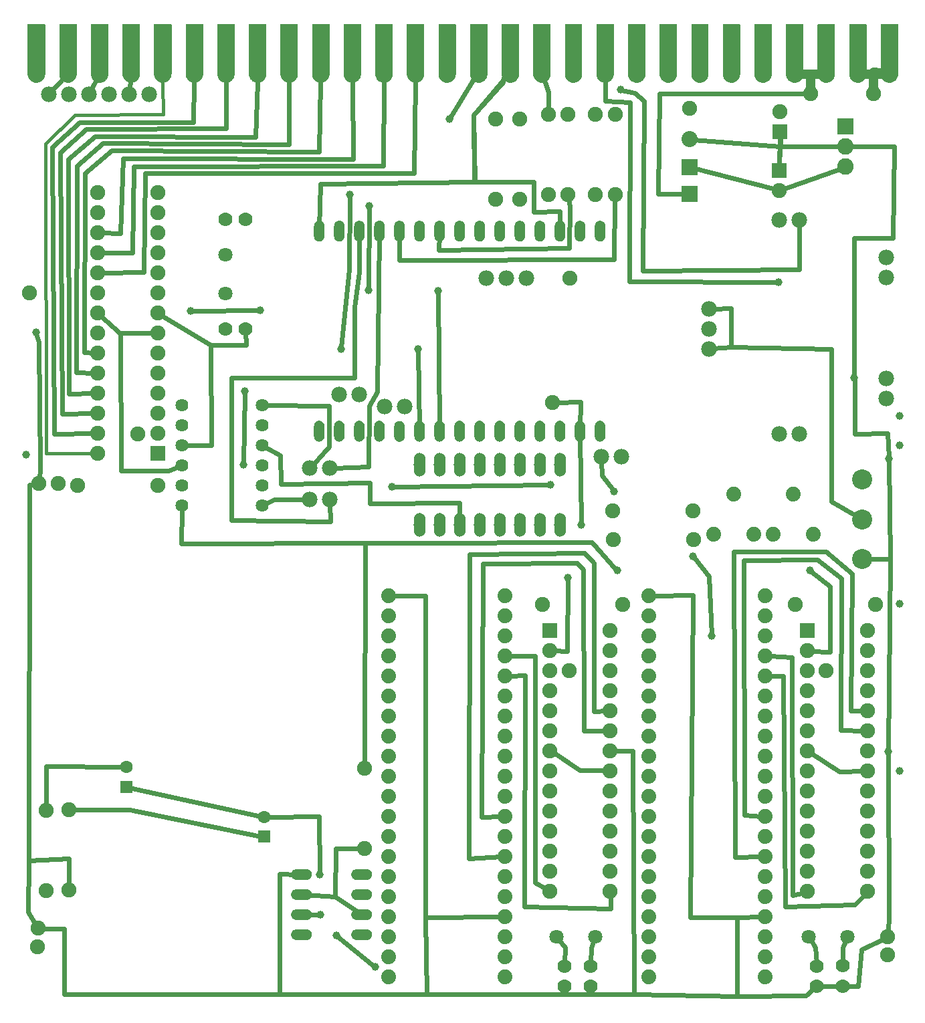
<source format=gbl>
G04 MADE WITH FRITZING*
G04 WWW.FRITZING.ORG*
G04 DOUBLE SIDED*
G04 HOLES PLATED*
G04 CONTOUR ON CENTER OF CONTOUR VECTOR*
%ASAXBY*%
%FSLAX23Y23*%
%MOIN*%
%OFA0B0*%
%SFA1.0B1.0*%
%ADD10C,0.039370*%
%ADD11C,0.074000*%
%ADD12C,0.075000*%
%ADD13C,0.078000*%
%ADD14C,0.062992*%
%ADD15C,0.080000*%
%ADD16C,0.052000*%
%ADD17C,0.100000*%
%ADD18C,0.075433*%
%ADD19C,0.064000*%
%ADD20C,0.082000*%
%ADD21C,0.070925*%
%ADD22C,0.070866*%
%ADD23C,0.070000*%
%ADD24C,0.058189*%
%ADD25R,0.078740X0.078740*%
%ADD26R,0.062992X0.062992*%
%ADD27R,0.080000X0.080000*%
%ADD28R,0.075000X0.075000*%
%ADD29R,0.082000X0.082000*%
%ADD30C,0.024000*%
%ADD31C,0.048000*%
%ADD32C,0.016000*%
%ADD33R,0.001000X0.001000*%
%LNCOPPER0*%
G90*
G70*
G54D10*
X3797Y3633D03*
X4349Y2755D03*
G54D11*
X3475Y2377D03*
X3575Y2577D03*
X3675Y2377D03*
X3770Y2377D03*
X3870Y2577D03*
X3970Y2377D03*
G54D10*
X2979Y2590D03*
X1872Y2613D03*
X2660Y2625D03*
G54D12*
X262Y1003D03*
X262Y603D03*
G54D13*
X660Y4570D03*
X560Y4570D03*
X460Y4570D03*
X360Y4570D03*
X260Y4570D03*
X160Y4570D03*
G54D14*
X546Y1117D03*
X546Y1216D03*
G54D10*
X3955Y2196D03*
X2994Y2196D03*
X2746Y2161D03*
G54D12*
X148Y999D03*
X148Y599D03*
G54D15*
X3353Y4208D03*
X3353Y4346D03*
G54D16*
X2908Y3889D03*
X2808Y3889D03*
X2708Y3889D03*
X2608Y3889D03*
X2508Y3889D03*
X2408Y3889D03*
X2308Y3889D03*
X2208Y3889D03*
X2108Y3889D03*
X2008Y3889D03*
X1908Y3889D03*
X1808Y3889D03*
X1708Y3889D03*
X1608Y3889D03*
X1508Y3889D03*
X1508Y2889D03*
X1608Y2889D03*
X1708Y2889D03*
X1808Y2889D03*
X1908Y2889D03*
X2008Y2889D03*
X2108Y2889D03*
X2208Y2889D03*
X2308Y2889D03*
X2408Y2889D03*
X2508Y2889D03*
X2608Y2889D03*
X2708Y2889D03*
X2808Y2889D03*
X2908Y2889D03*
G54D13*
X2341Y3653D03*
X2441Y3653D03*
X2541Y3653D03*
G54D10*
X3372Y2267D03*
G54D14*
X1234Y869D03*
X1234Y968D03*
G54D13*
X1609Y3074D03*
X1709Y3074D03*
G54D17*
X4215Y2649D03*
X4215Y2452D03*
X4215Y2255D03*
G54D13*
X1935Y3015D03*
X1835Y3015D03*
G54D12*
X3801Y4192D03*
X3801Y4092D03*
G54D18*
X2672Y3035D03*
G54D12*
X3805Y4385D03*
X3805Y4485D03*
G54D18*
X112Y2629D03*
X2758Y3653D03*
G54D19*
X1225Y2922D03*
X1225Y2822D03*
X1225Y2722D03*
X1225Y2622D03*
X1225Y2522D03*
X825Y2522D03*
X825Y2622D03*
X825Y2722D03*
X825Y2822D03*
X825Y2922D03*
X825Y3022D03*
X1225Y3022D03*
G54D18*
X109Y413D03*
G54D10*
X49Y2775D03*
G54D18*
X105Y322D03*
G54D13*
X3451Y3502D03*
X3451Y3402D03*
X3451Y3302D03*
G54D18*
X207Y2630D03*
G54D13*
X3801Y2876D03*
X3901Y2876D03*
G54D18*
X4341Y279D03*
G54D13*
X4333Y3757D03*
X4333Y3657D03*
G54D18*
X4341Y369D03*
G54D13*
X3801Y3943D03*
X3901Y3943D03*
G54D16*
X1420Y680D03*
X1420Y580D03*
X1720Y580D03*
X1720Y680D03*
X1420Y480D03*
X1420Y380D03*
X1720Y480D03*
X1720Y380D03*
G54D12*
X1734Y810D03*
X1734Y1210D03*
G54D10*
X1515Y479D03*
X1512Y682D03*
X1786Y220D03*
G54D12*
X2506Y4046D03*
X2506Y4446D03*
G54D10*
X1595Y376D03*
G54D12*
X2746Y4072D03*
X2746Y4472D03*
G54D18*
X3353Y4499D03*
G54D12*
X2983Y4072D03*
X2983Y4472D03*
G54D18*
X2754Y1696D03*
G54D12*
X2388Y4046D03*
X2388Y4446D03*
G54D18*
X4034Y1696D03*
G54D12*
X2652Y4072D03*
X2652Y4472D03*
G54D18*
X605Y2877D03*
G54D12*
X2884Y4070D03*
X2884Y4470D03*
G54D18*
X4270Y4573D03*
G54D11*
X1853Y2071D03*
X1853Y1971D03*
X1853Y1871D03*
X1853Y1771D03*
X1853Y1671D03*
X1853Y1571D03*
X1853Y1471D03*
X1853Y1371D03*
X1853Y1271D03*
X1853Y1171D03*
X1853Y1071D03*
X1853Y971D03*
X1853Y871D03*
X1853Y771D03*
X1853Y671D03*
X1853Y571D03*
X1853Y471D03*
X1853Y371D03*
X1853Y271D03*
X1853Y171D03*
X2433Y171D03*
X2433Y271D03*
X2433Y371D03*
X2433Y471D03*
X2433Y571D03*
X2433Y671D03*
X2433Y771D03*
X2433Y871D03*
X2433Y1071D03*
X2433Y1171D03*
X2433Y1271D03*
X2433Y1371D03*
X2433Y1471D03*
X2433Y1571D03*
X2433Y1671D03*
X2433Y1771D03*
X2433Y1871D03*
X2433Y1971D03*
X2433Y2071D03*
X2433Y971D03*
X3152Y2071D03*
X3152Y1971D03*
X3152Y1871D03*
X3152Y1771D03*
X3152Y1671D03*
X3152Y1571D03*
X3152Y1471D03*
X3152Y1371D03*
X3152Y1271D03*
X3152Y1171D03*
X3152Y1071D03*
X3152Y971D03*
X3152Y871D03*
X3152Y771D03*
X3152Y671D03*
X3152Y571D03*
X3152Y471D03*
X3152Y371D03*
X3152Y271D03*
X3152Y171D03*
X3732Y171D03*
X3732Y271D03*
X3732Y371D03*
X3732Y471D03*
X3732Y571D03*
X3732Y671D03*
X3732Y771D03*
X3732Y871D03*
X3732Y1071D03*
X3732Y1171D03*
X3732Y1271D03*
X3732Y1371D03*
X3732Y1471D03*
X3732Y1571D03*
X3732Y1671D03*
X3732Y1771D03*
X3732Y1871D03*
X3732Y1971D03*
X3732Y2071D03*
X3732Y971D03*
G54D12*
X2659Y1898D03*
X2959Y1898D03*
X2659Y1798D03*
X2959Y1798D03*
X2659Y1698D03*
X2959Y1698D03*
X2659Y1598D03*
X2959Y1598D03*
X2659Y1498D03*
X2959Y1498D03*
X2659Y1398D03*
X2959Y1398D03*
X2659Y1298D03*
X2959Y1298D03*
X2659Y1198D03*
X2959Y1198D03*
X2659Y1098D03*
X2959Y1098D03*
X2659Y998D03*
X2959Y998D03*
X2659Y898D03*
X2959Y898D03*
X2659Y798D03*
X2959Y798D03*
X2659Y698D03*
X2959Y698D03*
X2659Y598D03*
X2959Y598D03*
X703Y2780D03*
X403Y2780D03*
X703Y2880D03*
X403Y2880D03*
X703Y2980D03*
X403Y2980D03*
X703Y3080D03*
X403Y3080D03*
X703Y3180D03*
X403Y3180D03*
X703Y3280D03*
X403Y3280D03*
X703Y3380D03*
X403Y3380D03*
X703Y3480D03*
X403Y3480D03*
X703Y3580D03*
X403Y3580D03*
X703Y3680D03*
X403Y3680D03*
X703Y3780D03*
X403Y3780D03*
X703Y3880D03*
X403Y3880D03*
X703Y3980D03*
X403Y3980D03*
X703Y4080D03*
X403Y4080D03*
G54D10*
X1132Y2723D03*
G54D12*
X3942Y1896D03*
X4242Y1896D03*
X3942Y1796D03*
X4242Y1796D03*
X3942Y1696D03*
X4242Y1696D03*
X3942Y1596D03*
X4242Y1596D03*
X3942Y1496D03*
X4242Y1496D03*
X3942Y1396D03*
X4242Y1396D03*
X3942Y1296D03*
X4242Y1296D03*
X3942Y1196D03*
X4242Y1196D03*
X3942Y1096D03*
X4242Y1096D03*
X3942Y996D03*
X4242Y996D03*
X3942Y896D03*
X4242Y896D03*
X3942Y796D03*
X4242Y796D03*
X3942Y696D03*
X4242Y696D03*
X3942Y596D03*
X4242Y596D03*
G54D10*
X1137Y3089D03*
G54D20*
X4132Y4409D03*
X4132Y4309D03*
X4132Y4209D03*
G54D18*
X65Y3582D03*
G54D10*
X97Y3385D03*
X4175Y3157D03*
X4400Y2968D03*
G54D13*
X2914Y2763D03*
X3014Y2763D03*
G54D10*
X3010Y4594D03*
G54D12*
X703Y2621D03*
X303Y2621D03*
G54D21*
X1042Y3771D03*
G54D22*
X1042Y3578D03*
G54D21*
X4140Y369D03*
G54D22*
X3947Y369D03*
G54D23*
X1042Y3948D03*
X1142Y3948D03*
X1042Y3401D03*
X1142Y3401D03*
X4116Y226D03*
X4116Y125D03*
X3986Y225D03*
X3986Y125D03*
G54D10*
X868Y3491D03*
X1215Y3495D03*
X2002Y3302D03*
X1616Y3302D03*
X1660Y4070D03*
X2101Y3590D03*
X1754Y3594D03*
X1758Y4015D03*
X2156Y4448D03*
G54D24*
X2009Y2424D03*
X2109Y2424D03*
X2609Y2424D03*
X2709Y2424D03*
X2209Y2424D03*
X2309Y2424D03*
X2509Y2424D03*
X2409Y2424D03*
X2709Y2724D03*
X2609Y2724D03*
X2509Y2724D03*
X2409Y2724D03*
X2309Y2724D03*
X2209Y2724D03*
X2109Y2724D03*
X2009Y2724D03*
G54D10*
X4400Y2822D03*
G54D12*
X2971Y2495D03*
X3371Y2495D03*
X2975Y2350D03*
X3375Y2350D03*
X3880Y2027D03*
X4280Y2027D03*
G54D10*
X2813Y2424D03*
G54D13*
X1561Y2708D03*
X1461Y2708D03*
X1561Y2550D03*
X1461Y2550D03*
G54D10*
X4345Y1295D03*
X4400Y1196D03*
G54D13*
X4333Y3154D03*
X4333Y3054D03*
G54D10*
X4400Y2031D03*
G54D21*
X2884Y369D03*
G54D22*
X2691Y369D03*
G54D23*
X2860Y224D03*
X2860Y123D03*
X2731Y223D03*
X2731Y123D03*
G54D18*
X3959Y4574D03*
G54D12*
X2620Y2027D03*
X3020Y2027D03*
G54D10*
X3463Y1869D03*
G54D25*
X3353Y4074D03*
G54D26*
X546Y1117D03*
G54D27*
X3353Y4208D03*
G54D26*
X1234Y869D03*
G54D28*
X3801Y4192D03*
X3805Y4385D03*
X2659Y1898D03*
X703Y2780D03*
X3942Y1896D03*
G54D29*
X4132Y4409D03*
G54D30*
X3372Y4203D02*
X3784Y4097D01*
D02*
X3818Y4098D02*
X4112Y4202D01*
D02*
X4354Y2254D02*
X4244Y2255D01*
D02*
X3805Y4309D02*
X3373Y4344D01*
D02*
X3808Y4309D02*
X4111Y4309D01*
D02*
X3802Y4210D02*
X3805Y4309D01*
D02*
X3802Y4210D02*
X3805Y4368D01*
D02*
X3806Y4368D02*
X3808Y4309D01*
D02*
X3198Y4073D02*
X3204Y4573D01*
D02*
X3204Y4573D02*
X3941Y4574D01*
D02*
X3321Y4074D02*
X3198Y4073D01*
D02*
X4062Y2540D02*
X4189Y2467D01*
D02*
X4062Y3301D02*
X4062Y2540D01*
D02*
X3562Y3309D02*
X4062Y3301D01*
D02*
X1880Y2614D02*
X2652Y2625D01*
D02*
X2916Y2672D02*
X2914Y2744D01*
D02*
X2974Y2596D02*
X2916Y2672D01*
D02*
X970Y2822D02*
X845Y2822D01*
D02*
X969Y3321D02*
X970Y2822D01*
D02*
X2274Y4641D02*
X2303Y4773D01*
D02*
X2160Y4455D02*
X2274Y4641D01*
D02*
X1072Y2447D02*
X1072Y3156D01*
D02*
X1759Y3018D02*
X1798Y3087D01*
D02*
X1755Y2713D02*
X1759Y3018D01*
D02*
X1562Y2531D02*
X1565Y2440D01*
D02*
X1072Y3156D02*
X1684Y3157D01*
D02*
X1684Y3511D02*
X1707Y3684D01*
D02*
X1707Y3684D02*
X1708Y3870D01*
D02*
X1684Y3157D02*
X1684Y3511D01*
G54D31*
D02*
X4270Y4682D02*
X4270Y4590D01*
D02*
X4311Y4676D02*
X4270Y4682D01*
G54D30*
D02*
X3054Y3636D02*
X3057Y4532D01*
D02*
X1565Y2440D02*
X1072Y2447D01*
D02*
X1798Y3087D02*
X1808Y3870D01*
D02*
X3901Y3696D02*
X3121Y3692D01*
D02*
X3901Y3924D02*
X3901Y3696D01*
D02*
X1580Y2708D02*
X1755Y2713D01*
D02*
X3121Y3692D02*
X3128Y4538D01*
D02*
X521Y2693D02*
X518Y3382D01*
G54D31*
D02*
X3957Y4671D02*
X3918Y4671D01*
G54D30*
D02*
X518Y3382D02*
X685Y3380D01*
G54D31*
D02*
X3957Y4671D02*
X3958Y4592D01*
G54D30*
D02*
X807Y2714D02*
X758Y2693D01*
D02*
X2207Y2535D02*
X1761Y2530D01*
D02*
X1761Y2633D02*
X1317Y2628D01*
D02*
X3790Y3633D02*
X3054Y3636D01*
D02*
X1761Y2530D02*
X1761Y2633D01*
D02*
X4175Y3854D02*
X4175Y3165D01*
D02*
X2208Y2443D02*
X2207Y2535D01*
D02*
X4368Y3854D02*
X4175Y3854D01*
D02*
X4373Y4309D02*
X4368Y3854D01*
D02*
X4153Y4309D02*
X4373Y4309D01*
D02*
X1317Y2628D02*
X1314Y2772D01*
D02*
X113Y2647D02*
X117Y2712D01*
D02*
X3562Y3309D02*
X3561Y3503D01*
D02*
X112Y3334D02*
X99Y3378D01*
D02*
X117Y2712D02*
X112Y3334D01*
D02*
X3561Y3503D02*
X3470Y3502D01*
D02*
X2989Y2202D02*
X2868Y2337D01*
D02*
X3470Y3304D02*
X3562Y3309D01*
D02*
X2745Y1795D02*
X2746Y2153D01*
G54D31*
D02*
X3996Y4671D02*
X3957Y4671D01*
G54D30*
D02*
X2676Y1798D02*
X2745Y1795D01*
D02*
X4179Y2878D02*
X4340Y2882D01*
D02*
X1737Y2334D02*
X822Y2330D01*
D02*
X4345Y1287D02*
X4348Y452D01*
D02*
X1907Y2334D02*
X1737Y2334D01*
D02*
X2868Y2337D02*
X1907Y2334D01*
D02*
X4354Y2254D02*
X4345Y1302D01*
D02*
X822Y2330D02*
X825Y2502D01*
D02*
X4349Y2747D02*
X4354Y2254D01*
D02*
X4340Y2882D02*
X4348Y2763D01*
D02*
X4034Y2290D02*
X3573Y2291D01*
D02*
X4194Y125D02*
X4131Y125D01*
D02*
X3990Y2252D02*
X3625Y2246D01*
D02*
X4325Y362D02*
X4210Y307D01*
D02*
X4053Y1791D02*
X3960Y1795D01*
D02*
X239Y83D02*
X239Y412D01*
D02*
X4053Y2117D02*
X4053Y1791D01*
D02*
X3975Y115D02*
X3934Y78D01*
D02*
X3961Y2191D02*
X4053Y2117D01*
D02*
X4348Y452D02*
X4342Y387D01*
D02*
X2832Y2283D02*
X2258Y2278D01*
D02*
X4176Y3149D02*
X4179Y2878D01*
D02*
X2794Y2235D02*
X2325Y2232D01*
G54D31*
D02*
X4311Y4671D02*
X4233Y4671D01*
G54D30*
D02*
X148Y1221D02*
X148Y1017D01*
D02*
X2652Y4489D02*
X2651Y4582D01*
D02*
X530Y1216D02*
X148Y1221D01*
D02*
X2651Y4582D02*
X2633Y4631D01*
D02*
X61Y751D02*
X64Y2625D01*
D02*
X2982Y4054D02*
X2979Y3747D01*
D02*
X64Y2625D02*
X95Y2628D01*
D02*
X2979Y3747D02*
X1908Y3743D01*
D02*
X61Y751D02*
X262Y759D01*
D02*
X1908Y3743D02*
X1908Y3870D01*
D02*
X262Y759D02*
X262Y621D01*
D02*
X2758Y4011D02*
X2755Y3803D01*
D02*
X3451Y2168D02*
X3377Y2261D01*
D02*
X3463Y1877D02*
X3451Y2168D01*
D02*
X2750Y4055D02*
X2758Y4011D01*
D02*
X2755Y3803D02*
X2105Y3795D01*
D02*
X758Y2693D02*
X521Y2693D01*
D02*
X2105Y3795D02*
X2107Y3870D01*
D02*
X2281Y4134D02*
X2279Y4468D01*
D02*
X1508Y3908D02*
X1514Y4125D01*
D02*
X1514Y4125D02*
X2281Y4134D01*
D02*
X2279Y4468D02*
X2425Y4631D01*
D02*
X226Y4644D02*
X256Y4773D01*
D02*
X172Y4584D02*
X226Y4644D01*
D02*
X2277Y4468D02*
X2285Y4134D01*
D02*
X369Y4587D02*
X392Y4631D01*
D02*
X2423Y4641D02*
X2277Y4468D01*
D02*
X2461Y4773D02*
X2423Y4641D01*
D02*
X562Y4589D02*
X566Y4631D01*
D02*
X2577Y3984D02*
X2707Y3987D01*
D02*
X2808Y2908D02*
X2810Y3038D01*
D02*
X2707Y3987D02*
X2708Y3908D01*
D02*
X2810Y3038D02*
X2689Y3035D01*
D02*
X2285Y4134D02*
X2576Y4134D01*
D02*
X239Y412D02*
X126Y412D01*
D02*
X2576Y4134D02*
X2577Y3984D01*
D02*
X4210Y307D02*
X4194Y125D01*
D02*
X1737Y2334D02*
X1735Y1228D01*
D02*
X1590Y809D02*
X1717Y810D01*
D02*
X1587Y571D02*
X1590Y809D01*
D02*
X3081Y4578D02*
X3018Y4592D01*
D02*
X1587Y571D02*
X1436Y579D01*
D02*
X3128Y4538D02*
X3081Y4578D01*
D02*
X1706Y489D02*
X1587Y571D01*
D02*
X1310Y85D02*
X239Y83D01*
D02*
X1310Y85D02*
X1312Y684D01*
D02*
X1312Y684D02*
X1404Y681D01*
D02*
X99Y428D02*
X57Y495D01*
D02*
X57Y495D02*
X61Y751D01*
D02*
X2934Y4538D02*
X2933Y4631D01*
D02*
X1219Y971D02*
X561Y1114D01*
D02*
X3057Y4532D02*
X2934Y4538D01*
D02*
X1436Y480D02*
X1507Y479D01*
D02*
X1144Y3322D02*
X969Y3321D01*
D02*
X1512Y689D02*
X1507Y971D01*
D02*
X969Y3321D02*
X718Y3471D01*
D02*
X1507Y971D02*
X1250Y968D01*
D02*
X1142Y3386D02*
X1144Y3322D01*
D02*
X565Y1004D02*
X280Y1003D01*
D02*
X1207Y3495D02*
X876Y3491D01*
D02*
X1219Y872D02*
X565Y1004D01*
D02*
X514Y3382D02*
X685Y3380D01*
D02*
X1780Y225D02*
X1602Y371D01*
D02*
X416Y3468D02*
X514Y3382D01*
D02*
X1243Y2530D02*
X1285Y2549D01*
D02*
X1982Y4176D02*
X640Y4176D01*
D02*
X1285Y2549D02*
X1442Y2550D01*
D02*
X640Y4176D02*
X634Y3683D01*
D02*
X3934Y78D02*
X3592Y74D01*
D02*
X634Y3683D02*
X420Y3680D01*
D02*
X1136Y3082D02*
X1132Y2731D01*
D02*
X584Y4211D02*
X579Y3780D01*
D02*
X1829Y4215D02*
X584Y4211D01*
D02*
X579Y3780D02*
X420Y3780D01*
D02*
X1679Y4246D02*
X530Y4251D01*
D02*
X1674Y4631D02*
X1679Y4246D01*
D02*
X530Y4251D02*
X516Y3876D01*
D02*
X516Y3876D02*
X420Y3879D01*
D02*
X1982Y4176D02*
X1988Y4631D01*
D02*
X1829Y4215D02*
X1831Y4631D01*
D02*
X341Y4176D02*
X336Y3283D01*
D02*
X1507Y4283D02*
X475Y4291D01*
D02*
X336Y3283D02*
X386Y3281D01*
D02*
X1515Y4631D02*
X1507Y4283D01*
D02*
X475Y4291D02*
X341Y4176D01*
D02*
X301Y4213D02*
X297Y3183D01*
D02*
X1357Y4322D02*
X431Y4326D01*
D02*
X297Y3183D02*
X386Y3180D01*
D02*
X431Y4326D02*
X301Y4213D01*
D02*
X1358Y4631D02*
X1357Y4322D01*
D02*
X1192Y4358D02*
X391Y4362D01*
D02*
X258Y4246D02*
X261Y3078D01*
D02*
X261Y3078D02*
X385Y3079D01*
D02*
X1200Y4631D02*
X1192Y4358D01*
D02*
X391Y4362D02*
X258Y4246D01*
D02*
X218Y4282D02*
X227Y2976D01*
D02*
X1045Y4400D02*
X349Y4397D01*
D02*
X227Y2976D02*
X385Y2979D01*
D02*
X1044Y4631D02*
X1045Y4400D01*
D02*
X349Y4397D02*
X218Y4282D01*
D02*
X881Y4432D02*
X885Y4631D01*
D02*
X314Y4432D02*
X881Y4432D01*
D02*
X188Y2878D02*
X179Y4306D01*
D02*
X385Y2879D02*
X188Y2878D01*
D02*
X179Y4306D02*
X314Y4432D01*
G54D32*
D02*
X143Y4325D02*
X149Y2782D01*
D02*
X149Y2782D02*
X385Y2780D01*
D02*
X731Y4469D02*
X290Y4467D01*
D02*
X290Y4467D02*
X143Y4325D01*
D02*
X729Y4631D02*
X731Y4469D01*
G54D30*
D02*
X2002Y3295D02*
X2007Y2908D01*
D02*
X1657Y3697D02*
X1617Y3310D01*
D02*
X1660Y4062D02*
X1657Y3697D01*
D02*
X1758Y4007D02*
X1754Y3602D01*
D02*
X2101Y3582D02*
X2108Y2908D01*
D02*
X2941Y1199D02*
X2807Y1201D01*
D02*
X4225Y1196D02*
X4101Y1193D01*
D02*
X2808Y2870D02*
X2813Y2432D01*
D02*
X1474Y2722D02*
X1557Y2814D01*
D02*
X1557Y3018D02*
X1245Y3022D01*
D02*
X4001Y125D02*
X4101Y125D01*
D02*
X2730Y83D02*
X2045Y85D01*
D02*
X2045Y85D02*
X1310Y85D01*
D02*
X2861Y83D02*
X2730Y83D01*
D02*
X2861Y83D02*
X2861Y108D01*
D02*
X2730Y83D02*
X2730Y108D01*
D02*
X2731Y238D02*
X2734Y318D01*
D02*
X2861Y239D02*
X2865Y318D01*
D02*
X3986Y240D02*
X3982Y318D01*
D02*
X4117Y241D02*
X4118Y318D01*
D02*
X3868Y578D02*
X3864Y1763D01*
D02*
X3925Y592D02*
X3868Y578D01*
D02*
X3864Y1763D02*
X3753Y1770D01*
D02*
X4179Y532D02*
X3832Y522D01*
D02*
X3832Y522D02*
X3821Y1672D01*
D02*
X3821Y1672D02*
X3753Y1671D01*
D02*
X4230Y584D02*
X4179Y532D01*
D02*
X4108Y1400D02*
X4112Y2158D01*
D02*
X4225Y1397D02*
X4108Y1400D01*
D02*
X4112Y2158D02*
X3990Y2252D01*
D02*
X3625Y2246D02*
X3629Y976D01*
D02*
X3629Y976D02*
X3710Y972D01*
D02*
X4159Y1496D02*
X4165Y2182D01*
D02*
X4225Y1496D02*
X4159Y1496D01*
D02*
X4165Y2182D02*
X4034Y2290D01*
D02*
X3573Y2291D02*
X3581Y767D01*
D02*
X3581Y767D02*
X3712Y770D01*
D02*
X3077Y83D02*
X2861Y83D01*
D02*
X3592Y74D02*
X3077Y83D01*
D02*
X3590Y467D02*
X3712Y470D01*
D02*
X3592Y74D02*
X3590Y467D01*
D02*
X3357Y467D02*
X3372Y2074D01*
D02*
X3372Y2074D02*
X3172Y2071D01*
D02*
X3590Y467D02*
X3357Y467D01*
D02*
X3077Y83D02*
X3070Y1298D01*
D02*
X3070Y1298D02*
X2976Y1298D01*
D02*
X2037Y467D02*
X2413Y471D01*
D02*
X2045Y85D02*
X2037Y467D01*
D02*
X2037Y2069D02*
X1873Y2071D01*
D02*
X2037Y467D02*
X2037Y2069D01*
D02*
X2584Y1771D02*
X2454Y1771D01*
D02*
X2585Y641D02*
X2584Y1771D01*
D02*
X2644Y607D02*
X2585Y641D01*
D02*
X2962Y512D02*
X2530Y519D01*
D02*
X2530Y519D02*
X2534Y1673D01*
D02*
X2534Y1673D02*
X2454Y1671D01*
D02*
X2960Y581D02*
X2962Y512D01*
D02*
X2825Y2200D02*
X2794Y2235D01*
D02*
X2325Y2232D02*
X2318Y968D01*
D02*
X2829Y1396D02*
X2825Y2200D01*
D02*
X2318Y968D02*
X2411Y970D01*
D02*
X2941Y1398D02*
X2829Y1396D01*
D02*
X2877Y2235D02*
X2832Y2283D01*
D02*
X2258Y2278D02*
X2254Y762D01*
D02*
X2877Y1495D02*
X2877Y2235D01*
D02*
X2254Y762D02*
X2413Y770D01*
D02*
X2941Y1498D02*
X2877Y1495D01*
D02*
X1557Y2814D02*
X1557Y3018D01*
D02*
X1314Y2772D02*
X1242Y2812D01*
D02*
X2807Y1201D02*
X2674Y1289D01*
D02*
X4101Y1193D02*
X3957Y1287D01*
D02*
X2734Y318D02*
X2701Y357D01*
D02*
X2865Y318D02*
X2879Y354D01*
D02*
X3982Y318D02*
X3956Y356D01*
D02*
X4118Y318D02*
X4134Y355D01*
G54D33*
X56Y4919D02*
X141Y4919D01*
X214Y4919D02*
X299Y4919D01*
X371Y4919D02*
X456Y4919D01*
X529Y4919D02*
X614Y4919D01*
X686Y4919D02*
X771Y4919D01*
X844Y4919D02*
X929Y4919D01*
X1001Y4919D02*
X1086Y4919D01*
X1159Y4919D02*
X1244Y4919D01*
X1316Y4919D02*
X1401Y4919D01*
X1474Y4919D02*
X1559Y4919D01*
X1631Y4919D02*
X1716Y4919D01*
X1788Y4919D02*
X1873Y4919D01*
X1946Y4919D02*
X2031Y4919D01*
X2103Y4919D02*
X2188Y4919D01*
X2261Y4919D02*
X2346Y4919D01*
X2418Y4919D02*
X2503Y4919D01*
X2576Y4919D02*
X2661Y4919D01*
X2733Y4919D02*
X2818Y4919D01*
X2891Y4919D02*
X2976Y4919D01*
X3048Y4919D02*
X3133Y4919D01*
X3206Y4919D02*
X3290Y4919D01*
X3363Y4919D02*
X3448Y4919D01*
X3520Y4919D02*
X3605Y4919D01*
X3678Y4919D02*
X3763Y4919D01*
X3835Y4919D02*
X3920Y4919D01*
X3993Y4919D02*
X4078Y4919D01*
X4150Y4919D02*
X4235Y4919D01*
X4308Y4919D02*
X4393Y4919D01*
X56Y4918D02*
X142Y4918D01*
X214Y4918D02*
X299Y4918D01*
X371Y4918D02*
X457Y4918D01*
X529Y4918D02*
X614Y4918D01*
X686Y4918D02*
X772Y4918D01*
X843Y4918D02*
X929Y4918D01*
X1001Y4918D02*
X1086Y4918D01*
X1158Y4918D02*
X1244Y4918D01*
X1316Y4918D02*
X1401Y4918D01*
X1473Y4918D02*
X1559Y4918D01*
X1631Y4918D02*
X1716Y4918D01*
X1788Y4918D02*
X1874Y4918D01*
X1946Y4918D02*
X2031Y4918D01*
X2103Y4918D02*
X2189Y4918D01*
X2260Y4918D02*
X2346Y4918D01*
X2418Y4918D02*
X2504Y4918D01*
X2575Y4918D02*
X2661Y4918D01*
X2733Y4918D02*
X2818Y4918D01*
X2890Y4918D02*
X2976Y4918D01*
X3048Y4918D02*
X3133Y4918D01*
X3205Y4918D02*
X3291Y4918D01*
X3363Y4918D02*
X3448Y4918D01*
X3520Y4918D02*
X3606Y4918D01*
X3678Y4918D02*
X3763Y4918D01*
X3835Y4918D02*
X3921Y4918D01*
X3992Y4918D02*
X4078Y4918D01*
X4150Y4918D02*
X4236Y4918D01*
X4307Y4918D02*
X4393Y4918D01*
X56Y4917D02*
X142Y4917D01*
X214Y4917D02*
X299Y4917D01*
X371Y4917D02*
X457Y4917D01*
X529Y4917D02*
X614Y4917D01*
X686Y4917D02*
X772Y4917D01*
X843Y4917D02*
X929Y4917D01*
X1001Y4917D02*
X1086Y4917D01*
X1158Y4917D02*
X1244Y4917D01*
X1316Y4917D02*
X1401Y4917D01*
X1473Y4917D02*
X1559Y4917D01*
X1631Y4917D02*
X1716Y4917D01*
X1788Y4917D02*
X1874Y4917D01*
X1946Y4917D02*
X2031Y4917D01*
X2103Y4917D02*
X2189Y4917D01*
X2260Y4917D02*
X2346Y4917D01*
X2418Y4917D02*
X2504Y4917D01*
X2575Y4917D02*
X2661Y4917D01*
X2733Y4917D02*
X2818Y4917D01*
X2890Y4917D02*
X2976Y4917D01*
X3048Y4917D02*
X3133Y4917D01*
X3205Y4917D02*
X3291Y4917D01*
X3363Y4917D02*
X3448Y4917D01*
X3520Y4917D02*
X3606Y4917D01*
X3678Y4917D02*
X3763Y4917D01*
X3835Y4917D02*
X3921Y4917D01*
X3992Y4917D02*
X4078Y4917D01*
X4150Y4917D02*
X4236Y4917D01*
X4307Y4917D02*
X4393Y4917D01*
X56Y4916D02*
X142Y4916D01*
X214Y4916D02*
X299Y4916D01*
X371Y4916D02*
X457Y4916D01*
X529Y4916D02*
X614Y4916D01*
X686Y4916D02*
X772Y4916D01*
X843Y4916D02*
X929Y4916D01*
X1001Y4916D02*
X1086Y4916D01*
X1158Y4916D02*
X1244Y4916D01*
X1316Y4916D02*
X1401Y4916D01*
X1473Y4916D02*
X1559Y4916D01*
X1631Y4916D02*
X1716Y4916D01*
X1788Y4916D02*
X1874Y4916D01*
X1946Y4916D02*
X2031Y4916D01*
X2103Y4916D02*
X2189Y4916D01*
X2260Y4916D02*
X2346Y4916D01*
X2418Y4916D02*
X2504Y4916D01*
X2575Y4916D02*
X2661Y4916D01*
X2733Y4916D02*
X2818Y4916D01*
X2890Y4916D02*
X2976Y4916D01*
X3048Y4916D02*
X3133Y4916D01*
X3205Y4916D02*
X3291Y4916D01*
X3363Y4916D02*
X3448Y4916D01*
X3520Y4916D02*
X3606Y4916D01*
X3678Y4916D02*
X3763Y4916D01*
X3835Y4916D02*
X3921Y4916D01*
X3992Y4916D02*
X4078Y4916D01*
X4150Y4916D02*
X4236Y4916D01*
X4307Y4916D02*
X4393Y4916D01*
X56Y4915D02*
X142Y4915D01*
X214Y4915D02*
X299Y4915D01*
X371Y4915D02*
X457Y4915D01*
X529Y4915D02*
X614Y4915D01*
X686Y4915D02*
X772Y4915D01*
X843Y4915D02*
X929Y4915D01*
X1001Y4915D02*
X1086Y4915D01*
X1158Y4915D02*
X1244Y4915D01*
X1316Y4915D02*
X1401Y4915D01*
X1473Y4915D02*
X1559Y4915D01*
X1631Y4915D02*
X1716Y4915D01*
X1788Y4915D02*
X1874Y4915D01*
X1946Y4915D02*
X2031Y4915D01*
X2103Y4915D02*
X2189Y4915D01*
X2260Y4915D02*
X2346Y4915D01*
X2418Y4915D02*
X2504Y4915D01*
X2575Y4915D02*
X2661Y4915D01*
X2733Y4915D02*
X2818Y4915D01*
X2890Y4915D02*
X2976Y4915D01*
X3048Y4915D02*
X3133Y4915D01*
X3205Y4915D02*
X3291Y4915D01*
X3363Y4915D02*
X3448Y4915D01*
X3520Y4915D02*
X3606Y4915D01*
X3678Y4915D02*
X3763Y4915D01*
X3835Y4915D02*
X3921Y4915D01*
X3992Y4915D02*
X4078Y4915D01*
X4150Y4915D02*
X4236Y4915D01*
X4307Y4915D02*
X4393Y4915D01*
X56Y4914D02*
X142Y4914D01*
X214Y4914D02*
X299Y4914D01*
X371Y4914D02*
X457Y4914D01*
X529Y4914D02*
X614Y4914D01*
X686Y4914D02*
X772Y4914D01*
X843Y4914D02*
X929Y4914D01*
X1001Y4914D02*
X1086Y4914D01*
X1158Y4914D02*
X1244Y4914D01*
X1316Y4914D02*
X1401Y4914D01*
X1473Y4914D02*
X1559Y4914D01*
X1631Y4914D02*
X1716Y4914D01*
X1788Y4914D02*
X1874Y4914D01*
X1946Y4914D02*
X2031Y4914D01*
X2103Y4914D02*
X2189Y4914D01*
X2260Y4914D02*
X2346Y4914D01*
X2418Y4914D02*
X2504Y4914D01*
X2575Y4914D02*
X2661Y4914D01*
X2733Y4914D02*
X2818Y4914D01*
X2890Y4914D02*
X2976Y4914D01*
X3048Y4914D02*
X3133Y4914D01*
X3205Y4914D02*
X3291Y4914D01*
X3363Y4914D02*
X3448Y4914D01*
X3520Y4914D02*
X3606Y4914D01*
X3678Y4914D02*
X3763Y4914D01*
X3835Y4914D02*
X3921Y4914D01*
X3992Y4914D02*
X4078Y4914D01*
X4150Y4914D02*
X4236Y4914D01*
X4307Y4914D02*
X4393Y4914D01*
X56Y4913D02*
X142Y4913D01*
X214Y4913D02*
X299Y4913D01*
X371Y4913D02*
X457Y4913D01*
X529Y4913D02*
X614Y4913D01*
X686Y4913D02*
X772Y4913D01*
X843Y4913D02*
X929Y4913D01*
X1001Y4913D02*
X1086Y4913D01*
X1158Y4913D02*
X1244Y4913D01*
X1316Y4913D02*
X1401Y4913D01*
X1473Y4913D02*
X1559Y4913D01*
X1631Y4913D02*
X1716Y4913D01*
X1788Y4913D02*
X1874Y4913D01*
X1946Y4913D02*
X2031Y4913D01*
X2103Y4913D02*
X2189Y4913D01*
X2260Y4913D02*
X2346Y4913D01*
X2418Y4913D02*
X2504Y4913D01*
X2575Y4913D02*
X2661Y4913D01*
X2733Y4913D02*
X2818Y4913D01*
X2890Y4913D02*
X2976Y4913D01*
X3048Y4913D02*
X3133Y4913D01*
X3205Y4913D02*
X3291Y4913D01*
X3363Y4913D02*
X3448Y4913D01*
X3520Y4913D02*
X3606Y4913D01*
X3678Y4913D02*
X3763Y4913D01*
X3835Y4913D02*
X3921Y4913D01*
X3992Y4913D02*
X4078Y4913D01*
X4150Y4913D02*
X4236Y4913D01*
X4307Y4913D02*
X4393Y4913D01*
X56Y4912D02*
X142Y4912D01*
X214Y4912D02*
X299Y4912D01*
X371Y4912D02*
X457Y4912D01*
X529Y4912D02*
X614Y4912D01*
X686Y4912D02*
X772Y4912D01*
X843Y4912D02*
X929Y4912D01*
X1001Y4912D02*
X1086Y4912D01*
X1158Y4912D02*
X1244Y4912D01*
X1316Y4912D02*
X1401Y4912D01*
X1473Y4912D02*
X1559Y4912D01*
X1631Y4912D02*
X1716Y4912D01*
X1788Y4912D02*
X1874Y4912D01*
X1946Y4912D02*
X2031Y4912D01*
X2103Y4912D02*
X2189Y4912D01*
X2260Y4912D02*
X2346Y4912D01*
X2418Y4912D02*
X2504Y4912D01*
X2575Y4912D02*
X2661Y4912D01*
X2733Y4912D02*
X2818Y4912D01*
X2890Y4912D02*
X2976Y4912D01*
X3048Y4912D02*
X3133Y4912D01*
X3205Y4912D02*
X3291Y4912D01*
X3363Y4912D02*
X3448Y4912D01*
X3520Y4912D02*
X3606Y4912D01*
X3678Y4912D02*
X3763Y4912D01*
X3835Y4912D02*
X3921Y4912D01*
X3992Y4912D02*
X4078Y4912D01*
X4150Y4912D02*
X4236Y4912D01*
X4307Y4912D02*
X4393Y4912D01*
X56Y4911D02*
X142Y4911D01*
X214Y4911D02*
X299Y4911D01*
X371Y4911D02*
X457Y4911D01*
X529Y4911D02*
X614Y4911D01*
X686Y4911D02*
X772Y4911D01*
X843Y4911D02*
X929Y4911D01*
X1001Y4911D02*
X1086Y4911D01*
X1158Y4911D02*
X1244Y4911D01*
X1316Y4911D02*
X1401Y4911D01*
X1473Y4911D02*
X1559Y4911D01*
X1631Y4911D02*
X1716Y4911D01*
X1788Y4911D02*
X1874Y4911D01*
X1946Y4911D02*
X2031Y4911D01*
X2103Y4911D02*
X2189Y4911D01*
X2260Y4911D02*
X2346Y4911D01*
X2418Y4911D02*
X2504Y4911D01*
X2575Y4911D02*
X2661Y4911D01*
X2733Y4911D02*
X2818Y4911D01*
X2890Y4911D02*
X2976Y4911D01*
X3048Y4911D02*
X3133Y4911D01*
X3205Y4911D02*
X3291Y4911D01*
X3363Y4911D02*
X3448Y4911D01*
X3520Y4911D02*
X3606Y4911D01*
X3678Y4911D02*
X3763Y4911D01*
X3835Y4911D02*
X3921Y4911D01*
X3992Y4911D02*
X4078Y4911D01*
X4150Y4911D02*
X4236Y4911D01*
X4307Y4911D02*
X4393Y4911D01*
X56Y4910D02*
X142Y4910D01*
X214Y4910D02*
X299Y4910D01*
X371Y4910D02*
X457Y4910D01*
X529Y4910D02*
X614Y4910D01*
X686Y4910D02*
X772Y4910D01*
X843Y4910D02*
X929Y4910D01*
X1001Y4910D02*
X1086Y4910D01*
X1158Y4910D02*
X1244Y4910D01*
X1316Y4910D02*
X1401Y4910D01*
X1473Y4910D02*
X1559Y4910D01*
X1631Y4910D02*
X1716Y4910D01*
X1788Y4910D02*
X1874Y4910D01*
X1946Y4910D02*
X2031Y4910D01*
X2103Y4910D02*
X2189Y4910D01*
X2260Y4910D02*
X2346Y4910D01*
X2418Y4910D02*
X2504Y4910D01*
X2575Y4910D02*
X2661Y4910D01*
X2733Y4910D02*
X2818Y4910D01*
X2890Y4910D02*
X2976Y4910D01*
X3048Y4910D02*
X3133Y4910D01*
X3205Y4910D02*
X3291Y4910D01*
X3363Y4910D02*
X3448Y4910D01*
X3520Y4910D02*
X3606Y4910D01*
X3678Y4910D02*
X3763Y4910D01*
X3835Y4910D02*
X3921Y4910D01*
X3992Y4910D02*
X4078Y4910D01*
X4150Y4910D02*
X4236Y4910D01*
X4307Y4910D02*
X4393Y4910D01*
X56Y4909D02*
X142Y4909D01*
X214Y4909D02*
X299Y4909D01*
X371Y4909D02*
X457Y4909D01*
X529Y4909D02*
X614Y4909D01*
X686Y4909D02*
X772Y4909D01*
X843Y4909D02*
X929Y4909D01*
X1001Y4909D02*
X1086Y4909D01*
X1158Y4909D02*
X1244Y4909D01*
X1316Y4909D02*
X1401Y4909D01*
X1473Y4909D02*
X1559Y4909D01*
X1631Y4909D02*
X1716Y4909D01*
X1788Y4909D02*
X1874Y4909D01*
X1946Y4909D02*
X2031Y4909D01*
X2103Y4909D02*
X2189Y4909D01*
X2260Y4909D02*
X2346Y4909D01*
X2418Y4909D02*
X2504Y4909D01*
X2575Y4909D02*
X2661Y4909D01*
X2733Y4909D02*
X2818Y4909D01*
X2890Y4909D02*
X2976Y4909D01*
X3048Y4909D02*
X3133Y4909D01*
X3205Y4909D02*
X3291Y4909D01*
X3363Y4909D02*
X3448Y4909D01*
X3520Y4909D02*
X3606Y4909D01*
X3678Y4909D02*
X3763Y4909D01*
X3835Y4909D02*
X3921Y4909D01*
X3992Y4909D02*
X4078Y4909D01*
X4150Y4909D02*
X4236Y4909D01*
X4307Y4909D02*
X4393Y4909D01*
X56Y4908D02*
X142Y4908D01*
X214Y4908D02*
X299Y4908D01*
X371Y4908D02*
X457Y4908D01*
X529Y4908D02*
X614Y4908D01*
X686Y4908D02*
X772Y4908D01*
X843Y4908D02*
X929Y4908D01*
X1001Y4908D02*
X1086Y4908D01*
X1158Y4908D02*
X1244Y4908D01*
X1316Y4908D02*
X1401Y4908D01*
X1473Y4908D02*
X1559Y4908D01*
X1631Y4908D02*
X1716Y4908D01*
X1788Y4908D02*
X1874Y4908D01*
X1946Y4908D02*
X2031Y4908D01*
X2103Y4908D02*
X2189Y4908D01*
X2260Y4908D02*
X2346Y4908D01*
X2418Y4908D02*
X2504Y4908D01*
X2575Y4908D02*
X2661Y4908D01*
X2733Y4908D02*
X2818Y4908D01*
X2890Y4908D02*
X2976Y4908D01*
X3048Y4908D02*
X3133Y4908D01*
X3205Y4908D02*
X3291Y4908D01*
X3363Y4908D02*
X3448Y4908D01*
X3520Y4908D02*
X3606Y4908D01*
X3678Y4908D02*
X3763Y4908D01*
X3835Y4908D02*
X3921Y4908D01*
X3992Y4908D02*
X4078Y4908D01*
X4150Y4908D02*
X4236Y4908D01*
X4307Y4908D02*
X4393Y4908D01*
X56Y4907D02*
X142Y4907D01*
X214Y4907D02*
X299Y4907D01*
X371Y4907D02*
X457Y4907D01*
X529Y4907D02*
X614Y4907D01*
X686Y4907D02*
X772Y4907D01*
X843Y4907D02*
X929Y4907D01*
X1001Y4907D02*
X1086Y4907D01*
X1158Y4907D02*
X1244Y4907D01*
X1316Y4907D02*
X1401Y4907D01*
X1473Y4907D02*
X1559Y4907D01*
X1631Y4907D02*
X1716Y4907D01*
X1788Y4907D02*
X1874Y4907D01*
X1946Y4907D02*
X2031Y4907D01*
X2103Y4907D02*
X2189Y4907D01*
X2260Y4907D02*
X2346Y4907D01*
X2418Y4907D02*
X2504Y4907D01*
X2575Y4907D02*
X2661Y4907D01*
X2733Y4907D02*
X2818Y4907D01*
X2890Y4907D02*
X2976Y4907D01*
X3048Y4907D02*
X3133Y4907D01*
X3205Y4907D02*
X3291Y4907D01*
X3363Y4907D02*
X3448Y4907D01*
X3520Y4907D02*
X3606Y4907D01*
X3678Y4907D02*
X3763Y4907D01*
X3835Y4907D02*
X3921Y4907D01*
X3992Y4907D02*
X4078Y4907D01*
X4150Y4907D02*
X4236Y4907D01*
X4307Y4907D02*
X4393Y4907D01*
X56Y4906D02*
X142Y4906D01*
X214Y4906D02*
X299Y4906D01*
X371Y4906D02*
X457Y4906D01*
X529Y4906D02*
X614Y4906D01*
X686Y4906D02*
X772Y4906D01*
X843Y4906D02*
X929Y4906D01*
X1001Y4906D02*
X1086Y4906D01*
X1158Y4906D02*
X1244Y4906D01*
X1316Y4906D02*
X1401Y4906D01*
X1473Y4906D02*
X1559Y4906D01*
X1631Y4906D02*
X1716Y4906D01*
X1788Y4906D02*
X1874Y4906D01*
X1946Y4906D02*
X2031Y4906D01*
X2103Y4906D02*
X2189Y4906D01*
X2260Y4906D02*
X2346Y4906D01*
X2418Y4906D02*
X2504Y4906D01*
X2575Y4906D02*
X2661Y4906D01*
X2733Y4906D02*
X2818Y4906D01*
X2890Y4906D02*
X2976Y4906D01*
X3048Y4906D02*
X3133Y4906D01*
X3205Y4906D02*
X3291Y4906D01*
X3363Y4906D02*
X3448Y4906D01*
X3520Y4906D02*
X3606Y4906D01*
X3678Y4906D02*
X3763Y4906D01*
X3835Y4906D02*
X3921Y4906D01*
X3992Y4906D02*
X4078Y4906D01*
X4150Y4906D02*
X4236Y4906D01*
X4307Y4906D02*
X4393Y4906D01*
X56Y4905D02*
X142Y4905D01*
X214Y4905D02*
X299Y4905D01*
X371Y4905D02*
X457Y4905D01*
X529Y4905D02*
X614Y4905D01*
X686Y4905D02*
X772Y4905D01*
X843Y4905D02*
X929Y4905D01*
X1001Y4905D02*
X1086Y4905D01*
X1158Y4905D02*
X1244Y4905D01*
X1316Y4905D02*
X1401Y4905D01*
X1473Y4905D02*
X1559Y4905D01*
X1631Y4905D02*
X1716Y4905D01*
X1788Y4905D02*
X1874Y4905D01*
X1946Y4905D02*
X2031Y4905D01*
X2103Y4905D02*
X2189Y4905D01*
X2260Y4905D02*
X2346Y4905D01*
X2418Y4905D02*
X2504Y4905D01*
X2575Y4905D02*
X2661Y4905D01*
X2733Y4905D02*
X2818Y4905D01*
X2890Y4905D02*
X2976Y4905D01*
X3048Y4905D02*
X3133Y4905D01*
X3205Y4905D02*
X3291Y4905D01*
X3363Y4905D02*
X3448Y4905D01*
X3520Y4905D02*
X3606Y4905D01*
X3678Y4905D02*
X3763Y4905D01*
X3835Y4905D02*
X3921Y4905D01*
X3992Y4905D02*
X4078Y4905D01*
X4150Y4905D02*
X4236Y4905D01*
X4307Y4905D02*
X4393Y4905D01*
X56Y4904D02*
X142Y4904D01*
X214Y4904D02*
X299Y4904D01*
X371Y4904D02*
X457Y4904D01*
X529Y4904D02*
X614Y4904D01*
X686Y4904D02*
X772Y4904D01*
X843Y4904D02*
X929Y4904D01*
X1001Y4904D02*
X1086Y4904D01*
X1158Y4904D02*
X1244Y4904D01*
X1316Y4904D02*
X1401Y4904D01*
X1473Y4904D02*
X1559Y4904D01*
X1631Y4904D02*
X1716Y4904D01*
X1788Y4904D02*
X1874Y4904D01*
X1946Y4904D02*
X2031Y4904D01*
X2103Y4904D02*
X2189Y4904D01*
X2260Y4904D02*
X2346Y4904D01*
X2418Y4904D02*
X2504Y4904D01*
X2575Y4904D02*
X2661Y4904D01*
X2733Y4904D02*
X2818Y4904D01*
X2890Y4904D02*
X2976Y4904D01*
X3048Y4904D02*
X3133Y4904D01*
X3205Y4904D02*
X3291Y4904D01*
X3363Y4904D02*
X3448Y4904D01*
X3520Y4904D02*
X3606Y4904D01*
X3678Y4904D02*
X3763Y4904D01*
X3835Y4904D02*
X3921Y4904D01*
X3992Y4904D02*
X4078Y4904D01*
X4150Y4904D02*
X4236Y4904D01*
X4307Y4904D02*
X4393Y4904D01*
X56Y4903D02*
X142Y4903D01*
X214Y4903D02*
X299Y4903D01*
X371Y4903D02*
X457Y4903D01*
X529Y4903D02*
X614Y4903D01*
X686Y4903D02*
X772Y4903D01*
X843Y4903D02*
X929Y4903D01*
X1001Y4903D02*
X1086Y4903D01*
X1158Y4903D02*
X1244Y4903D01*
X1316Y4903D02*
X1401Y4903D01*
X1473Y4903D02*
X1559Y4903D01*
X1631Y4903D02*
X1716Y4903D01*
X1788Y4903D02*
X1874Y4903D01*
X1946Y4903D02*
X2031Y4903D01*
X2103Y4903D02*
X2189Y4903D01*
X2260Y4903D02*
X2346Y4903D01*
X2418Y4903D02*
X2504Y4903D01*
X2575Y4903D02*
X2661Y4903D01*
X2733Y4903D02*
X2818Y4903D01*
X2890Y4903D02*
X2976Y4903D01*
X3048Y4903D02*
X3133Y4903D01*
X3205Y4903D02*
X3291Y4903D01*
X3363Y4903D02*
X3448Y4903D01*
X3520Y4903D02*
X3606Y4903D01*
X3678Y4903D02*
X3763Y4903D01*
X3835Y4903D02*
X3921Y4903D01*
X3992Y4903D02*
X4078Y4903D01*
X4150Y4903D02*
X4236Y4903D01*
X4307Y4903D02*
X4393Y4903D01*
X56Y4902D02*
X142Y4902D01*
X214Y4902D02*
X299Y4902D01*
X371Y4902D02*
X457Y4902D01*
X529Y4902D02*
X614Y4902D01*
X686Y4902D02*
X772Y4902D01*
X843Y4902D02*
X929Y4902D01*
X1001Y4902D02*
X1086Y4902D01*
X1158Y4902D02*
X1244Y4902D01*
X1316Y4902D02*
X1401Y4902D01*
X1473Y4902D02*
X1559Y4902D01*
X1631Y4902D02*
X1716Y4902D01*
X1788Y4902D02*
X1874Y4902D01*
X1946Y4902D02*
X2031Y4902D01*
X2103Y4902D02*
X2189Y4902D01*
X2260Y4902D02*
X2346Y4902D01*
X2418Y4902D02*
X2504Y4902D01*
X2575Y4902D02*
X2661Y4902D01*
X2733Y4902D02*
X2818Y4902D01*
X2890Y4902D02*
X2976Y4902D01*
X3048Y4902D02*
X3133Y4902D01*
X3205Y4902D02*
X3291Y4902D01*
X3363Y4902D02*
X3448Y4902D01*
X3520Y4902D02*
X3606Y4902D01*
X3678Y4902D02*
X3763Y4902D01*
X3835Y4902D02*
X3921Y4902D01*
X3992Y4902D02*
X4078Y4902D01*
X4150Y4902D02*
X4236Y4902D01*
X4307Y4902D02*
X4393Y4902D01*
X56Y4901D02*
X142Y4901D01*
X214Y4901D02*
X299Y4901D01*
X371Y4901D02*
X457Y4901D01*
X529Y4901D02*
X614Y4901D01*
X686Y4901D02*
X772Y4901D01*
X843Y4901D02*
X929Y4901D01*
X1001Y4901D02*
X1086Y4901D01*
X1158Y4901D02*
X1244Y4901D01*
X1316Y4901D02*
X1401Y4901D01*
X1473Y4901D02*
X1559Y4901D01*
X1631Y4901D02*
X1716Y4901D01*
X1788Y4901D02*
X1874Y4901D01*
X1946Y4901D02*
X2031Y4901D01*
X2103Y4901D02*
X2189Y4901D01*
X2260Y4901D02*
X2346Y4901D01*
X2418Y4901D02*
X2504Y4901D01*
X2575Y4901D02*
X2661Y4901D01*
X2733Y4901D02*
X2818Y4901D01*
X2890Y4901D02*
X2976Y4901D01*
X3048Y4901D02*
X3133Y4901D01*
X3205Y4901D02*
X3291Y4901D01*
X3363Y4901D02*
X3448Y4901D01*
X3520Y4901D02*
X3606Y4901D01*
X3678Y4901D02*
X3763Y4901D01*
X3835Y4901D02*
X3921Y4901D01*
X3992Y4901D02*
X4078Y4901D01*
X4150Y4901D02*
X4236Y4901D01*
X4307Y4901D02*
X4393Y4901D01*
X56Y4900D02*
X142Y4900D01*
X214Y4900D02*
X299Y4900D01*
X371Y4900D02*
X457Y4900D01*
X529Y4900D02*
X614Y4900D01*
X686Y4900D02*
X772Y4900D01*
X843Y4900D02*
X929Y4900D01*
X1001Y4900D02*
X1086Y4900D01*
X1158Y4900D02*
X1244Y4900D01*
X1316Y4900D02*
X1401Y4900D01*
X1473Y4900D02*
X1559Y4900D01*
X1631Y4900D02*
X1716Y4900D01*
X1788Y4900D02*
X1874Y4900D01*
X1946Y4900D02*
X2031Y4900D01*
X2103Y4900D02*
X2189Y4900D01*
X2260Y4900D02*
X2346Y4900D01*
X2418Y4900D02*
X2504Y4900D01*
X2575Y4900D02*
X2661Y4900D01*
X2733Y4900D02*
X2818Y4900D01*
X2890Y4900D02*
X2976Y4900D01*
X3048Y4900D02*
X3133Y4900D01*
X3205Y4900D02*
X3291Y4900D01*
X3363Y4900D02*
X3448Y4900D01*
X3520Y4900D02*
X3606Y4900D01*
X3678Y4900D02*
X3763Y4900D01*
X3835Y4900D02*
X3921Y4900D01*
X3992Y4900D02*
X4078Y4900D01*
X4150Y4900D02*
X4236Y4900D01*
X4307Y4900D02*
X4393Y4900D01*
X56Y4899D02*
X142Y4899D01*
X214Y4899D02*
X299Y4899D01*
X371Y4899D02*
X457Y4899D01*
X529Y4899D02*
X614Y4899D01*
X686Y4899D02*
X772Y4899D01*
X843Y4899D02*
X929Y4899D01*
X1001Y4899D02*
X1086Y4899D01*
X1158Y4899D02*
X1244Y4899D01*
X1316Y4899D02*
X1401Y4899D01*
X1473Y4899D02*
X1559Y4899D01*
X1631Y4899D02*
X1716Y4899D01*
X1788Y4899D02*
X1874Y4899D01*
X1946Y4899D02*
X2031Y4899D01*
X2103Y4899D02*
X2189Y4899D01*
X2260Y4899D02*
X2346Y4899D01*
X2418Y4899D02*
X2504Y4899D01*
X2575Y4899D02*
X2661Y4899D01*
X2733Y4899D02*
X2818Y4899D01*
X2890Y4899D02*
X2976Y4899D01*
X3048Y4899D02*
X3133Y4899D01*
X3205Y4899D02*
X3291Y4899D01*
X3363Y4899D02*
X3448Y4899D01*
X3520Y4899D02*
X3606Y4899D01*
X3678Y4899D02*
X3763Y4899D01*
X3835Y4899D02*
X3921Y4899D01*
X3992Y4899D02*
X4078Y4899D01*
X4150Y4899D02*
X4236Y4899D01*
X4307Y4899D02*
X4393Y4899D01*
X56Y4898D02*
X142Y4898D01*
X214Y4898D02*
X299Y4898D01*
X371Y4898D02*
X457Y4898D01*
X529Y4898D02*
X614Y4898D01*
X686Y4898D02*
X772Y4898D01*
X843Y4898D02*
X929Y4898D01*
X1001Y4898D02*
X1086Y4898D01*
X1158Y4898D02*
X1244Y4898D01*
X1316Y4898D02*
X1401Y4898D01*
X1473Y4898D02*
X1559Y4898D01*
X1631Y4898D02*
X1716Y4898D01*
X1788Y4898D02*
X1874Y4898D01*
X1946Y4898D02*
X2031Y4898D01*
X2103Y4898D02*
X2189Y4898D01*
X2260Y4898D02*
X2346Y4898D01*
X2418Y4898D02*
X2504Y4898D01*
X2575Y4898D02*
X2661Y4898D01*
X2733Y4898D02*
X2818Y4898D01*
X2890Y4898D02*
X2976Y4898D01*
X3048Y4898D02*
X3133Y4898D01*
X3205Y4898D02*
X3291Y4898D01*
X3363Y4898D02*
X3448Y4898D01*
X3520Y4898D02*
X3606Y4898D01*
X3678Y4898D02*
X3763Y4898D01*
X3835Y4898D02*
X3921Y4898D01*
X3992Y4898D02*
X4078Y4898D01*
X4150Y4898D02*
X4236Y4898D01*
X4307Y4898D02*
X4393Y4898D01*
X56Y4897D02*
X142Y4897D01*
X214Y4897D02*
X299Y4897D01*
X371Y4897D02*
X457Y4897D01*
X529Y4897D02*
X614Y4897D01*
X686Y4897D02*
X772Y4897D01*
X843Y4897D02*
X929Y4897D01*
X1001Y4897D02*
X1086Y4897D01*
X1158Y4897D02*
X1244Y4897D01*
X1316Y4897D02*
X1401Y4897D01*
X1473Y4897D02*
X1559Y4897D01*
X1631Y4897D02*
X1716Y4897D01*
X1788Y4897D02*
X1874Y4897D01*
X1946Y4897D02*
X2031Y4897D01*
X2103Y4897D02*
X2189Y4897D01*
X2260Y4897D02*
X2346Y4897D01*
X2418Y4897D02*
X2504Y4897D01*
X2575Y4897D02*
X2661Y4897D01*
X2733Y4897D02*
X2818Y4897D01*
X2890Y4897D02*
X2976Y4897D01*
X3048Y4897D02*
X3133Y4897D01*
X3205Y4897D02*
X3291Y4897D01*
X3363Y4897D02*
X3448Y4897D01*
X3520Y4897D02*
X3606Y4897D01*
X3678Y4897D02*
X3763Y4897D01*
X3835Y4897D02*
X3921Y4897D01*
X3992Y4897D02*
X4078Y4897D01*
X4150Y4897D02*
X4236Y4897D01*
X4307Y4897D02*
X4393Y4897D01*
X56Y4896D02*
X142Y4896D01*
X214Y4896D02*
X299Y4896D01*
X371Y4896D02*
X457Y4896D01*
X529Y4896D02*
X614Y4896D01*
X686Y4896D02*
X772Y4896D01*
X843Y4896D02*
X929Y4896D01*
X1001Y4896D02*
X1086Y4896D01*
X1158Y4896D02*
X1244Y4896D01*
X1316Y4896D02*
X1401Y4896D01*
X1473Y4896D02*
X1559Y4896D01*
X1631Y4896D02*
X1716Y4896D01*
X1788Y4896D02*
X1874Y4896D01*
X1946Y4896D02*
X2031Y4896D01*
X2103Y4896D02*
X2189Y4896D01*
X2260Y4896D02*
X2346Y4896D01*
X2418Y4896D02*
X2504Y4896D01*
X2575Y4896D02*
X2661Y4896D01*
X2733Y4896D02*
X2818Y4896D01*
X2890Y4896D02*
X2976Y4896D01*
X3048Y4896D02*
X3133Y4896D01*
X3205Y4896D02*
X3291Y4896D01*
X3363Y4896D02*
X3448Y4896D01*
X3520Y4896D02*
X3606Y4896D01*
X3678Y4896D02*
X3763Y4896D01*
X3835Y4896D02*
X3921Y4896D01*
X3992Y4896D02*
X4078Y4896D01*
X4150Y4896D02*
X4236Y4896D01*
X4307Y4896D02*
X4393Y4896D01*
X56Y4895D02*
X142Y4895D01*
X214Y4895D02*
X299Y4895D01*
X371Y4895D02*
X457Y4895D01*
X529Y4895D02*
X614Y4895D01*
X686Y4895D02*
X772Y4895D01*
X843Y4895D02*
X929Y4895D01*
X1001Y4895D02*
X1086Y4895D01*
X1158Y4895D02*
X1244Y4895D01*
X1316Y4895D02*
X1401Y4895D01*
X1473Y4895D02*
X1559Y4895D01*
X1631Y4895D02*
X1716Y4895D01*
X1788Y4895D02*
X1874Y4895D01*
X1946Y4895D02*
X2031Y4895D01*
X2103Y4895D02*
X2189Y4895D01*
X2260Y4895D02*
X2346Y4895D01*
X2418Y4895D02*
X2504Y4895D01*
X2575Y4895D02*
X2661Y4895D01*
X2733Y4895D02*
X2818Y4895D01*
X2890Y4895D02*
X2976Y4895D01*
X3048Y4895D02*
X3133Y4895D01*
X3205Y4895D02*
X3291Y4895D01*
X3363Y4895D02*
X3448Y4895D01*
X3520Y4895D02*
X3606Y4895D01*
X3678Y4895D02*
X3763Y4895D01*
X3835Y4895D02*
X3921Y4895D01*
X3992Y4895D02*
X4078Y4895D01*
X4150Y4895D02*
X4236Y4895D01*
X4307Y4895D02*
X4393Y4895D01*
X56Y4894D02*
X142Y4894D01*
X214Y4894D02*
X299Y4894D01*
X371Y4894D02*
X457Y4894D01*
X529Y4894D02*
X614Y4894D01*
X686Y4894D02*
X772Y4894D01*
X843Y4894D02*
X929Y4894D01*
X1001Y4894D02*
X1086Y4894D01*
X1158Y4894D02*
X1244Y4894D01*
X1316Y4894D02*
X1401Y4894D01*
X1473Y4894D02*
X1559Y4894D01*
X1631Y4894D02*
X1716Y4894D01*
X1788Y4894D02*
X1874Y4894D01*
X1946Y4894D02*
X2031Y4894D01*
X2103Y4894D02*
X2189Y4894D01*
X2260Y4894D02*
X2346Y4894D01*
X2418Y4894D02*
X2504Y4894D01*
X2575Y4894D02*
X2661Y4894D01*
X2733Y4894D02*
X2818Y4894D01*
X2890Y4894D02*
X2976Y4894D01*
X3048Y4894D02*
X3133Y4894D01*
X3205Y4894D02*
X3291Y4894D01*
X3363Y4894D02*
X3448Y4894D01*
X3520Y4894D02*
X3606Y4894D01*
X3678Y4894D02*
X3763Y4894D01*
X3835Y4894D02*
X3921Y4894D01*
X3992Y4894D02*
X4078Y4894D01*
X4150Y4894D02*
X4236Y4894D01*
X4307Y4894D02*
X4393Y4894D01*
X56Y4893D02*
X142Y4893D01*
X214Y4893D02*
X299Y4893D01*
X371Y4893D02*
X457Y4893D01*
X529Y4893D02*
X614Y4893D01*
X686Y4893D02*
X772Y4893D01*
X843Y4893D02*
X929Y4893D01*
X1001Y4893D02*
X1086Y4893D01*
X1158Y4893D02*
X1244Y4893D01*
X1316Y4893D02*
X1401Y4893D01*
X1473Y4893D02*
X1559Y4893D01*
X1631Y4893D02*
X1716Y4893D01*
X1788Y4893D02*
X1874Y4893D01*
X1946Y4893D02*
X2031Y4893D01*
X2103Y4893D02*
X2189Y4893D01*
X2260Y4893D02*
X2346Y4893D01*
X2418Y4893D02*
X2504Y4893D01*
X2575Y4893D02*
X2661Y4893D01*
X2733Y4893D02*
X2818Y4893D01*
X2890Y4893D02*
X2976Y4893D01*
X3048Y4893D02*
X3133Y4893D01*
X3205Y4893D02*
X3291Y4893D01*
X3363Y4893D02*
X3448Y4893D01*
X3520Y4893D02*
X3606Y4893D01*
X3678Y4893D02*
X3763Y4893D01*
X3835Y4893D02*
X3921Y4893D01*
X3992Y4893D02*
X4078Y4893D01*
X4150Y4893D02*
X4236Y4893D01*
X4307Y4893D02*
X4393Y4893D01*
X56Y4892D02*
X142Y4892D01*
X214Y4892D02*
X299Y4892D01*
X371Y4892D02*
X457Y4892D01*
X529Y4892D02*
X614Y4892D01*
X686Y4892D02*
X772Y4892D01*
X843Y4892D02*
X929Y4892D01*
X1001Y4892D02*
X1086Y4892D01*
X1158Y4892D02*
X1244Y4892D01*
X1316Y4892D02*
X1401Y4892D01*
X1473Y4892D02*
X1559Y4892D01*
X1631Y4892D02*
X1716Y4892D01*
X1788Y4892D02*
X1874Y4892D01*
X1946Y4892D02*
X2031Y4892D01*
X2103Y4892D02*
X2189Y4892D01*
X2260Y4892D02*
X2346Y4892D01*
X2418Y4892D02*
X2504Y4892D01*
X2575Y4892D02*
X2661Y4892D01*
X2733Y4892D02*
X2818Y4892D01*
X2890Y4892D02*
X2976Y4892D01*
X3048Y4892D02*
X3133Y4892D01*
X3205Y4892D02*
X3291Y4892D01*
X3363Y4892D02*
X3448Y4892D01*
X3520Y4892D02*
X3606Y4892D01*
X3678Y4892D02*
X3763Y4892D01*
X3835Y4892D02*
X3921Y4892D01*
X3992Y4892D02*
X4078Y4892D01*
X4150Y4892D02*
X4236Y4892D01*
X4307Y4892D02*
X4393Y4892D01*
X56Y4891D02*
X142Y4891D01*
X214Y4891D02*
X299Y4891D01*
X371Y4891D02*
X457Y4891D01*
X529Y4891D02*
X614Y4891D01*
X686Y4891D02*
X772Y4891D01*
X843Y4891D02*
X929Y4891D01*
X1001Y4891D02*
X1086Y4891D01*
X1158Y4891D02*
X1244Y4891D01*
X1316Y4891D02*
X1401Y4891D01*
X1473Y4891D02*
X1559Y4891D01*
X1631Y4891D02*
X1716Y4891D01*
X1788Y4891D02*
X1874Y4891D01*
X1946Y4891D02*
X2031Y4891D01*
X2103Y4891D02*
X2189Y4891D01*
X2260Y4891D02*
X2346Y4891D01*
X2418Y4891D02*
X2504Y4891D01*
X2575Y4891D02*
X2661Y4891D01*
X2733Y4891D02*
X2818Y4891D01*
X2890Y4891D02*
X2976Y4891D01*
X3048Y4891D02*
X3133Y4891D01*
X3205Y4891D02*
X3291Y4891D01*
X3363Y4891D02*
X3448Y4891D01*
X3520Y4891D02*
X3606Y4891D01*
X3678Y4891D02*
X3763Y4891D01*
X3835Y4891D02*
X3921Y4891D01*
X3992Y4891D02*
X4078Y4891D01*
X4150Y4891D02*
X4236Y4891D01*
X4307Y4891D02*
X4393Y4891D01*
X56Y4890D02*
X142Y4890D01*
X214Y4890D02*
X299Y4890D01*
X371Y4890D02*
X457Y4890D01*
X529Y4890D02*
X614Y4890D01*
X686Y4890D02*
X772Y4890D01*
X843Y4890D02*
X929Y4890D01*
X1001Y4890D02*
X1086Y4890D01*
X1158Y4890D02*
X1244Y4890D01*
X1316Y4890D02*
X1401Y4890D01*
X1473Y4890D02*
X1559Y4890D01*
X1631Y4890D02*
X1716Y4890D01*
X1788Y4890D02*
X1874Y4890D01*
X1946Y4890D02*
X2031Y4890D01*
X2103Y4890D02*
X2189Y4890D01*
X2260Y4890D02*
X2346Y4890D01*
X2418Y4890D02*
X2504Y4890D01*
X2575Y4890D02*
X2661Y4890D01*
X2733Y4890D02*
X2818Y4890D01*
X2890Y4890D02*
X2976Y4890D01*
X3048Y4890D02*
X3133Y4890D01*
X3205Y4890D02*
X3291Y4890D01*
X3363Y4890D02*
X3448Y4890D01*
X3520Y4890D02*
X3606Y4890D01*
X3678Y4890D02*
X3763Y4890D01*
X3835Y4890D02*
X3921Y4890D01*
X3992Y4890D02*
X4078Y4890D01*
X4150Y4890D02*
X4236Y4890D01*
X4307Y4890D02*
X4393Y4890D01*
X56Y4889D02*
X142Y4889D01*
X214Y4889D02*
X299Y4889D01*
X371Y4889D02*
X457Y4889D01*
X529Y4889D02*
X614Y4889D01*
X686Y4889D02*
X772Y4889D01*
X843Y4889D02*
X929Y4889D01*
X1001Y4889D02*
X1086Y4889D01*
X1158Y4889D02*
X1244Y4889D01*
X1316Y4889D02*
X1401Y4889D01*
X1473Y4889D02*
X1559Y4889D01*
X1631Y4889D02*
X1716Y4889D01*
X1788Y4889D02*
X1874Y4889D01*
X1946Y4889D02*
X2031Y4889D01*
X2103Y4889D02*
X2189Y4889D01*
X2260Y4889D02*
X2346Y4889D01*
X2418Y4889D02*
X2504Y4889D01*
X2575Y4889D02*
X2661Y4889D01*
X2733Y4889D02*
X2818Y4889D01*
X2890Y4889D02*
X2976Y4889D01*
X3048Y4889D02*
X3133Y4889D01*
X3205Y4889D02*
X3291Y4889D01*
X3363Y4889D02*
X3448Y4889D01*
X3520Y4889D02*
X3606Y4889D01*
X3678Y4889D02*
X3763Y4889D01*
X3835Y4889D02*
X3921Y4889D01*
X3992Y4889D02*
X4078Y4889D01*
X4150Y4889D02*
X4236Y4889D01*
X4307Y4889D02*
X4393Y4889D01*
X56Y4888D02*
X142Y4888D01*
X214Y4888D02*
X299Y4888D01*
X371Y4888D02*
X457Y4888D01*
X529Y4888D02*
X614Y4888D01*
X686Y4888D02*
X772Y4888D01*
X843Y4888D02*
X929Y4888D01*
X1001Y4888D02*
X1086Y4888D01*
X1158Y4888D02*
X1244Y4888D01*
X1316Y4888D02*
X1401Y4888D01*
X1473Y4888D02*
X1559Y4888D01*
X1631Y4888D02*
X1716Y4888D01*
X1788Y4888D02*
X1874Y4888D01*
X1946Y4888D02*
X2031Y4888D01*
X2103Y4888D02*
X2189Y4888D01*
X2260Y4888D02*
X2346Y4888D01*
X2418Y4888D02*
X2504Y4888D01*
X2575Y4888D02*
X2661Y4888D01*
X2733Y4888D02*
X2818Y4888D01*
X2890Y4888D02*
X2976Y4888D01*
X3048Y4888D02*
X3133Y4888D01*
X3205Y4888D02*
X3291Y4888D01*
X3363Y4888D02*
X3448Y4888D01*
X3520Y4888D02*
X3606Y4888D01*
X3678Y4888D02*
X3763Y4888D01*
X3835Y4888D02*
X3921Y4888D01*
X3992Y4888D02*
X4078Y4888D01*
X4150Y4888D02*
X4236Y4888D01*
X4307Y4888D02*
X4393Y4888D01*
X56Y4887D02*
X142Y4887D01*
X214Y4887D02*
X299Y4887D01*
X371Y4887D02*
X457Y4887D01*
X529Y4887D02*
X614Y4887D01*
X686Y4887D02*
X772Y4887D01*
X843Y4887D02*
X929Y4887D01*
X1001Y4887D02*
X1086Y4887D01*
X1158Y4887D02*
X1244Y4887D01*
X1316Y4887D02*
X1401Y4887D01*
X1473Y4887D02*
X1559Y4887D01*
X1631Y4887D02*
X1716Y4887D01*
X1788Y4887D02*
X1874Y4887D01*
X1946Y4887D02*
X2031Y4887D01*
X2103Y4887D02*
X2189Y4887D01*
X2260Y4887D02*
X2346Y4887D01*
X2418Y4887D02*
X2504Y4887D01*
X2575Y4887D02*
X2661Y4887D01*
X2733Y4887D02*
X2818Y4887D01*
X2890Y4887D02*
X2976Y4887D01*
X3048Y4887D02*
X3133Y4887D01*
X3205Y4887D02*
X3291Y4887D01*
X3363Y4887D02*
X3448Y4887D01*
X3520Y4887D02*
X3606Y4887D01*
X3678Y4887D02*
X3763Y4887D01*
X3835Y4887D02*
X3921Y4887D01*
X3992Y4887D02*
X4078Y4887D01*
X4150Y4887D02*
X4236Y4887D01*
X4307Y4887D02*
X4393Y4887D01*
X56Y4886D02*
X142Y4886D01*
X214Y4886D02*
X299Y4886D01*
X371Y4886D02*
X457Y4886D01*
X529Y4886D02*
X614Y4886D01*
X686Y4886D02*
X772Y4886D01*
X843Y4886D02*
X929Y4886D01*
X1001Y4886D02*
X1086Y4886D01*
X1158Y4886D02*
X1244Y4886D01*
X1316Y4886D02*
X1401Y4886D01*
X1473Y4886D02*
X1559Y4886D01*
X1631Y4886D02*
X1716Y4886D01*
X1788Y4886D02*
X1874Y4886D01*
X1946Y4886D02*
X2031Y4886D01*
X2103Y4886D02*
X2189Y4886D01*
X2260Y4886D02*
X2346Y4886D01*
X2418Y4886D02*
X2504Y4886D01*
X2575Y4886D02*
X2661Y4886D01*
X2733Y4886D02*
X2818Y4886D01*
X2890Y4886D02*
X2976Y4886D01*
X3048Y4886D02*
X3133Y4886D01*
X3205Y4886D02*
X3291Y4886D01*
X3363Y4886D02*
X3448Y4886D01*
X3520Y4886D02*
X3606Y4886D01*
X3678Y4886D02*
X3763Y4886D01*
X3835Y4886D02*
X3921Y4886D01*
X3992Y4886D02*
X4078Y4886D01*
X4150Y4886D02*
X4236Y4886D01*
X4307Y4886D02*
X4393Y4886D01*
X56Y4885D02*
X142Y4885D01*
X214Y4885D02*
X299Y4885D01*
X371Y4885D02*
X457Y4885D01*
X529Y4885D02*
X614Y4885D01*
X686Y4885D02*
X772Y4885D01*
X843Y4885D02*
X929Y4885D01*
X1001Y4885D02*
X1086Y4885D01*
X1158Y4885D02*
X1244Y4885D01*
X1316Y4885D02*
X1401Y4885D01*
X1473Y4885D02*
X1559Y4885D01*
X1631Y4885D02*
X1716Y4885D01*
X1788Y4885D02*
X1874Y4885D01*
X1946Y4885D02*
X2031Y4885D01*
X2103Y4885D02*
X2189Y4885D01*
X2260Y4885D02*
X2346Y4885D01*
X2418Y4885D02*
X2504Y4885D01*
X2575Y4885D02*
X2661Y4885D01*
X2733Y4885D02*
X2818Y4885D01*
X2890Y4885D02*
X2976Y4885D01*
X3048Y4885D02*
X3133Y4885D01*
X3205Y4885D02*
X3291Y4885D01*
X3363Y4885D02*
X3448Y4885D01*
X3520Y4885D02*
X3606Y4885D01*
X3678Y4885D02*
X3763Y4885D01*
X3835Y4885D02*
X3921Y4885D01*
X3992Y4885D02*
X4078Y4885D01*
X4150Y4885D02*
X4236Y4885D01*
X4307Y4885D02*
X4393Y4885D01*
X56Y4884D02*
X142Y4884D01*
X214Y4884D02*
X299Y4884D01*
X371Y4884D02*
X457Y4884D01*
X529Y4884D02*
X614Y4884D01*
X686Y4884D02*
X772Y4884D01*
X843Y4884D02*
X929Y4884D01*
X1001Y4884D02*
X1086Y4884D01*
X1158Y4884D02*
X1244Y4884D01*
X1316Y4884D02*
X1401Y4884D01*
X1473Y4884D02*
X1559Y4884D01*
X1631Y4884D02*
X1716Y4884D01*
X1788Y4884D02*
X1874Y4884D01*
X1946Y4884D02*
X2031Y4884D01*
X2103Y4884D02*
X2189Y4884D01*
X2260Y4884D02*
X2346Y4884D01*
X2418Y4884D02*
X2504Y4884D01*
X2575Y4884D02*
X2661Y4884D01*
X2733Y4884D02*
X2818Y4884D01*
X2890Y4884D02*
X2976Y4884D01*
X3048Y4884D02*
X3133Y4884D01*
X3205Y4884D02*
X3291Y4884D01*
X3363Y4884D02*
X3448Y4884D01*
X3520Y4884D02*
X3606Y4884D01*
X3678Y4884D02*
X3763Y4884D01*
X3835Y4884D02*
X3921Y4884D01*
X3992Y4884D02*
X4078Y4884D01*
X4150Y4884D02*
X4236Y4884D01*
X4307Y4884D02*
X4393Y4884D01*
X56Y4883D02*
X142Y4883D01*
X214Y4883D02*
X299Y4883D01*
X371Y4883D02*
X457Y4883D01*
X529Y4883D02*
X614Y4883D01*
X686Y4883D02*
X772Y4883D01*
X843Y4883D02*
X929Y4883D01*
X1001Y4883D02*
X1086Y4883D01*
X1158Y4883D02*
X1244Y4883D01*
X1316Y4883D02*
X1401Y4883D01*
X1473Y4883D02*
X1559Y4883D01*
X1631Y4883D02*
X1716Y4883D01*
X1788Y4883D02*
X1874Y4883D01*
X1946Y4883D02*
X2031Y4883D01*
X2103Y4883D02*
X2189Y4883D01*
X2260Y4883D02*
X2346Y4883D01*
X2418Y4883D02*
X2504Y4883D01*
X2575Y4883D02*
X2661Y4883D01*
X2733Y4883D02*
X2818Y4883D01*
X2890Y4883D02*
X2976Y4883D01*
X3048Y4883D02*
X3133Y4883D01*
X3205Y4883D02*
X3291Y4883D01*
X3363Y4883D02*
X3448Y4883D01*
X3520Y4883D02*
X3606Y4883D01*
X3678Y4883D02*
X3763Y4883D01*
X3835Y4883D02*
X3921Y4883D01*
X3992Y4883D02*
X4078Y4883D01*
X4150Y4883D02*
X4236Y4883D01*
X4307Y4883D02*
X4393Y4883D01*
X56Y4882D02*
X142Y4882D01*
X214Y4882D02*
X299Y4882D01*
X371Y4882D02*
X457Y4882D01*
X529Y4882D02*
X614Y4882D01*
X686Y4882D02*
X772Y4882D01*
X843Y4882D02*
X929Y4882D01*
X1001Y4882D02*
X1086Y4882D01*
X1158Y4882D02*
X1244Y4882D01*
X1316Y4882D02*
X1401Y4882D01*
X1473Y4882D02*
X1559Y4882D01*
X1631Y4882D02*
X1716Y4882D01*
X1788Y4882D02*
X1874Y4882D01*
X1946Y4882D02*
X2031Y4882D01*
X2103Y4882D02*
X2189Y4882D01*
X2260Y4882D02*
X2346Y4882D01*
X2418Y4882D02*
X2504Y4882D01*
X2575Y4882D02*
X2661Y4882D01*
X2733Y4882D02*
X2818Y4882D01*
X2890Y4882D02*
X2976Y4882D01*
X3048Y4882D02*
X3133Y4882D01*
X3205Y4882D02*
X3291Y4882D01*
X3363Y4882D02*
X3448Y4882D01*
X3520Y4882D02*
X3606Y4882D01*
X3678Y4882D02*
X3763Y4882D01*
X3835Y4882D02*
X3921Y4882D01*
X3992Y4882D02*
X4078Y4882D01*
X4150Y4882D02*
X4236Y4882D01*
X4307Y4882D02*
X4393Y4882D01*
X56Y4881D02*
X142Y4881D01*
X214Y4881D02*
X299Y4881D01*
X371Y4881D02*
X457Y4881D01*
X529Y4881D02*
X614Y4881D01*
X686Y4881D02*
X772Y4881D01*
X843Y4881D02*
X929Y4881D01*
X1001Y4881D02*
X1086Y4881D01*
X1158Y4881D02*
X1244Y4881D01*
X1316Y4881D02*
X1401Y4881D01*
X1473Y4881D02*
X1559Y4881D01*
X1631Y4881D02*
X1716Y4881D01*
X1788Y4881D02*
X1874Y4881D01*
X1946Y4881D02*
X2031Y4881D01*
X2103Y4881D02*
X2189Y4881D01*
X2260Y4881D02*
X2346Y4881D01*
X2418Y4881D02*
X2504Y4881D01*
X2575Y4881D02*
X2661Y4881D01*
X2733Y4881D02*
X2818Y4881D01*
X2890Y4881D02*
X2976Y4881D01*
X3048Y4881D02*
X3133Y4881D01*
X3205Y4881D02*
X3291Y4881D01*
X3363Y4881D02*
X3448Y4881D01*
X3520Y4881D02*
X3606Y4881D01*
X3678Y4881D02*
X3763Y4881D01*
X3835Y4881D02*
X3921Y4881D01*
X3992Y4881D02*
X4078Y4881D01*
X4150Y4881D02*
X4236Y4881D01*
X4307Y4881D02*
X4393Y4881D01*
X56Y4880D02*
X142Y4880D01*
X214Y4880D02*
X299Y4880D01*
X371Y4880D02*
X457Y4880D01*
X529Y4880D02*
X614Y4880D01*
X686Y4880D02*
X772Y4880D01*
X843Y4880D02*
X929Y4880D01*
X1001Y4880D02*
X1086Y4880D01*
X1158Y4880D02*
X1244Y4880D01*
X1316Y4880D02*
X1401Y4880D01*
X1473Y4880D02*
X1559Y4880D01*
X1631Y4880D02*
X1716Y4880D01*
X1788Y4880D02*
X1874Y4880D01*
X1946Y4880D02*
X2031Y4880D01*
X2103Y4880D02*
X2189Y4880D01*
X2260Y4880D02*
X2346Y4880D01*
X2418Y4880D02*
X2504Y4880D01*
X2575Y4880D02*
X2661Y4880D01*
X2733Y4880D02*
X2818Y4880D01*
X2890Y4880D02*
X2976Y4880D01*
X3048Y4880D02*
X3133Y4880D01*
X3205Y4880D02*
X3291Y4880D01*
X3363Y4880D02*
X3448Y4880D01*
X3520Y4880D02*
X3606Y4880D01*
X3678Y4880D02*
X3763Y4880D01*
X3835Y4880D02*
X3921Y4880D01*
X3992Y4880D02*
X4078Y4880D01*
X4150Y4880D02*
X4236Y4880D01*
X4307Y4880D02*
X4393Y4880D01*
X56Y4879D02*
X142Y4879D01*
X214Y4879D02*
X299Y4879D01*
X371Y4879D02*
X457Y4879D01*
X529Y4879D02*
X614Y4879D01*
X686Y4879D02*
X772Y4879D01*
X843Y4879D02*
X929Y4879D01*
X1001Y4879D02*
X1086Y4879D01*
X1158Y4879D02*
X1244Y4879D01*
X1316Y4879D02*
X1401Y4879D01*
X1473Y4879D02*
X1559Y4879D01*
X1631Y4879D02*
X1716Y4879D01*
X1788Y4879D02*
X1874Y4879D01*
X1946Y4879D02*
X2031Y4879D01*
X2103Y4879D02*
X2189Y4879D01*
X2260Y4879D02*
X2346Y4879D01*
X2418Y4879D02*
X2504Y4879D01*
X2575Y4879D02*
X2661Y4879D01*
X2733Y4879D02*
X2818Y4879D01*
X2890Y4879D02*
X2976Y4879D01*
X3048Y4879D02*
X3133Y4879D01*
X3205Y4879D02*
X3291Y4879D01*
X3363Y4879D02*
X3448Y4879D01*
X3520Y4879D02*
X3606Y4879D01*
X3678Y4879D02*
X3763Y4879D01*
X3835Y4879D02*
X3921Y4879D01*
X3992Y4879D02*
X4078Y4879D01*
X4150Y4879D02*
X4236Y4879D01*
X4307Y4879D02*
X4393Y4879D01*
X56Y4878D02*
X142Y4878D01*
X214Y4878D02*
X299Y4878D01*
X371Y4878D02*
X457Y4878D01*
X529Y4878D02*
X614Y4878D01*
X686Y4878D02*
X772Y4878D01*
X843Y4878D02*
X929Y4878D01*
X1001Y4878D02*
X1086Y4878D01*
X1158Y4878D02*
X1244Y4878D01*
X1316Y4878D02*
X1401Y4878D01*
X1473Y4878D02*
X1559Y4878D01*
X1631Y4878D02*
X1716Y4878D01*
X1788Y4878D02*
X1874Y4878D01*
X1946Y4878D02*
X2031Y4878D01*
X2103Y4878D02*
X2189Y4878D01*
X2260Y4878D02*
X2346Y4878D01*
X2418Y4878D02*
X2504Y4878D01*
X2575Y4878D02*
X2661Y4878D01*
X2733Y4878D02*
X2818Y4878D01*
X2890Y4878D02*
X2976Y4878D01*
X3048Y4878D02*
X3133Y4878D01*
X3205Y4878D02*
X3291Y4878D01*
X3363Y4878D02*
X3448Y4878D01*
X3520Y4878D02*
X3606Y4878D01*
X3678Y4878D02*
X3763Y4878D01*
X3835Y4878D02*
X3921Y4878D01*
X3992Y4878D02*
X4078Y4878D01*
X4150Y4878D02*
X4236Y4878D01*
X4307Y4878D02*
X4393Y4878D01*
X56Y4877D02*
X142Y4877D01*
X214Y4877D02*
X299Y4877D01*
X371Y4877D02*
X457Y4877D01*
X529Y4877D02*
X614Y4877D01*
X686Y4877D02*
X772Y4877D01*
X843Y4877D02*
X929Y4877D01*
X1001Y4877D02*
X1086Y4877D01*
X1158Y4877D02*
X1244Y4877D01*
X1316Y4877D02*
X1401Y4877D01*
X1473Y4877D02*
X1559Y4877D01*
X1631Y4877D02*
X1716Y4877D01*
X1788Y4877D02*
X1874Y4877D01*
X1946Y4877D02*
X2031Y4877D01*
X2103Y4877D02*
X2189Y4877D01*
X2260Y4877D02*
X2346Y4877D01*
X2418Y4877D02*
X2504Y4877D01*
X2575Y4877D02*
X2661Y4877D01*
X2733Y4877D02*
X2818Y4877D01*
X2890Y4877D02*
X2976Y4877D01*
X3048Y4877D02*
X3133Y4877D01*
X3205Y4877D02*
X3291Y4877D01*
X3363Y4877D02*
X3448Y4877D01*
X3520Y4877D02*
X3606Y4877D01*
X3678Y4877D02*
X3763Y4877D01*
X3835Y4877D02*
X3921Y4877D01*
X3992Y4877D02*
X4078Y4877D01*
X4150Y4877D02*
X4236Y4877D01*
X4307Y4877D02*
X4393Y4877D01*
X56Y4876D02*
X142Y4876D01*
X214Y4876D02*
X299Y4876D01*
X371Y4876D02*
X457Y4876D01*
X529Y4876D02*
X614Y4876D01*
X686Y4876D02*
X772Y4876D01*
X843Y4876D02*
X929Y4876D01*
X1001Y4876D02*
X1086Y4876D01*
X1158Y4876D02*
X1244Y4876D01*
X1316Y4876D02*
X1401Y4876D01*
X1473Y4876D02*
X1559Y4876D01*
X1631Y4876D02*
X1716Y4876D01*
X1788Y4876D02*
X1874Y4876D01*
X1946Y4876D02*
X2031Y4876D01*
X2103Y4876D02*
X2189Y4876D01*
X2260Y4876D02*
X2346Y4876D01*
X2418Y4876D02*
X2504Y4876D01*
X2575Y4876D02*
X2661Y4876D01*
X2733Y4876D02*
X2818Y4876D01*
X2890Y4876D02*
X2976Y4876D01*
X3048Y4876D02*
X3133Y4876D01*
X3205Y4876D02*
X3291Y4876D01*
X3363Y4876D02*
X3448Y4876D01*
X3520Y4876D02*
X3606Y4876D01*
X3678Y4876D02*
X3763Y4876D01*
X3835Y4876D02*
X3921Y4876D01*
X3992Y4876D02*
X4078Y4876D01*
X4150Y4876D02*
X4236Y4876D01*
X4307Y4876D02*
X4393Y4876D01*
X56Y4875D02*
X142Y4875D01*
X214Y4875D02*
X299Y4875D01*
X371Y4875D02*
X457Y4875D01*
X529Y4875D02*
X614Y4875D01*
X686Y4875D02*
X772Y4875D01*
X843Y4875D02*
X929Y4875D01*
X1001Y4875D02*
X1086Y4875D01*
X1158Y4875D02*
X1244Y4875D01*
X1316Y4875D02*
X1401Y4875D01*
X1473Y4875D02*
X1559Y4875D01*
X1631Y4875D02*
X1716Y4875D01*
X1788Y4875D02*
X1874Y4875D01*
X1946Y4875D02*
X2031Y4875D01*
X2103Y4875D02*
X2189Y4875D01*
X2260Y4875D02*
X2346Y4875D01*
X2418Y4875D02*
X2504Y4875D01*
X2575Y4875D02*
X2661Y4875D01*
X2733Y4875D02*
X2818Y4875D01*
X2890Y4875D02*
X2976Y4875D01*
X3048Y4875D02*
X3133Y4875D01*
X3205Y4875D02*
X3291Y4875D01*
X3363Y4875D02*
X3448Y4875D01*
X3520Y4875D02*
X3606Y4875D01*
X3678Y4875D02*
X3763Y4875D01*
X3835Y4875D02*
X3921Y4875D01*
X3992Y4875D02*
X4078Y4875D01*
X4150Y4875D02*
X4236Y4875D01*
X4307Y4875D02*
X4393Y4875D01*
X56Y4874D02*
X142Y4874D01*
X214Y4874D02*
X299Y4874D01*
X371Y4874D02*
X457Y4874D01*
X529Y4874D02*
X614Y4874D01*
X686Y4874D02*
X772Y4874D01*
X843Y4874D02*
X929Y4874D01*
X1001Y4874D02*
X1086Y4874D01*
X1158Y4874D02*
X1244Y4874D01*
X1316Y4874D02*
X1401Y4874D01*
X1473Y4874D02*
X1559Y4874D01*
X1631Y4874D02*
X1716Y4874D01*
X1788Y4874D02*
X1874Y4874D01*
X1946Y4874D02*
X2031Y4874D01*
X2103Y4874D02*
X2189Y4874D01*
X2260Y4874D02*
X2346Y4874D01*
X2418Y4874D02*
X2504Y4874D01*
X2575Y4874D02*
X2661Y4874D01*
X2733Y4874D02*
X2818Y4874D01*
X2890Y4874D02*
X2976Y4874D01*
X3048Y4874D02*
X3133Y4874D01*
X3205Y4874D02*
X3291Y4874D01*
X3363Y4874D02*
X3448Y4874D01*
X3520Y4874D02*
X3606Y4874D01*
X3678Y4874D02*
X3763Y4874D01*
X3835Y4874D02*
X3921Y4874D01*
X3992Y4874D02*
X4078Y4874D01*
X4150Y4874D02*
X4236Y4874D01*
X4307Y4874D02*
X4393Y4874D01*
X56Y4873D02*
X142Y4873D01*
X214Y4873D02*
X299Y4873D01*
X371Y4873D02*
X457Y4873D01*
X529Y4873D02*
X614Y4873D01*
X686Y4873D02*
X772Y4873D01*
X843Y4873D02*
X929Y4873D01*
X1001Y4873D02*
X1086Y4873D01*
X1158Y4873D02*
X1244Y4873D01*
X1316Y4873D02*
X1401Y4873D01*
X1473Y4873D02*
X1559Y4873D01*
X1631Y4873D02*
X1716Y4873D01*
X1788Y4873D02*
X1874Y4873D01*
X1946Y4873D02*
X2031Y4873D01*
X2103Y4873D02*
X2189Y4873D01*
X2260Y4873D02*
X2346Y4873D01*
X2418Y4873D02*
X2504Y4873D01*
X2575Y4873D02*
X2661Y4873D01*
X2733Y4873D02*
X2818Y4873D01*
X2890Y4873D02*
X2976Y4873D01*
X3048Y4873D02*
X3133Y4873D01*
X3205Y4873D02*
X3291Y4873D01*
X3363Y4873D02*
X3448Y4873D01*
X3520Y4873D02*
X3606Y4873D01*
X3678Y4873D02*
X3763Y4873D01*
X3835Y4873D02*
X3921Y4873D01*
X3992Y4873D02*
X4078Y4873D01*
X4150Y4873D02*
X4236Y4873D01*
X4307Y4873D02*
X4393Y4873D01*
X56Y4872D02*
X142Y4872D01*
X214Y4872D02*
X299Y4872D01*
X371Y4872D02*
X457Y4872D01*
X529Y4872D02*
X614Y4872D01*
X686Y4872D02*
X772Y4872D01*
X843Y4872D02*
X929Y4872D01*
X1001Y4872D02*
X1086Y4872D01*
X1158Y4872D02*
X1244Y4872D01*
X1316Y4872D02*
X1401Y4872D01*
X1473Y4872D02*
X1559Y4872D01*
X1631Y4872D02*
X1716Y4872D01*
X1788Y4872D02*
X1874Y4872D01*
X1946Y4872D02*
X2031Y4872D01*
X2103Y4872D02*
X2189Y4872D01*
X2260Y4872D02*
X2346Y4872D01*
X2418Y4872D02*
X2504Y4872D01*
X2575Y4872D02*
X2661Y4872D01*
X2733Y4872D02*
X2818Y4872D01*
X2890Y4872D02*
X2976Y4872D01*
X3048Y4872D02*
X3133Y4872D01*
X3205Y4872D02*
X3291Y4872D01*
X3363Y4872D02*
X3448Y4872D01*
X3520Y4872D02*
X3606Y4872D01*
X3678Y4872D02*
X3763Y4872D01*
X3835Y4872D02*
X3921Y4872D01*
X3992Y4872D02*
X4078Y4872D01*
X4150Y4872D02*
X4236Y4872D01*
X4307Y4872D02*
X4393Y4872D01*
X56Y4871D02*
X142Y4871D01*
X214Y4871D02*
X299Y4871D01*
X371Y4871D02*
X457Y4871D01*
X529Y4871D02*
X614Y4871D01*
X686Y4871D02*
X772Y4871D01*
X843Y4871D02*
X929Y4871D01*
X1001Y4871D02*
X1086Y4871D01*
X1158Y4871D02*
X1244Y4871D01*
X1316Y4871D02*
X1401Y4871D01*
X1473Y4871D02*
X1559Y4871D01*
X1631Y4871D02*
X1716Y4871D01*
X1788Y4871D02*
X1874Y4871D01*
X1946Y4871D02*
X2031Y4871D01*
X2103Y4871D02*
X2189Y4871D01*
X2260Y4871D02*
X2346Y4871D01*
X2418Y4871D02*
X2504Y4871D01*
X2575Y4871D02*
X2661Y4871D01*
X2733Y4871D02*
X2818Y4871D01*
X2890Y4871D02*
X2976Y4871D01*
X3048Y4871D02*
X3133Y4871D01*
X3205Y4871D02*
X3291Y4871D01*
X3363Y4871D02*
X3448Y4871D01*
X3520Y4871D02*
X3606Y4871D01*
X3678Y4871D02*
X3763Y4871D01*
X3835Y4871D02*
X3921Y4871D01*
X3992Y4871D02*
X4078Y4871D01*
X4150Y4871D02*
X4236Y4871D01*
X4307Y4871D02*
X4393Y4871D01*
X56Y4870D02*
X142Y4870D01*
X214Y4870D02*
X299Y4870D01*
X371Y4870D02*
X457Y4870D01*
X529Y4870D02*
X614Y4870D01*
X686Y4870D02*
X772Y4870D01*
X843Y4870D02*
X929Y4870D01*
X1001Y4870D02*
X1086Y4870D01*
X1158Y4870D02*
X1244Y4870D01*
X1316Y4870D02*
X1401Y4870D01*
X1473Y4870D02*
X1559Y4870D01*
X1631Y4870D02*
X1716Y4870D01*
X1788Y4870D02*
X1874Y4870D01*
X1946Y4870D02*
X2031Y4870D01*
X2103Y4870D02*
X2189Y4870D01*
X2260Y4870D02*
X2346Y4870D01*
X2418Y4870D02*
X2504Y4870D01*
X2575Y4870D02*
X2661Y4870D01*
X2733Y4870D02*
X2818Y4870D01*
X2890Y4870D02*
X2976Y4870D01*
X3048Y4870D02*
X3133Y4870D01*
X3205Y4870D02*
X3291Y4870D01*
X3363Y4870D02*
X3448Y4870D01*
X3520Y4870D02*
X3606Y4870D01*
X3678Y4870D02*
X3763Y4870D01*
X3835Y4870D02*
X3921Y4870D01*
X3992Y4870D02*
X4078Y4870D01*
X4150Y4870D02*
X4236Y4870D01*
X4307Y4870D02*
X4393Y4870D01*
X56Y4869D02*
X142Y4869D01*
X214Y4869D02*
X299Y4869D01*
X371Y4869D02*
X457Y4869D01*
X529Y4869D02*
X614Y4869D01*
X686Y4869D02*
X772Y4869D01*
X843Y4869D02*
X929Y4869D01*
X1001Y4869D02*
X1086Y4869D01*
X1158Y4869D02*
X1244Y4869D01*
X1316Y4869D02*
X1401Y4869D01*
X1473Y4869D02*
X1559Y4869D01*
X1631Y4869D02*
X1716Y4869D01*
X1788Y4869D02*
X1874Y4869D01*
X1946Y4869D02*
X2031Y4869D01*
X2103Y4869D02*
X2189Y4869D01*
X2260Y4869D02*
X2346Y4869D01*
X2418Y4869D02*
X2504Y4869D01*
X2575Y4869D02*
X2661Y4869D01*
X2733Y4869D02*
X2818Y4869D01*
X2890Y4869D02*
X2976Y4869D01*
X3048Y4869D02*
X3133Y4869D01*
X3205Y4869D02*
X3291Y4869D01*
X3363Y4869D02*
X3448Y4869D01*
X3520Y4869D02*
X3606Y4869D01*
X3678Y4869D02*
X3763Y4869D01*
X3835Y4869D02*
X3921Y4869D01*
X3992Y4869D02*
X4078Y4869D01*
X4150Y4869D02*
X4236Y4869D01*
X4307Y4869D02*
X4393Y4869D01*
X56Y4868D02*
X142Y4868D01*
X214Y4868D02*
X299Y4868D01*
X371Y4868D02*
X457Y4868D01*
X529Y4868D02*
X614Y4868D01*
X686Y4868D02*
X772Y4868D01*
X843Y4868D02*
X929Y4868D01*
X1001Y4868D02*
X1086Y4868D01*
X1158Y4868D02*
X1244Y4868D01*
X1316Y4868D02*
X1401Y4868D01*
X1473Y4868D02*
X1559Y4868D01*
X1631Y4868D02*
X1716Y4868D01*
X1788Y4868D02*
X1874Y4868D01*
X1946Y4868D02*
X2031Y4868D01*
X2103Y4868D02*
X2189Y4868D01*
X2260Y4868D02*
X2346Y4868D01*
X2418Y4868D02*
X2504Y4868D01*
X2575Y4868D02*
X2661Y4868D01*
X2733Y4868D02*
X2818Y4868D01*
X2890Y4868D02*
X2976Y4868D01*
X3048Y4868D02*
X3133Y4868D01*
X3205Y4868D02*
X3291Y4868D01*
X3363Y4868D02*
X3448Y4868D01*
X3520Y4868D02*
X3606Y4868D01*
X3678Y4868D02*
X3763Y4868D01*
X3835Y4868D02*
X3921Y4868D01*
X3992Y4868D02*
X4078Y4868D01*
X4150Y4868D02*
X4236Y4868D01*
X4307Y4868D02*
X4393Y4868D01*
X56Y4867D02*
X142Y4867D01*
X214Y4867D02*
X299Y4867D01*
X371Y4867D02*
X457Y4867D01*
X529Y4867D02*
X614Y4867D01*
X686Y4867D02*
X772Y4867D01*
X843Y4867D02*
X929Y4867D01*
X1001Y4867D02*
X1086Y4867D01*
X1158Y4867D02*
X1244Y4867D01*
X1316Y4867D02*
X1401Y4867D01*
X1473Y4867D02*
X1559Y4867D01*
X1631Y4867D02*
X1716Y4867D01*
X1788Y4867D02*
X1874Y4867D01*
X1946Y4867D02*
X2031Y4867D01*
X2103Y4867D02*
X2189Y4867D01*
X2260Y4867D02*
X2346Y4867D01*
X2418Y4867D02*
X2504Y4867D01*
X2575Y4867D02*
X2661Y4867D01*
X2733Y4867D02*
X2818Y4867D01*
X2890Y4867D02*
X2976Y4867D01*
X3048Y4867D02*
X3133Y4867D01*
X3205Y4867D02*
X3291Y4867D01*
X3363Y4867D02*
X3448Y4867D01*
X3520Y4867D02*
X3606Y4867D01*
X3678Y4867D02*
X3763Y4867D01*
X3835Y4867D02*
X3921Y4867D01*
X3992Y4867D02*
X4078Y4867D01*
X4150Y4867D02*
X4236Y4867D01*
X4307Y4867D02*
X4393Y4867D01*
X56Y4866D02*
X142Y4866D01*
X214Y4866D02*
X299Y4866D01*
X371Y4866D02*
X457Y4866D01*
X529Y4866D02*
X614Y4866D01*
X686Y4866D02*
X772Y4866D01*
X843Y4866D02*
X929Y4866D01*
X1001Y4866D02*
X1086Y4866D01*
X1158Y4866D02*
X1244Y4866D01*
X1316Y4866D02*
X1401Y4866D01*
X1473Y4866D02*
X1559Y4866D01*
X1631Y4866D02*
X1716Y4866D01*
X1788Y4866D02*
X1874Y4866D01*
X1946Y4866D02*
X2031Y4866D01*
X2103Y4866D02*
X2189Y4866D01*
X2260Y4866D02*
X2346Y4866D01*
X2418Y4866D02*
X2504Y4866D01*
X2575Y4866D02*
X2661Y4866D01*
X2733Y4866D02*
X2818Y4866D01*
X2890Y4866D02*
X2976Y4866D01*
X3048Y4866D02*
X3133Y4866D01*
X3205Y4866D02*
X3291Y4866D01*
X3363Y4866D02*
X3448Y4866D01*
X3520Y4866D02*
X3606Y4866D01*
X3678Y4866D02*
X3763Y4866D01*
X3835Y4866D02*
X3921Y4866D01*
X3992Y4866D02*
X4078Y4866D01*
X4150Y4866D02*
X4236Y4866D01*
X4307Y4866D02*
X4393Y4866D01*
X56Y4865D02*
X142Y4865D01*
X214Y4865D02*
X299Y4865D01*
X371Y4865D02*
X457Y4865D01*
X529Y4865D02*
X614Y4865D01*
X686Y4865D02*
X772Y4865D01*
X843Y4865D02*
X929Y4865D01*
X1001Y4865D02*
X1086Y4865D01*
X1158Y4865D02*
X1244Y4865D01*
X1316Y4865D02*
X1401Y4865D01*
X1473Y4865D02*
X1559Y4865D01*
X1631Y4865D02*
X1716Y4865D01*
X1788Y4865D02*
X1874Y4865D01*
X1946Y4865D02*
X2031Y4865D01*
X2103Y4865D02*
X2189Y4865D01*
X2260Y4865D02*
X2346Y4865D01*
X2418Y4865D02*
X2504Y4865D01*
X2575Y4865D02*
X2661Y4865D01*
X2733Y4865D02*
X2818Y4865D01*
X2890Y4865D02*
X2976Y4865D01*
X3048Y4865D02*
X3133Y4865D01*
X3205Y4865D02*
X3291Y4865D01*
X3363Y4865D02*
X3448Y4865D01*
X3520Y4865D02*
X3606Y4865D01*
X3678Y4865D02*
X3763Y4865D01*
X3835Y4865D02*
X3921Y4865D01*
X3992Y4865D02*
X4078Y4865D01*
X4150Y4865D02*
X4236Y4865D01*
X4307Y4865D02*
X4393Y4865D01*
X56Y4864D02*
X142Y4864D01*
X214Y4864D02*
X299Y4864D01*
X371Y4864D02*
X457Y4864D01*
X529Y4864D02*
X614Y4864D01*
X686Y4864D02*
X772Y4864D01*
X843Y4864D02*
X929Y4864D01*
X1001Y4864D02*
X1086Y4864D01*
X1158Y4864D02*
X1244Y4864D01*
X1316Y4864D02*
X1401Y4864D01*
X1473Y4864D02*
X1559Y4864D01*
X1631Y4864D02*
X1716Y4864D01*
X1788Y4864D02*
X1874Y4864D01*
X1946Y4864D02*
X2031Y4864D01*
X2103Y4864D02*
X2189Y4864D01*
X2260Y4864D02*
X2346Y4864D01*
X2418Y4864D02*
X2504Y4864D01*
X2575Y4864D02*
X2661Y4864D01*
X2733Y4864D02*
X2818Y4864D01*
X2890Y4864D02*
X2976Y4864D01*
X3048Y4864D02*
X3133Y4864D01*
X3205Y4864D02*
X3291Y4864D01*
X3363Y4864D02*
X3448Y4864D01*
X3520Y4864D02*
X3606Y4864D01*
X3678Y4864D02*
X3763Y4864D01*
X3835Y4864D02*
X3921Y4864D01*
X3992Y4864D02*
X4078Y4864D01*
X4150Y4864D02*
X4236Y4864D01*
X4307Y4864D02*
X4393Y4864D01*
X56Y4863D02*
X142Y4863D01*
X214Y4863D02*
X299Y4863D01*
X371Y4863D02*
X457Y4863D01*
X529Y4863D02*
X614Y4863D01*
X686Y4863D02*
X772Y4863D01*
X843Y4863D02*
X929Y4863D01*
X1001Y4863D02*
X1086Y4863D01*
X1158Y4863D02*
X1244Y4863D01*
X1316Y4863D02*
X1401Y4863D01*
X1473Y4863D02*
X1559Y4863D01*
X1631Y4863D02*
X1716Y4863D01*
X1788Y4863D02*
X1874Y4863D01*
X1946Y4863D02*
X2031Y4863D01*
X2103Y4863D02*
X2189Y4863D01*
X2260Y4863D02*
X2346Y4863D01*
X2418Y4863D02*
X2504Y4863D01*
X2575Y4863D02*
X2661Y4863D01*
X2733Y4863D02*
X2818Y4863D01*
X2890Y4863D02*
X2976Y4863D01*
X3048Y4863D02*
X3133Y4863D01*
X3205Y4863D02*
X3291Y4863D01*
X3363Y4863D02*
X3448Y4863D01*
X3520Y4863D02*
X3606Y4863D01*
X3678Y4863D02*
X3763Y4863D01*
X3835Y4863D02*
X3921Y4863D01*
X3992Y4863D02*
X4078Y4863D01*
X4150Y4863D02*
X4236Y4863D01*
X4307Y4863D02*
X4393Y4863D01*
X56Y4862D02*
X142Y4862D01*
X214Y4862D02*
X299Y4862D01*
X371Y4862D02*
X457Y4862D01*
X529Y4862D02*
X614Y4862D01*
X686Y4862D02*
X772Y4862D01*
X843Y4862D02*
X929Y4862D01*
X1001Y4862D02*
X1086Y4862D01*
X1158Y4862D02*
X1244Y4862D01*
X1316Y4862D02*
X1401Y4862D01*
X1473Y4862D02*
X1559Y4862D01*
X1631Y4862D02*
X1716Y4862D01*
X1788Y4862D02*
X1874Y4862D01*
X1946Y4862D02*
X2031Y4862D01*
X2103Y4862D02*
X2189Y4862D01*
X2260Y4862D02*
X2346Y4862D01*
X2418Y4862D02*
X2504Y4862D01*
X2575Y4862D02*
X2661Y4862D01*
X2733Y4862D02*
X2818Y4862D01*
X2890Y4862D02*
X2976Y4862D01*
X3048Y4862D02*
X3133Y4862D01*
X3205Y4862D02*
X3291Y4862D01*
X3363Y4862D02*
X3448Y4862D01*
X3520Y4862D02*
X3606Y4862D01*
X3678Y4862D02*
X3763Y4862D01*
X3835Y4862D02*
X3921Y4862D01*
X3992Y4862D02*
X4078Y4862D01*
X4150Y4862D02*
X4236Y4862D01*
X4307Y4862D02*
X4393Y4862D01*
X56Y4861D02*
X142Y4861D01*
X214Y4861D02*
X299Y4861D01*
X371Y4861D02*
X457Y4861D01*
X529Y4861D02*
X614Y4861D01*
X686Y4861D02*
X772Y4861D01*
X843Y4861D02*
X929Y4861D01*
X1001Y4861D02*
X1086Y4861D01*
X1158Y4861D02*
X1244Y4861D01*
X1316Y4861D02*
X1401Y4861D01*
X1473Y4861D02*
X1559Y4861D01*
X1631Y4861D02*
X1716Y4861D01*
X1788Y4861D02*
X1874Y4861D01*
X1946Y4861D02*
X2031Y4861D01*
X2103Y4861D02*
X2189Y4861D01*
X2260Y4861D02*
X2346Y4861D01*
X2418Y4861D02*
X2504Y4861D01*
X2575Y4861D02*
X2661Y4861D01*
X2733Y4861D02*
X2818Y4861D01*
X2890Y4861D02*
X2976Y4861D01*
X3048Y4861D02*
X3133Y4861D01*
X3205Y4861D02*
X3291Y4861D01*
X3363Y4861D02*
X3448Y4861D01*
X3520Y4861D02*
X3606Y4861D01*
X3678Y4861D02*
X3763Y4861D01*
X3835Y4861D02*
X3921Y4861D01*
X3992Y4861D02*
X4078Y4861D01*
X4150Y4861D02*
X4236Y4861D01*
X4307Y4861D02*
X4393Y4861D01*
X56Y4860D02*
X142Y4860D01*
X214Y4860D02*
X299Y4860D01*
X371Y4860D02*
X457Y4860D01*
X529Y4860D02*
X614Y4860D01*
X686Y4860D02*
X772Y4860D01*
X843Y4860D02*
X929Y4860D01*
X1001Y4860D02*
X1086Y4860D01*
X1158Y4860D02*
X1244Y4860D01*
X1316Y4860D02*
X1401Y4860D01*
X1473Y4860D02*
X1559Y4860D01*
X1631Y4860D02*
X1716Y4860D01*
X1788Y4860D02*
X1874Y4860D01*
X1946Y4860D02*
X2031Y4860D01*
X2103Y4860D02*
X2189Y4860D01*
X2260Y4860D02*
X2346Y4860D01*
X2418Y4860D02*
X2504Y4860D01*
X2575Y4860D02*
X2661Y4860D01*
X2733Y4860D02*
X2818Y4860D01*
X2890Y4860D02*
X2976Y4860D01*
X3048Y4860D02*
X3133Y4860D01*
X3205Y4860D02*
X3291Y4860D01*
X3363Y4860D02*
X3448Y4860D01*
X3520Y4860D02*
X3606Y4860D01*
X3678Y4860D02*
X3763Y4860D01*
X3835Y4860D02*
X3921Y4860D01*
X3992Y4860D02*
X4078Y4860D01*
X4150Y4860D02*
X4236Y4860D01*
X4307Y4860D02*
X4393Y4860D01*
X56Y4859D02*
X142Y4859D01*
X214Y4859D02*
X299Y4859D01*
X371Y4859D02*
X457Y4859D01*
X529Y4859D02*
X614Y4859D01*
X686Y4859D02*
X772Y4859D01*
X843Y4859D02*
X929Y4859D01*
X1001Y4859D02*
X1086Y4859D01*
X1158Y4859D02*
X1244Y4859D01*
X1316Y4859D02*
X1401Y4859D01*
X1473Y4859D02*
X1559Y4859D01*
X1631Y4859D02*
X1716Y4859D01*
X1788Y4859D02*
X1874Y4859D01*
X1946Y4859D02*
X2031Y4859D01*
X2103Y4859D02*
X2189Y4859D01*
X2260Y4859D02*
X2346Y4859D01*
X2418Y4859D02*
X2504Y4859D01*
X2575Y4859D02*
X2661Y4859D01*
X2733Y4859D02*
X2818Y4859D01*
X2890Y4859D02*
X2976Y4859D01*
X3048Y4859D02*
X3133Y4859D01*
X3205Y4859D02*
X3291Y4859D01*
X3363Y4859D02*
X3448Y4859D01*
X3520Y4859D02*
X3606Y4859D01*
X3678Y4859D02*
X3763Y4859D01*
X3835Y4859D02*
X3921Y4859D01*
X3992Y4859D02*
X4078Y4859D01*
X4150Y4859D02*
X4236Y4859D01*
X4307Y4859D02*
X4393Y4859D01*
X56Y4858D02*
X142Y4858D01*
X214Y4858D02*
X299Y4858D01*
X371Y4858D02*
X457Y4858D01*
X529Y4858D02*
X614Y4858D01*
X686Y4858D02*
X772Y4858D01*
X843Y4858D02*
X929Y4858D01*
X1001Y4858D02*
X1086Y4858D01*
X1158Y4858D02*
X1244Y4858D01*
X1316Y4858D02*
X1401Y4858D01*
X1473Y4858D02*
X1559Y4858D01*
X1631Y4858D02*
X1716Y4858D01*
X1788Y4858D02*
X1874Y4858D01*
X1946Y4858D02*
X2031Y4858D01*
X2103Y4858D02*
X2189Y4858D01*
X2260Y4858D02*
X2346Y4858D01*
X2418Y4858D02*
X2504Y4858D01*
X2575Y4858D02*
X2661Y4858D01*
X2733Y4858D02*
X2818Y4858D01*
X2890Y4858D02*
X2976Y4858D01*
X3048Y4858D02*
X3133Y4858D01*
X3205Y4858D02*
X3291Y4858D01*
X3363Y4858D02*
X3448Y4858D01*
X3520Y4858D02*
X3606Y4858D01*
X3678Y4858D02*
X3763Y4858D01*
X3835Y4858D02*
X3921Y4858D01*
X3992Y4858D02*
X4078Y4858D01*
X4150Y4858D02*
X4236Y4858D01*
X4307Y4858D02*
X4393Y4858D01*
X56Y4857D02*
X142Y4857D01*
X214Y4857D02*
X299Y4857D01*
X371Y4857D02*
X457Y4857D01*
X529Y4857D02*
X614Y4857D01*
X686Y4857D02*
X772Y4857D01*
X843Y4857D02*
X929Y4857D01*
X1001Y4857D02*
X1086Y4857D01*
X1158Y4857D02*
X1244Y4857D01*
X1316Y4857D02*
X1401Y4857D01*
X1473Y4857D02*
X1559Y4857D01*
X1631Y4857D02*
X1716Y4857D01*
X1788Y4857D02*
X1874Y4857D01*
X1946Y4857D02*
X2031Y4857D01*
X2103Y4857D02*
X2189Y4857D01*
X2260Y4857D02*
X2346Y4857D01*
X2418Y4857D02*
X2504Y4857D01*
X2575Y4857D02*
X2661Y4857D01*
X2733Y4857D02*
X2818Y4857D01*
X2890Y4857D02*
X2976Y4857D01*
X3048Y4857D02*
X3133Y4857D01*
X3205Y4857D02*
X3291Y4857D01*
X3363Y4857D02*
X3448Y4857D01*
X3520Y4857D02*
X3606Y4857D01*
X3678Y4857D02*
X3763Y4857D01*
X3835Y4857D02*
X3921Y4857D01*
X3992Y4857D02*
X4078Y4857D01*
X4150Y4857D02*
X4236Y4857D01*
X4307Y4857D02*
X4393Y4857D01*
X56Y4856D02*
X142Y4856D01*
X214Y4856D02*
X299Y4856D01*
X371Y4856D02*
X457Y4856D01*
X529Y4856D02*
X614Y4856D01*
X686Y4856D02*
X772Y4856D01*
X843Y4856D02*
X929Y4856D01*
X1001Y4856D02*
X1086Y4856D01*
X1158Y4856D02*
X1244Y4856D01*
X1316Y4856D02*
X1401Y4856D01*
X1473Y4856D02*
X1559Y4856D01*
X1631Y4856D02*
X1716Y4856D01*
X1788Y4856D02*
X1874Y4856D01*
X1946Y4856D02*
X2031Y4856D01*
X2103Y4856D02*
X2189Y4856D01*
X2260Y4856D02*
X2346Y4856D01*
X2418Y4856D02*
X2504Y4856D01*
X2575Y4856D02*
X2661Y4856D01*
X2733Y4856D02*
X2818Y4856D01*
X2890Y4856D02*
X2976Y4856D01*
X3048Y4856D02*
X3133Y4856D01*
X3205Y4856D02*
X3291Y4856D01*
X3363Y4856D02*
X3448Y4856D01*
X3520Y4856D02*
X3606Y4856D01*
X3678Y4856D02*
X3763Y4856D01*
X3835Y4856D02*
X3921Y4856D01*
X3992Y4856D02*
X4078Y4856D01*
X4150Y4856D02*
X4236Y4856D01*
X4307Y4856D02*
X4393Y4856D01*
X56Y4855D02*
X142Y4855D01*
X214Y4855D02*
X299Y4855D01*
X371Y4855D02*
X457Y4855D01*
X529Y4855D02*
X614Y4855D01*
X686Y4855D02*
X772Y4855D01*
X843Y4855D02*
X929Y4855D01*
X1001Y4855D02*
X1086Y4855D01*
X1158Y4855D02*
X1244Y4855D01*
X1316Y4855D02*
X1401Y4855D01*
X1473Y4855D02*
X1559Y4855D01*
X1631Y4855D02*
X1716Y4855D01*
X1788Y4855D02*
X1874Y4855D01*
X1946Y4855D02*
X2031Y4855D01*
X2103Y4855D02*
X2189Y4855D01*
X2260Y4855D02*
X2346Y4855D01*
X2418Y4855D02*
X2504Y4855D01*
X2575Y4855D02*
X2661Y4855D01*
X2733Y4855D02*
X2818Y4855D01*
X2890Y4855D02*
X2976Y4855D01*
X3048Y4855D02*
X3133Y4855D01*
X3205Y4855D02*
X3291Y4855D01*
X3363Y4855D02*
X3448Y4855D01*
X3520Y4855D02*
X3606Y4855D01*
X3678Y4855D02*
X3763Y4855D01*
X3835Y4855D02*
X3921Y4855D01*
X3992Y4855D02*
X4078Y4855D01*
X4150Y4855D02*
X4236Y4855D01*
X4307Y4855D02*
X4393Y4855D01*
X56Y4854D02*
X142Y4854D01*
X214Y4854D02*
X299Y4854D01*
X371Y4854D02*
X457Y4854D01*
X529Y4854D02*
X614Y4854D01*
X686Y4854D02*
X772Y4854D01*
X843Y4854D02*
X929Y4854D01*
X1001Y4854D02*
X1086Y4854D01*
X1158Y4854D02*
X1244Y4854D01*
X1316Y4854D02*
X1401Y4854D01*
X1473Y4854D02*
X1559Y4854D01*
X1631Y4854D02*
X1716Y4854D01*
X1788Y4854D02*
X1874Y4854D01*
X1946Y4854D02*
X2031Y4854D01*
X2103Y4854D02*
X2189Y4854D01*
X2260Y4854D02*
X2346Y4854D01*
X2418Y4854D02*
X2504Y4854D01*
X2575Y4854D02*
X2661Y4854D01*
X2733Y4854D02*
X2818Y4854D01*
X2890Y4854D02*
X2976Y4854D01*
X3048Y4854D02*
X3133Y4854D01*
X3205Y4854D02*
X3291Y4854D01*
X3363Y4854D02*
X3448Y4854D01*
X3520Y4854D02*
X3606Y4854D01*
X3678Y4854D02*
X3763Y4854D01*
X3835Y4854D02*
X3921Y4854D01*
X3992Y4854D02*
X4078Y4854D01*
X4150Y4854D02*
X4236Y4854D01*
X4307Y4854D02*
X4393Y4854D01*
X56Y4853D02*
X142Y4853D01*
X214Y4853D02*
X299Y4853D01*
X371Y4853D02*
X457Y4853D01*
X529Y4853D02*
X614Y4853D01*
X686Y4853D02*
X772Y4853D01*
X843Y4853D02*
X929Y4853D01*
X1001Y4853D02*
X1086Y4853D01*
X1158Y4853D02*
X1244Y4853D01*
X1316Y4853D02*
X1401Y4853D01*
X1473Y4853D02*
X1559Y4853D01*
X1631Y4853D02*
X1716Y4853D01*
X1788Y4853D02*
X1874Y4853D01*
X1946Y4853D02*
X2031Y4853D01*
X2103Y4853D02*
X2189Y4853D01*
X2260Y4853D02*
X2346Y4853D01*
X2418Y4853D02*
X2504Y4853D01*
X2575Y4853D02*
X2661Y4853D01*
X2733Y4853D02*
X2818Y4853D01*
X2890Y4853D02*
X2976Y4853D01*
X3048Y4853D02*
X3133Y4853D01*
X3205Y4853D02*
X3291Y4853D01*
X3363Y4853D02*
X3448Y4853D01*
X3520Y4853D02*
X3606Y4853D01*
X3678Y4853D02*
X3763Y4853D01*
X3835Y4853D02*
X3921Y4853D01*
X3992Y4853D02*
X4078Y4853D01*
X4150Y4853D02*
X4236Y4853D01*
X4307Y4853D02*
X4393Y4853D01*
X56Y4852D02*
X142Y4852D01*
X214Y4852D02*
X299Y4852D01*
X371Y4852D02*
X457Y4852D01*
X529Y4852D02*
X614Y4852D01*
X686Y4852D02*
X772Y4852D01*
X843Y4852D02*
X929Y4852D01*
X1001Y4852D02*
X1086Y4852D01*
X1158Y4852D02*
X1244Y4852D01*
X1316Y4852D02*
X1401Y4852D01*
X1473Y4852D02*
X1559Y4852D01*
X1631Y4852D02*
X1716Y4852D01*
X1788Y4852D02*
X1874Y4852D01*
X1946Y4852D02*
X2031Y4852D01*
X2103Y4852D02*
X2189Y4852D01*
X2260Y4852D02*
X2346Y4852D01*
X2418Y4852D02*
X2504Y4852D01*
X2575Y4852D02*
X2661Y4852D01*
X2733Y4852D02*
X2818Y4852D01*
X2890Y4852D02*
X2976Y4852D01*
X3048Y4852D02*
X3133Y4852D01*
X3205Y4852D02*
X3291Y4852D01*
X3363Y4852D02*
X3448Y4852D01*
X3520Y4852D02*
X3606Y4852D01*
X3678Y4852D02*
X3763Y4852D01*
X3835Y4852D02*
X3921Y4852D01*
X3992Y4852D02*
X4078Y4852D01*
X4150Y4852D02*
X4236Y4852D01*
X4307Y4852D02*
X4393Y4852D01*
X56Y4851D02*
X142Y4851D01*
X214Y4851D02*
X299Y4851D01*
X371Y4851D02*
X457Y4851D01*
X529Y4851D02*
X614Y4851D01*
X686Y4851D02*
X772Y4851D01*
X843Y4851D02*
X929Y4851D01*
X1001Y4851D02*
X1086Y4851D01*
X1158Y4851D02*
X1244Y4851D01*
X1316Y4851D02*
X1401Y4851D01*
X1473Y4851D02*
X1559Y4851D01*
X1631Y4851D02*
X1716Y4851D01*
X1788Y4851D02*
X1874Y4851D01*
X1946Y4851D02*
X2031Y4851D01*
X2103Y4851D02*
X2189Y4851D01*
X2260Y4851D02*
X2346Y4851D01*
X2418Y4851D02*
X2504Y4851D01*
X2575Y4851D02*
X2661Y4851D01*
X2733Y4851D02*
X2818Y4851D01*
X2890Y4851D02*
X2976Y4851D01*
X3048Y4851D02*
X3133Y4851D01*
X3205Y4851D02*
X3291Y4851D01*
X3363Y4851D02*
X3448Y4851D01*
X3520Y4851D02*
X3606Y4851D01*
X3678Y4851D02*
X3763Y4851D01*
X3835Y4851D02*
X3921Y4851D01*
X3992Y4851D02*
X4078Y4851D01*
X4150Y4851D02*
X4236Y4851D01*
X4307Y4851D02*
X4393Y4851D01*
X56Y4850D02*
X142Y4850D01*
X214Y4850D02*
X299Y4850D01*
X371Y4850D02*
X457Y4850D01*
X529Y4850D02*
X614Y4850D01*
X686Y4850D02*
X772Y4850D01*
X843Y4850D02*
X929Y4850D01*
X1001Y4850D02*
X1086Y4850D01*
X1158Y4850D02*
X1244Y4850D01*
X1316Y4850D02*
X1401Y4850D01*
X1473Y4850D02*
X1559Y4850D01*
X1631Y4850D02*
X1716Y4850D01*
X1788Y4850D02*
X1874Y4850D01*
X1946Y4850D02*
X2031Y4850D01*
X2103Y4850D02*
X2189Y4850D01*
X2260Y4850D02*
X2346Y4850D01*
X2418Y4850D02*
X2504Y4850D01*
X2575Y4850D02*
X2661Y4850D01*
X2733Y4850D02*
X2818Y4850D01*
X2890Y4850D02*
X2976Y4850D01*
X3048Y4850D02*
X3133Y4850D01*
X3205Y4850D02*
X3291Y4850D01*
X3363Y4850D02*
X3448Y4850D01*
X3520Y4850D02*
X3606Y4850D01*
X3678Y4850D02*
X3763Y4850D01*
X3835Y4850D02*
X3921Y4850D01*
X3992Y4850D02*
X4078Y4850D01*
X4150Y4850D02*
X4236Y4850D01*
X4307Y4850D02*
X4393Y4850D01*
X56Y4849D02*
X142Y4849D01*
X214Y4849D02*
X299Y4849D01*
X371Y4849D02*
X457Y4849D01*
X529Y4849D02*
X614Y4849D01*
X686Y4849D02*
X772Y4849D01*
X843Y4849D02*
X929Y4849D01*
X1001Y4849D02*
X1086Y4849D01*
X1158Y4849D02*
X1244Y4849D01*
X1316Y4849D02*
X1401Y4849D01*
X1473Y4849D02*
X1559Y4849D01*
X1631Y4849D02*
X1716Y4849D01*
X1788Y4849D02*
X1874Y4849D01*
X1946Y4849D02*
X2031Y4849D01*
X2103Y4849D02*
X2189Y4849D01*
X2260Y4849D02*
X2346Y4849D01*
X2418Y4849D02*
X2504Y4849D01*
X2575Y4849D02*
X2661Y4849D01*
X2733Y4849D02*
X2818Y4849D01*
X2890Y4849D02*
X2976Y4849D01*
X3048Y4849D02*
X3133Y4849D01*
X3205Y4849D02*
X3291Y4849D01*
X3363Y4849D02*
X3448Y4849D01*
X3520Y4849D02*
X3606Y4849D01*
X3678Y4849D02*
X3763Y4849D01*
X3835Y4849D02*
X3921Y4849D01*
X3992Y4849D02*
X4078Y4849D01*
X4150Y4849D02*
X4236Y4849D01*
X4307Y4849D02*
X4393Y4849D01*
X56Y4848D02*
X142Y4848D01*
X214Y4848D02*
X299Y4848D01*
X371Y4848D02*
X457Y4848D01*
X529Y4848D02*
X614Y4848D01*
X686Y4848D02*
X772Y4848D01*
X843Y4848D02*
X929Y4848D01*
X1001Y4848D02*
X1086Y4848D01*
X1158Y4848D02*
X1244Y4848D01*
X1316Y4848D02*
X1401Y4848D01*
X1473Y4848D02*
X1559Y4848D01*
X1631Y4848D02*
X1716Y4848D01*
X1788Y4848D02*
X1874Y4848D01*
X1946Y4848D02*
X2031Y4848D01*
X2103Y4848D02*
X2189Y4848D01*
X2260Y4848D02*
X2346Y4848D01*
X2418Y4848D02*
X2504Y4848D01*
X2575Y4848D02*
X2661Y4848D01*
X2733Y4848D02*
X2818Y4848D01*
X2890Y4848D02*
X2976Y4848D01*
X3048Y4848D02*
X3133Y4848D01*
X3205Y4848D02*
X3291Y4848D01*
X3363Y4848D02*
X3448Y4848D01*
X3520Y4848D02*
X3606Y4848D01*
X3678Y4848D02*
X3763Y4848D01*
X3835Y4848D02*
X3921Y4848D01*
X3992Y4848D02*
X4078Y4848D01*
X4150Y4848D02*
X4236Y4848D01*
X4307Y4848D02*
X4393Y4848D01*
X56Y4847D02*
X142Y4847D01*
X214Y4847D02*
X299Y4847D01*
X371Y4847D02*
X457Y4847D01*
X529Y4847D02*
X614Y4847D01*
X686Y4847D02*
X772Y4847D01*
X843Y4847D02*
X929Y4847D01*
X1001Y4847D02*
X1086Y4847D01*
X1158Y4847D02*
X1244Y4847D01*
X1316Y4847D02*
X1401Y4847D01*
X1473Y4847D02*
X1559Y4847D01*
X1631Y4847D02*
X1716Y4847D01*
X1788Y4847D02*
X1874Y4847D01*
X1946Y4847D02*
X2031Y4847D01*
X2103Y4847D02*
X2189Y4847D01*
X2260Y4847D02*
X2346Y4847D01*
X2418Y4847D02*
X2504Y4847D01*
X2575Y4847D02*
X2661Y4847D01*
X2733Y4847D02*
X2818Y4847D01*
X2890Y4847D02*
X2976Y4847D01*
X3048Y4847D02*
X3133Y4847D01*
X3205Y4847D02*
X3291Y4847D01*
X3363Y4847D02*
X3448Y4847D01*
X3520Y4847D02*
X3606Y4847D01*
X3678Y4847D02*
X3763Y4847D01*
X3835Y4847D02*
X3921Y4847D01*
X3992Y4847D02*
X4078Y4847D01*
X4150Y4847D02*
X4236Y4847D01*
X4307Y4847D02*
X4393Y4847D01*
X56Y4846D02*
X142Y4846D01*
X214Y4846D02*
X299Y4846D01*
X371Y4846D02*
X457Y4846D01*
X529Y4846D02*
X614Y4846D01*
X686Y4846D02*
X772Y4846D01*
X843Y4846D02*
X929Y4846D01*
X1001Y4846D02*
X1086Y4846D01*
X1158Y4846D02*
X1244Y4846D01*
X1316Y4846D02*
X1401Y4846D01*
X1473Y4846D02*
X1559Y4846D01*
X1631Y4846D02*
X1716Y4846D01*
X1788Y4846D02*
X1874Y4846D01*
X1946Y4846D02*
X2031Y4846D01*
X2103Y4846D02*
X2189Y4846D01*
X2260Y4846D02*
X2346Y4846D01*
X2418Y4846D02*
X2504Y4846D01*
X2575Y4846D02*
X2661Y4846D01*
X2733Y4846D02*
X2818Y4846D01*
X2890Y4846D02*
X2976Y4846D01*
X3048Y4846D02*
X3133Y4846D01*
X3205Y4846D02*
X3291Y4846D01*
X3363Y4846D02*
X3448Y4846D01*
X3520Y4846D02*
X3606Y4846D01*
X3678Y4846D02*
X3763Y4846D01*
X3835Y4846D02*
X3921Y4846D01*
X3992Y4846D02*
X4078Y4846D01*
X4150Y4846D02*
X4236Y4846D01*
X4307Y4846D02*
X4393Y4846D01*
X56Y4845D02*
X142Y4845D01*
X214Y4845D02*
X299Y4845D01*
X371Y4845D02*
X457Y4845D01*
X529Y4845D02*
X614Y4845D01*
X686Y4845D02*
X772Y4845D01*
X843Y4845D02*
X929Y4845D01*
X1001Y4845D02*
X1086Y4845D01*
X1158Y4845D02*
X1244Y4845D01*
X1316Y4845D02*
X1401Y4845D01*
X1473Y4845D02*
X1559Y4845D01*
X1631Y4845D02*
X1716Y4845D01*
X1788Y4845D02*
X1874Y4845D01*
X1946Y4845D02*
X2031Y4845D01*
X2103Y4845D02*
X2189Y4845D01*
X2260Y4845D02*
X2346Y4845D01*
X2418Y4845D02*
X2504Y4845D01*
X2575Y4845D02*
X2661Y4845D01*
X2733Y4845D02*
X2818Y4845D01*
X2890Y4845D02*
X2976Y4845D01*
X3048Y4845D02*
X3133Y4845D01*
X3205Y4845D02*
X3291Y4845D01*
X3363Y4845D02*
X3448Y4845D01*
X3520Y4845D02*
X3606Y4845D01*
X3678Y4845D02*
X3763Y4845D01*
X3835Y4845D02*
X3921Y4845D01*
X3992Y4845D02*
X4078Y4845D01*
X4150Y4845D02*
X4236Y4845D01*
X4307Y4845D02*
X4393Y4845D01*
X56Y4844D02*
X142Y4844D01*
X214Y4844D02*
X299Y4844D01*
X371Y4844D02*
X457Y4844D01*
X529Y4844D02*
X614Y4844D01*
X686Y4844D02*
X772Y4844D01*
X843Y4844D02*
X929Y4844D01*
X1001Y4844D02*
X1086Y4844D01*
X1158Y4844D02*
X1244Y4844D01*
X1316Y4844D02*
X1401Y4844D01*
X1473Y4844D02*
X1559Y4844D01*
X1631Y4844D02*
X1716Y4844D01*
X1788Y4844D02*
X1874Y4844D01*
X1946Y4844D02*
X2031Y4844D01*
X2103Y4844D02*
X2189Y4844D01*
X2260Y4844D02*
X2346Y4844D01*
X2418Y4844D02*
X2504Y4844D01*
X2575Y4844D02*
X2661Y4844D01*
X2733Y4844D02*
X2818Y4844D01*
X2890Y4844D02*
X2976Y4844D01*
X3048Y4844D02*
X3133Y4844D01*
X3205Y4844D02*
X3291Y4844D01*
X3363Y4844D02*
X3448Y4844D01*
X3520Y4844D02*
X3606Y4844D01*
X3678Y4844D02*
X3763Y4844D01*
X3835Y4844D02*
X3921Y4844D01*
X3992Y4844D02*
X4078Y4844D01*
X4150Y4844D02*
X4236Y4844D01*
X4307Y4844D02*
X4393Y4844D01*
X56Y4843D02*
X142Y4843D01*
X214Y4843D02*
X299Y4843D01*
X371Y4843D02*
X457Y4843D01*
X529Y4843D02*
X614Y4843D01*
X686Y4843D02*
X772Y4843D01*
X843Y4843D02*
X929Y4843D01*
X1001Y4843D02*
X1086Y4843D01*
X1158Y4843D02*
X1244Y4843D01*
X1316Y4843D02*
X1401Y4843D01*
X1473Y4843D02*
X1559Y4843D01*
X1631Y4843D02*
X1716Y4843D01*
X1788Y4843D02*
X1874Y4843D01*
X1946Y4843D02*
X2031Y4843D01*
X2103Y4843D02*
X2189Y4843D01*
X2260Y4843D02*
X2346Y4843D01*
X2418Y4843D02*
X2504Y4843D01*
X2575Y4843D02*
X2661Y4843D01*
X2733Y4843D02*
X2818Y4843D01*
X2890Y4843D02*
X2976Y4843D01*
X3048Y4843D02*
X3133Y4843D01*
X3205Y4843D02*
X3291Y4843D01*
X3363Y4843D02*
X3448Y4843D01*
X3520Y4843D02*
X3606Y4843D01*
X3678Y4843D02*
X3763Y4843D01*
X3835Y4843D02*
X3921Y4843D01*
X3992Y4843D02*
X4078Y4843D01*
X4150Y4843D02*
X4236Y4843D01*
X4307Y4843D02*
X4393Y4843D01*
X56Y4842D02*
X142Y4842D01*
X214Y4842D02*
X299Y4842D01*
X371Y4842D02*
X457Y4842D01*
X529Y4842D02*
X614Y4842D01*
X686Y4842D02*
X772Y4842D01*
X843Y4842D02*
X929Y4842D01*
X1001Y4842D02*
X1086Y4842D01*
X1158Y4842D02*
X1244Y4842D01*
X1316Y4842D02*
X1401Y4842D01*
X1473Y4842D02*
X1559Y4842D01*
X1631Y4842D02*
X1716Y4842D01*
X1788Y4842D02*
X1874Y4842D01*
X1946Y4842D02*
X2031Y4842D01*
X2103Y4842D02*
X2189Y4842D01*
X2260Y4842D02*
X2346Y4842D01*
X2418Y4842D02*
X2504Y4842D01*
X2575Y4842D02*
X2661Y4842D01*
X2733Y4842D02*
X2818Y4842D01*
X2890Y4842D02*
X2976Y4842D01*
X3048Y4842D02*
X3133Y4842D01*
X3205Y4842D02*
X3291Y4842D01*
X3363Y4842D02*
X3448Y4842D01*
X3520Y4842D02*
X3606Y4842D01*
X3678Y4842D02*
X3763Y4842D01*
X3835Y4842D02*
X3921Y4842D01*
X3992Y4842D02*
X4078Y4842D01*
X4150Y4842D02*
X4236Y4842D01*
X4307Y4842D02*
X4393Y4842D01*
X56Y4841D02*
X142Y4841D01*
X214Y4841D02*
X299Y4841D01*
X371Y4841D02*
X457Y4841D01*
X529Y4841D02*
X614Y4841D01*
X686Y4841D02*
X772Y4841D01*
X843Y4841D02*
X929Y4841D01*
X1001Y4841D02*
X1086Y4841D01*
X1158Y4841D02*
X1244Y4841D01*
X1316Y4841D02*
X1401Y4841D01*
X1473Y4841D02*
X1559Y4841D01*
X1631Y4841D02*
X1716Y4841D01*
X1788Y4841D02*
X1874Y4841D01*
X1946Y4841D02*
X2031Y4841D01*
X2103Y4841D02*
X2189Y4841D01*
X2260Y4841D02*
X2346Y4841D01*
X2418Y4841D02*
X2504Y4841D01*
X2575Y4841D02*
X2661Y4841D01*
X2733Y4841D02*
X2818Y4841D01*
X2890Y4841D02*
X2976Y4841D01*
X3048Y4841D02*
X3133Y4841D01*
X3205Y4841D02*
X3291Y4841D01*
X3363Y4841D02*
X3448Y4841D01*
X3520Y4841D02*
X3606Y4841D01*
X3678Y4841D02*
X3763Y4841D01*
X3835Y4841D02*
X3921Y4841D01*
X3992Y4841D02*
X4078Y4841D01*
X4150Y4841D02*
X4236Y4841D01*
X4307Y4841D02*
X4393Y4841D01*
X56Y4840D02*
X142Y4840D01*
X214Y4840D02*
X299Y4840D01*
X371Y4840D02*
X457Y4840D01*
X529Y4840D02*
X614Y4840D01*
X686Y4840D02*
X772Y4840D01*
X843Y4840D02*
X929Y4840D01*
X1001Y4840D02*
X1086Y4840D01*
X1158Y4840D02*
X1244Y4840D01*
X1316Y4840D02*
X1401Y4840D01*
X1473Y4840D02*
X1559Y4840D01*
X1631Y4840D02*
X1716Y4840D01*
X1788Y4840D02*
X1874Y4840D01*
X1946Y4840D02*
X2031Y4840D01*
X2103Y4840D02*
X2189Y4840D01*
X2260Y4840D02*
X2346Y4840D01*
X2418Y4840D02*
X2504Y4840D01*
X2575Y4840D02*
X2661Y4840D01*
X2733Y4840D02*
X2818Y4840D01*
X2890Y4840D02*
X2976Y4840D01*
X3048Y4840D02*
X3133Y4840D01*
X3205Y4840D02*
X3291Y4840D01*
X3363Y4840D02*
X3448Y4840D01*
X3520Y4840D02*
X3606Y4840D01*
X3678Y4840D02*
X3763Y4840D01*
X3835Y4840D02*
X3921Y4840D01*
X3992Y4840D02*
X4078Y4840D01*
X4150Y4840D02*
X4236Y4840D01*
X4307Y4840D02*
X4393Y4840D01*
X56Y4839D02*
X142Y4839D01*
X214Y4839D02*
X299Y4839D01*
X371Y4839D02*
X457Y4839D01*
X529Y4839D02*
X614Y4839D01*
X686Y4839D02*
X772Y4839D01*
X843Y4839D02*
X929Y4839D01*
X1001Y4839D02*
X1086Y4839D01*
X1158Y4839D02*
X1244Y4839D01*
X1316Y4839D02*
X1401Y4839D01*
X1473Y4839D02*
X1559Y4839D01*
X1631Y4839D02*
X1716Y4839D01*
X1788Y4839D02*
X1874Y4839D01*
X1946Y4839D02*
X2031Y4839D01*
X2103Y4839D02*
X2189Y4839D01*
X2260Y4839D02*
X2346Y4839D01*
X2418Y4839D02*
X2504Y4839D01*
X2575Y4839D02*
X2661Y4839D01*
X2733Y4839D02*
X2818Y4839D01*
X2890Y4839D02*
X2976Y4839D01*
X3048Y4839D02*
X3133Y4839D01*
X3205Y4839D02*
X3291Y4839D01*
X3363Y4839D02*
X3448Y4839D01*
X3520Y4839D02*
X3606Y4839D01*
X3678Y4839D02*
X3763Y4839D01*
X3835Y4839D02*
X3921Y4839D01*
X3992Y4839D02*
X4078Y4839D01*
X4150Y4839D02*
X4236Y4839D01*
X4307Y4839D02*
X4393Y4839D01*
X56Y4838D02*
X142Y4838D01*
X214Y4838D02*
X299Y4838D01*
X371Y4838D02*
X457Y4838D01*
X529Y4838D02*
X614Y4838D01*
X686Y4838D02*
X772Y4838D01*
X843Y4838D02*
X929Y4838D01*
X1001Y4838D02*
X1086Y4838D01*
X1158Y4838D02*
X1244Y4838D01*
X1316Y4838D02*
X1401Y4838D01*
X1473Y4838D02*
X1559Y4838D01*
X1631Y4838D02*
X1716Y4838D01*
X1788Y4838D02*
X1874Y4838D01*
X1946Y4838D02*
X2031Y4838D01*
X2103Y4838D02*
X2189Y4838D01*
X2260Y4838D02*
X2346Y4838D01*
X2418Y4838D02*
X2504Y4838D01*
X2575Y4838D02*
X2661Y4838D01*
X2733Y4838D02*
X2818Y4838D01*
X2890Y4838D02*
X2976Y4838D01*
X3048Y4838D02*
X3133Y4838D01*
X3205Y4838D02*
X3291Y4838D01*
X3363Y4838D02*
X3448Y4838D01*
X3520Y4838D02*
X3606Y4838D01*
X3678Y4838D02*
X3763Y4838D01*
X3835Y4838D02*
X3921Y4838D01*
X3992Y4838D02*
X4078Y4838D01*
X4150Y4838D02*
X4236Y4838D01*
X4307Y4838D02*
X4393Y4838D01*
X56Y4837D02*
X142Y4837D01*
X214Y4837D02*
X299Y4837D01*
X371Y4837D02*
X457Y4837D01*
X529Y4837D02*
X614Y4837D01*
X686Y4837D02*
X772Y4837D01*
X843Y4837D02*
X929Y4837D01*
X1001Y4837D02*
X1086Y4837D01*
X1158Y4837D02*
X1244Y4837D01*
X1316Y4837D02*
X1401Y4837D01*
X1473Y4837D02*
X1559Y4837D01*
X1631Y4837D02*
X1716Y4837D01*
X1788Y4837D02*
X1874Y4837D01*
X1946Y4837D02*
X2031Y4837D01*
X2103Y4837D02*
X2189Y4837D01*
X2260Y4837D02*
X2346Y4837D01*
X2418Y4837D02*
X2504Y4837D01*
X2575Y4837D02*
X2661Y4837D01*
X2733Y4837D02*
X2818Y4837D01*
X2890Y4837D02*
X2976Y4837D01*
X3048Y4837D02*
X3133Y4837D01*
X3205Y4837D02*
X3291Y4837D01*
X3363Y4837D02*
X3448Y4837D01*
X3520Y4837D02*
X3606Y4837D01*
X3678Y4837D02*
X3763Y4837D01*
X3835Y4837D02*
X3921Y4837D01*
X3992Y4837D02*
X4078Y4837D01*
X4150Y4837D02*
X4236Y4837D01*
X4307Y4837D02*
X4393Y4837D01*
X56Y4836D02*
X142Y4836D01*
X214Y4836D02*
X299Y4836D01*
X371Y4836D02*
X457Y4836D01*
X529Y4836D02*
X614Y4836D01*
X686Y4836D02*
X772Y4836D01*
X843Y4836D02*
X929Y4836D01*
X1001Y4836D02*
X1086Y4836D01*
X1158Y4836D02*
X1244Y4836D01*
X1316Y4836D02*
X1401Y4836D01*
X1473Y4836D02*
X1559Y4836D01*
X1631Y4836D02*
X1716Y4836D01*
X1788Y4836D02*
X1874Y4836D01*
X1946Y4836D02*
X2031Y4836D01*
X2103Y4836D02*
X2189Y4836D01*
X2260Y4836D02*
X2346Y4836D01*
X2418Y4836D02*
X2504Y4836D01*
X2575Y4836D02*
X2661Y4836D01*
X2733Y4836D02*
X2818Y4836D01*
X2890Y4836D02*
X2976Y4836D01*
X3048Y4836D02*
X3133Y4836D01*
X3205Y4836D02*
X3291Y4836D01*
X3363Y4836D02*
X3448Y4836D01*
X3520Y4836D02*
X3606Y4836D01*
X3678Y4836D02*
X3763Y4836D01*
X3835Y4836D02*
X3921Y4836D01*
X3992Y4836D02*
X4078Y4836D01*
X4150Y4836D02*
X4236Y4836D01*
X4307Y4836D02*
X4393Y4836D01*
X56Y4835D02*
X142Y4835D01*
X214Y4835D02*
X299Y4835D01*
X371Y4835D02*
X457Y4835D01*
X529Y4835D02*
X614Y4835D01*
X686Y4835D02*
X772Y4835D01*
X843Y4835D02*
X929Y4835D01*
X1001Y4835D02*
X1086Y4835D01*
X1158Y4835D02*
X1244Y4835D01*
X1316Y4835D02*
X1401Y4835D01*
X1473Y4835D02*
X1559Y4835D01*
X1631Y4835D02*
X1716Y4835D01*
X1788Y4835D02*
X1874Y4835D01*
X1946Y4835D02*
X2031Y4835D01*
X2103Y4835D02*
X2189Y4835D01*
X2260Y4835D02*
X2346Y4835D01*
X2418Y4835D02*
X2504Y4835D01*
X2575Y4835D02*
X2661Y4835D01*
X2733Y4835D02*
X2818Y4835D01*
X2890Y4835D02*
X2976Y4835D01*
X3048Y4835D02*
X3133Y4835D01*
X3205Y4835D02*
X3291Y4835D01*
X3363Y4835D02*
X3448Y4835D01*
X3520Y4835D02*
X3606Y4835D01*
X3678Y4835D02*
X3763Y4835D01*
X3835Y4835D02*
X3921Y4835D01*
X3992Y4835D02*
X4078Y4835D01*
X4150Y4835D02*
X4236Y4835D01*
X4307Y4835D02*
X4393Y4835D01*
X56Y4834D02*
X142Y4834D01*
X214Y4834D02*
X299Y4834D01*
X371Y4834D02*
X457Y4834D01*
X529Y4834D02*
X614Y4834D01*
X686Y4834D02*
X772Y4834D01*
X843Y4834D02*
X929Y4834D01*
X1001Y4834D02*
X1086Y4834D01*
X1158Y4834D02*
X1244Y4834D01*
X1316Y4834D02*
X1401Y4834D01*
X1473Y4834D02*
X1559Y4834D01*
X1631Y4834D02*
X1716Y4834D01*
X1788Y4834D02*
X1874Y4834D01*
X1946Y4834D02*
X2031Y4834D01*
X2103Y4834D02*
X2189Y4834D01*
X2260Y4834D02*
X2346Y4834D01*
X2418Y4834D02*
X2504Y4834D01*
X2575Y4834D02*
X2661Y4834D01*
X2733Y4834D02*
X2818Y4834D01*
X2890Y4834D02*
X2976Y4834D01*
X3048Y4834D02*
X3133Y4834D01*
X3205Y4834D02*
X3291Y4834D01*
X3363Y4834D02*
X3448Y4834D01*
X3520Y4834D02*
X3606Y4834D01*
X3678Y4834D02*
X3763Y4834D01*
X3835Y4834D02*
X3921Y4834D01*
X3992Y4834D02*
X4078Y4834D01*
X4150Y4834D02*
X4236Y4834D01*
X4307Y4834D02*
X4393Y4834D01*
X56Y4833D02*
X142Y4833D01*
X214Y4833D02*
X299Y4833D01*
X371Y4833D02*
X457Y4833D01*
X529Y4833D02*
X614Y4833D01*
X686Y4833D02*
X772Y4833D01*
X843Y4833D02*
X929Y4833D01*
X1001Y4833D02*
X1086Y4833D01*
X1158Y4833D02*
X1244Y4833D01*
X1316Y4833D02*
X1401Y4833D01*
X1473Y4833D02*
X1559Y4833D01*
X1631Y4833D02*
X1716Y4833D01*
X1788Y4833D02*
X1874Y4833D01*
X1946Y4833D02*
X2031Y4833D01*
X2103Y4833D02*
X2189Y4833D01*
X2260Y4833D02*
X2346Y4833D01*
X2418Y4833D02*
X2504Y4833D01*
X2575Y4833D02*
X2661Y4833D01*
X2733Y4833D02*
X2818Y4833D01*
X2890Y4833D02*
X2976Y4833D01*
X3048Y4833D02*
X3133Y4833D01*
X3205Y4833D02*
X3291Y4833D01*
X3363Y4833D02*
X3448Y4833D01*
X3520Y4833D02*
X3606Y4833D01*
X3678Y4833D02*
X3763Y4833D01*
X3835Y4833D02*
X3921Y4833D01*
X3992Y4833D02*
X4078Y4833D01*
X4150Y4833D02*
X4236Y4833D01*
X4307Y4833D02*
X4393Y4833D01*
X56Y4832D02*
X142Y4832D01*
X214Y4832D02*
X299Y4832D01*
X371Y4832D02*
X457Y4832D01*
X529Y4832D02*
X614Y4832D01*
X686Y4832D02*
X772Y4832D01*
X843Y4832D02*
X929Y4832D01*
X1001Y4832D02*
X1086Y4832D01*
X1158Y4832D02*
X1244Y4832D01*
X1316Y4832D02*
X1401Y4832D01*
X1473Y4832D02*
X1559Y4832D01*
X1631Y4832D02*
X1716Y4832D01*
X1788Y4832D02*
X1874Y4832D01*
X1946Y4832D02*
X2031Y4832D01*
X2103Y4832D02*
X2189Y4832D01*
X2260Y4832D02*
X2346Y4832D01*
X2418Y4832D02*
X2504Y4832D01*
X2575Y4832D02*
X2661Y4832D01*
X2733Y4832D02*
X2818Y4832D01*
X2890Y4832D02*
X2976Y4832D01*
X3048Y4832D02*
X3133Y4832D01*
X3205Y4832D02*
X3291Y4832D01*
X3363Y4832D02*
X3448Y4832D01*
X3520Y4832D02*
X3606Y4832D01*
X3678Y4832D02*
X3763Y4832D01*
X3835Y4832D02*
X3921Y4832D01*
X3992Y4832D02*
X4078Y4832D01*
X4150Y4832D02*
X4236Y4832D01*
X4307Y4832D02*
X4393Y4832D01*
X56Y4831D02*
X142Y4831D01*
X214Y4831D02*
X299Y4831D01*
X371Y4831D02*
X457Y4831D01*
X529Y4831D02*
X614Y4831D01*
X686Y4831D02*
X772Y4831D01*
X843Y4831D02*
X929Y4831D01*
X1001Y4831D02*
X1086Y4831D01*
X1158Y4831D02*
X1244Y4831D01*
X1316Y4831D02*
X1401Y4831D01*
X1473Y4831D02*
X1559Y4831D01*
X1631Y4831D02*
X1716Y4831D01*
X1788Y4831D02*
X1874Y4831D01*
X1946Y4831D02*
X2031Y4831D01*
X2103Y4831D02*
X2189Y4831D01*
X2260Y4831D02*
X2346Y4831D01*
X2418Y4831D02*
X2504Y4831D01*
X2575Y4831D02*
X2661Y4831D01*
X2733Y4831D02*
X2818Y4831D01*
X2890Y4831D02*
X2976Y4831D01*
X3048Y4831D02*
X3133Y4831D01*
X3205Y4831D02*
X3291Y4831D01*
X3363Y4831D02*
X3448Y4831D01*
X3520Y4831D02*
X3606Y4831D01*
X3678Y4831D02*
X3763Y4831D01*
X3835Y4831D02*
X3921Y4831D01*
X3992Y4831D02*
X4078Y4831D01*
X4150Y4831D02*
X4236Y4831D01*
X4307Y4831D02*
X4393Y4831D01*
X56Y4830D02*
X142Y4830D01*
X214Y4830D02*
X299Y4830D01*
X371Y4830D02*
X457Y4830D01*
X529Y4830D02*
X614Y4830D01*
X686Y4830D02*
X772Y4830D01*
X843Y4830D02*
X929Y4830D01*
X1001Y4830D02*
X1086Y4830D01*
X1158Y4830D02*
X1244Y4830D01*
X1316Y4830D02*
X1401Y4830D01*
X1473Y4830D02*
X1559Y4830D01*
X1631Y4830D02*
X1716Y4830D01*
X1788Y4830D02*
X1874Y4830D01*
X1946Y4830D02*
X2031Y4830D01*
X2103Y4830D02*
X2189Y4830D01*
X2260Y4830D02*
X2346Y4830D01*
X2418Y4830D02*
X2504Y4830D01*
X2575Y4830D02*
X2661Y4830D01*
X2733Y4830D02*
X2818Y4830D01*
X2890Y4830D02*
X2976Y4830D01*
X3048Y4830D02*
X3133Y4830D01*
X3205Y4830D02*
X3291Y4830D01*
X3363Y4830D02*
X3448Y4830D01*
X3520Y4830D02*
X3606Y4830D01*
X3678Y4830D02*
X3763Y4830D01*
X3835Y4830D02*
X3921Y4830D01*
X3992Y4830D02*
X4078Y4830D01*
X4150Y4830D02*
X4236Y4830D01*
X4307Y4830D02*
X4393Y4830D01*
X56Y4829D02*
X142Y4829D01*
X214Y4829D02*
X299Y4829D01*
X371Y4829D02*
X457Y4829D01*
X529Y4829D02*
X614Y4829D01*
X686Y4829D02*
X772Y4829D01*
X843Y4829D02*
X929Y4829D01*
X1001Y4829D02*
X1086Y4829D01*
X1158Y4829D02*
X1244Y4829D01*
X1316Y4829D02*
X1401Y4829D01*
X1473Y4829D02*
X1559Y4829D01*
X1631Y4829D02*
X1716Y4829D01*
X1788Y4829D02*
X1874Y4829D01*
X1946Y4829D02*
X2031Y4829D01*
X2103Y4829D02*
X2189Y4829D01*
X2260Y4829D02*
X2346Y4829D01*
X2418Y4829D02*
X2504Y4829D01*
X2575Y4829D02*
X2661Y4829D01*
X2733Y4829D02*
X2818Y4829D01*
X2890Y4829D02*
X2976Y4829D01*
X3048Y4829D02*
X3133Y4829D01*
X3205Y4829D02*
X3291Y4829D01*
X3363Y4829D02*
X3448Y4829D01*
X3520Y4829D02*
X3606Y4829D01*
X3678Y4829D02*
X3763Y4829D01*
X3835Y4829D02*
X3921Y4829D01*
X3992Y4829D02*
X4078Y4829D01*
X4150Y4829D02*
X4236Y4829D01*
X4307Y4829D02*
X4393Y4829D01*
X56Y4828D02*
X142Y4828D01*
X214Y4828D02*
X299Y4828D01*
X371Y4828D02*
X457Y4828D01*
X529Y4828D02*
X614Y4828D01*
X686Y4828D02*
X772Y4828D01*
X843Y4828D02*
X929Y4828D01*
X1001Y4828D02*
X1086Y4828D01*
X1158Y4828D02*
X1244Y4828D01*
X1316Y4828D02*
X1401Y4828D01*
X1473Y4828D02*
X1559Y4828D01*
X1631Y4828D02*
X1716Y4828D01*
X1788Y4828D02*
X1874Y4828D01*
X1946Y4828D02*
X2031Y4828D01*
X2103Y4828D02*
X2189Y4828D01*
X2260Y4828D02*
X2346Y4828D01*
X2418Y4828D02*
X2504Y4828D01*
X2575Y4828D02*
X2661Y4828D01*
X2733Y4828D02*
X2818Y4828D01*
X2890Y4828D02*
X2976Y4828D01*
X3048Y4828D02*
X3133Y4828D01*
X3205Y4828D02*
X3291Y4828D01*
X3363Y4828D02*
X3448Y4828D01*
X3520Y4828D02*
X3606Y4828D01*
X3678Y4828D02*
X3763Y4828D01*
X3835Y4828D02*
X3921Y4828D01*
X3992Y4828D02*
X4078Y4828D01*
X4150Y4828D02*
X4236Y4828D01*
X4307Y4828D02*
X4393Y4828D01*
X56Y4827D02*
X142Y4827D01*
X214Y4827D02*
X299Y4827D01*
X371Y4827D02*
X457Y4827D01*
X529Y4827D02*
X614Y4827D01*
X686Y4827D02*
X772Y4827D01*
X843Y4827D02*
X929Y4827D01*
X1001Y4827D02*
X1086Y4827D01*
X1158Y4827D02*
X1244Y4827D01*
X1316Y4827D02*
X1401Y4827D01*
X1473Y4827D02*
X1559Y4827D01*
X1631Y4827D02*
X1716Y4827D01*
X1788Y4827D02*
X1874Y4827D01*
X1946Y4827D02*
X2031Y4827D01*
X2103Y4827D02*
X2189Y4827D01*
X2260Y4827D02*
X2346Y4827D01*
X2418Y4827D02*
X2504Y4827D01*
X2575Y4827D02*
X2661Y4827D01*
X2733Y4827D02*
X2818Y4827D01*
X2890Y4827D02*
X2976Y4827D01*
X3048Y4827D02*
X3133Y4827D01*
X3205Y4827D02*
X3291Y4827D01*
X3363Y4827D02*
X3448Y4827D01*
X3520Y4827D02*
X3606Y4827D01*
X3678Y4827D02*
X3763Y4827D01*
X3835Y4827D02*
X3921Y4827D01*
X3992Y4827D02*
X4078Y4827D01*
X4150Y4827D02*
X4236Y4827D01*
X4307Y4827D02*
X4393Y4827D01*
X56Y4826D02*
X142Y4826D01*
X214Y4826D02*
X299Y4826D01*
X371Y4826D02*
X457Y4826D01*
X529Y4826D02*
X614Y4826D01*
X686Y4826D02*
X772Y4826D01*
X843Y4826D02*
X929Y4826D01*
X1001Y4826D02*
X1086Y4826D01*
X1158Y4826D02*
X1244Y4826D01*
X1316Y4826D02*
X1401Y4826D01*
X1473Y4826D02*
X1559Y4826D01*
X1631Y4826D02*
X1716Y4826D01*
X1788Y4826D02*
X1874Y4826D01*
X1946Y4826D02*
X2031Y4826D01*
X2103Y4826D02*
X2189Y4826D01*
X2260Y4826D02*
X2346Y4826D01*
X2418Y4826D02*
X2504Y4826D01*
X2575Y4826D02*
X2661Y4826D01*
X2733Y4826D02*
X2818Y4826D01*
X2890Y4826D02*
X2976Y4826D01*
X3048Y4826D02*
X3133Y4826D01*
X3205Y4826D02*
X3291Y4826D01*
X3363Y4826D02*
X3448Y4826D01*
X3520Y4826D02*
X3606Y4826D01*
X3678Y4826D02*
X3763Y4826D01*
X3835Y4826D02*
X3921Y4826D01*
X3992Y4826D02*
X4078Y4826D01*
X4150Y4826D02*
X4236Y4826D01*
X4307Y4826D02*
X4393Y4826D01*
X56Y4825D02*
X142Y4825D01*
X214Y4825D02*
X299Y4825D01*
X371Y4825D02*
X457Y4825D01*
X529Y4825D02*
X614Y4825D01*
X686Y4825D02*
X772Y4825D01*
X843Y4825D02*
X929Y4825D01*
X1001Y4825D02*
X1086Y4825D01*
X1158Y4825D02*
X1244Y4825D01*
X1316Y4825D02*
X1401Y4825D01*
X1473Y4825D02*
X1559Y4825D01*
X1631Y4825D02*
X1716Y4825D01*
X1788Y4825D02*
X1874Y4825D01*
X1946Y4825D02*
X2031Y4825D01*
X2103Y4825D02*
X2189Y4825D01*
X2260Y4825D02*
X2346Y4825D01*
X2418Y4825D02*
X2504Y4825D01*
X2575Y4825D02*
X2661Y4825D01*
X2733Y4825D02*
X2818Y4825D01*
X2890Y4825D02*
X2976Y4825D01*
X3048Y4825D02*
X3133Y4825D01*
X3205Y4825D02*
X3291Y4825D01*
X3363Y4825D02*
X3448Y4825D01*
X3520Y4825D02*
X3606Y4825D01*
X3678Y4825D02*
X3763Y4825D01*
X3835Y4825D02*
X3921Y4825D01*
X3992Y4825D02*
X4078Y4825D01*
X4150Y4825D02*
X4236Y4825D01*
X4307Y4825D02*
X4393Y4825D01*
X56Y4824D02*
X142Y4824D01*
X214Y4824D02*
X299Y4824D01*
X371Y4824D02*
X457Y4824D01*
X529Y4824D02*
X614Y4824D01*
X686Y4824D02*
X772Y4824D01*
X843Y4824D02*
X929Y4824D01*
X1001Y4824D02*
X1086Y4824D01*
X1158Y4824D02*
X1244Y4824D01*
X1316Y4824D02*
X1401Y4824D01*
X1473Y4824D02*
X1559Y4824D01*
X1631Y4824D02*
X1716Y4824D01*
X1788Y4824D02*
X1874Y4824D01*
X1946Y4824D02*
X2031Y4824D01*
X2103Y4824D02*
X2189Y4824D01*
X2260Y4824D02*
X2346Y4824D01*
X2418Y4824D02*
X2504Y4824D01*
X2575Y4824D02*
X2661Y4824D01*
X2733Y4824D02*
X2818Y4824D01*
X2890Y4824D02*
X2976Y4824D01*
X3048Y4824D02*
X3133Y4824D01*
X3205Y4824D02*
X3291Y4824D01*
X3363Y4824D02*
X3448Y4824D01*
X3520Y4824D02*
X3606Y4824D01*
X3678Y4824D02*
X3763Y4824D01*
X3835Y4824D02*
X3921Y4824D01*
X3992Y4824D02*
X4078Y4824D01*
X4150Y4824D02*
X4236Y4824D01*
X4307Y4824D02*
X4393Y4824D01*
X56Y4823D02*
X142Y4823D01*
X214Y4823D02*
X299Y4823D01*
X371Y4823D02*
X457Y4823D01*
X529Y4823D02*
X614Y4823D01*
X686Y4823D02*
X772Y4823D01*
X843Y4823D02*
X929Y4823D01*
X1001Y4823D02*
X1086Y4823D01*
X1158Y4823D02*
X1244Y4823D01*
X1316Y4823D02*
X1401Y4823D01*
X1473Y4823D02*
X1559Y4823D01*
X1631Y4823D02*
X1716Y4823D01*
X1788Y4823D02*
X1874Y4823D01*
X1946Y4823D02*
X2031Y4823D01*
X2103Y4823D02*
X2189Y4823D01*
X2260Y4823D02*
X2346Y4823D01*
X2418Y4823D02*
X2504Y4823D01*
X2575Y4823D02*
X2661Y4823D01*
X2733Y4823D02*
X2818Y4823D01*
X2890Y4823D02*
X2976Y4823D01*
X3048Y4823D02*
X3133Y4823D01*
X3205Y4823D02*
X3291Y4823D01*
X3363Y4823D02*
X3448Y4823D01*
X3520Y4823D02*
X3606Y4823D01*
X3678Y4823D02*
X3763Y4823D01*
X3835Y4823D02*
X3921Y4823D01*
X3992Y4823D02*
X4078Y4823D01*
X4150Y4823D02*
X4236Y4823D01*
X4307Y4823D02*
X4393Y4823D01*
X56Y4822D02*
X142Y4822D01*
X214Y4822D02*
X299Y4822D01*
X371Y4822D02*
X457Y4822D01*
X529Y4822D02*
X614Y4822D01*
X686Y4822D02*
X772Y4822D01*
X843Y4822D02*
X929Y4822D01*
X1001Y4822D02*
X1086Y4822D01*
X1158Y4822D02*
X1244Y4822D01*
X1316Y4822D02*
X1401Y4822D01*
X1473Y4822D02*
X1559Y4822D01*
X1631Y4822D02*
X1716Y4822D01*
X1788Y4822D02*
X1874Y4822D01*
X1946Y4822D02*
X2031Y4822D01*
X2103Y4822D02*
X2189Y4822D01*
X2260Y4822D02*
X2346Y4822D01*
X2418Y4822D02*
X2504Y4822D01*
X2575Y4822D02*
X2661Y4822D01*
X2733Y4822D02*
X2818Y4822D01*
X2890Y4822D02*
X2976Y4822D01*
X3048Y4822D02*
X3133Y4822D01*
X3205Y4822D02*
X3291Y4822D01*
X3363Y4822D02*
X3448Y4822D01*
X3520Y4822D02*
X3606Y4822D01*
X3678Y4822D02*
X3763Y4822D01*
X3835Y4822D02*
X3921Y4822D01*
X3992Y4822D02*
X4078Y4822D01*
X4150Y4822D02*
X4236Y4822D01*
X4307Y4822D02*
X4393Y4822D01*
X56Y4821D02*
X142Y4821D01*
X214Y4821D02*
X299Y4821D01*
X371Y4821D02*
X457Y4821D01*
X529Y4821D02*
X614Y4821D01*
X686Y4821D02*
X772Y4821D01*
X843Y4821D02*
X929Y4821D01*
X1001Y4821D02*
X1086Y4821D01*
X1158Y4821D02*
X1244Y4821D01*
X1316Y4821D02*
X1401Y4821D01*
X1473Y4821D02*
X1559Y4821D01*
X1631Y4821D02*
X1716Y4821D01*
X1788Y4821D02*
X1874Y4821D01*
X1946Y4821D02*
X2031Y4821D01*
X2103Y4821D02*
X2189Y4821D01*
X2260Y4821D02*
X2346Y4821D01*
X2418Y4821D02*
X2504Y4821D01*
X2575Y4821D02*
X2661Y4821D01*
X2733Y4821D02*
X2818Y4821D01*
X2890Y4821D02*
X2976Y4821D01*
X3048Y4821D02*
X3133Y4821D01*
X3205Y4821D02*
X3291Y4821D01*
X3363Y4821D02*
X3448Y4821D01*
X3520Y4821D02*
X3606Y4821D01*
X3678Y4821D02*
X3763Y4821D01*
X3835Y4821D02*
X3921Y4821D01*
X3992Y4821D02*
X4078Y4821D01*
X4150Y4821D02*
X4236Y4821D01*
X4307Y4821D02*
X4393Y4821D01*
X56Y4820D02*
X142Y4820D01*
X214Y4820D02*
X299Y4820D01*
X371Y4820D02*
X457Y4820D01*
X529Y4820D02*
X614Y4820D01*
X686Y4820D02*
X772Y4820D01*
X843Y4820D02*
X929Y4820D01*
X1001Y4820D02*
X1086Y4820D01*
X1158Y4820D02*
X1244Y4820D01*
X1316Y4820D02*
X1401Y4820D01*
X1473Y4820D02*
X1559Y4820D01*
X1631Y4820D02*
X1716Y4820D01*
X1788Y4820D02*
X1874Y4820D01*
X1946Y4820D02*
X2031Y4820D01*
X2103Y4820D02*
X2189Y4820D01*
X2260Y4820D02*
X2346Y4820D01*
X2418Y4820D02*
X2504Y4820D01*
X2575Y4820D02*
X2661Y4820D01*
X2733Y4820D02*
X2818Y4820D01*
X2890Y4820D02*
X2976Y4820D01*
X3048Y4820D02*
X3133Y4820D01*
X3205Y4820D02*
X3291Y4820D01*
X3363Y4820D02*
X3448Y4820D01*
X3520Y4820D02*
X3606Y4820D01*
X3678Y4820D02*
X3763Y4820D01*
X3835Y4820D02*
X3921Y4820D01*
X3992Y4820D02*
X4078Y4820D01*
X4150Y4820D02*
X4236Y4820D01*
X4307Y4820D02*
X4393Y4820D01*
X56Y4819D02*
X142Y4819D01*
X214Y4819D02*
X299Y4819D01*
X371Y4819D02*
X457Y4819D01*
X529Y4819D02*
X614Y4819D01*
X686Y4819D02*
X772Y4819D01*
X843Y4819D02*
X929Y4819D01*
X1001Y4819D02*
X1086Y4819D01*
X1158Y4819D02*
X1244Y4819D01*
X1316Y4819D02*
X1401Y4819D01*
X1473Y4819D02*
X1559Y4819D01*
X1631Y4819D02*
X1716Y4819D01*
X1788Y4819D02*
X1874Y4819D01*
X1946Y4819D02*
X2031Y4819D01*
X2103Y4819D02*
X2189Y4819D01*
X2260Y4819D02*
X2346Y4819D01*
X2418Y4819D02*
X2504Y4819D01*
X2575Y4819D02*
X2661Y4819D01*
X2733Y4819D02*
X2818Y4819D01*
X2890Y4819D02*
X2976Y4819D01*
X3048Y4819D02*
X3133Y4819D01*
X3205Y4819D02*
X3291Y4819D01*
X3363Y4819D02*
X3448Y4819D01*
X3520Y4819D02*
X3606Y4819D01*
X3678Y4819D02*
X3763Y4819D01*
X3835Y4819D02*
X3921Y4819D01*
X3992Y4819D02*
X4078Y4819D01*
X4150Y4819D02*
X4236Y4819D01*
X4307Y4819D02*
X4393Y4819D01*
X56Y4818D02*
X142Y4818D01*
X214Y4818D02*
X299Y4818D01*
X371Y4818D02*
X457Y4818D01*
X529Y4818D02*
X614Y4818D01*
X686Y4818D02*
X772Y4818D01*
X843Y4818D02*
X929Y4818D01*
X1001Y4818D02*
X1086Y4818D01*
X1158Y4818D02*
X1244Y4818D01*
X1316Y4818D02*
X1401Y4818D01*
X1473Y4818D02*
X1559Y4818D01*
X1631Y4818D02*
X1716Y4818D01*
X1788Y4818D02*
X1874Y4818D01*
X1946Y4818D02*
X2031Y4818D01*
X2103Y4818D02*
X2189Y4818D01*
X2260Y4818D02*
X2346Y4818D01*
X2418Y4818D02*
X2504Y4818D01*
X2575Y4818D02*
X2661Y4818D01*
X2733Y4818D02*
X2818Y4818D01*
X2890Y4818D02*
X2976Y4818D01*
X3048Y4818D02*
X3133Y4818D01*
X3205Y4818D02*
X3291Y4818D01*
X3363Y4818D02*
X3448Y4818D01*
X3520Y4818D02*
X3606Y4818D01*
X3678Y4818D02*
X3763Y4818D01*
X3835Y4818D02*
X3921Y4818D01*
X3992Y4818D02*
X4078Y4818D01*
X4150Y4818D02*
X4236Y4818D01*
X4307Y4818D02*
X4393Y4818D01*
X56Y4817D02*
X142Y4817D01*
X214Y4817D02*
X299Y4817D01*
X371Y4817D02*
X457Y4817D01*
X529Y4817D02*
X614Y4817D01*
X686Y4817D02*
X772Y4817D01*
X843Y4817D02*
X929Y4817D01*
X1001Y4817D02*
X1086Y4817D01*
X1158Y4817D02*
X1244Y4817D01*
X1316Y4817D02*
X1401Y4817D01*
X1473Y4817D02*
X1559Y4817D01*
X1631Y4817D02*
X1716Y4817D01*
X1788Y4817D02*
X1874Y4817D01*
X1946Y4817D02*
X2031Y4817D01*
X2103Y4817D02*
X2189Y4817D01*
X2260Y4817D02*
X2346Y4817D01*
X2418Y4817D02*
X2504Y4817D01*
X2575Y4817D02*
X2661Y4817D01*
X2733Y4817D02*
X2818Y4817D01*
X2890Y4817D02*
X2976Y4817D01*
X3048Y4817D02*
X3133Y4817D01*
X3205Y4817D02*
X3291Y4817D01*
X3363Y4817D02*
X3448Y4817D01*
X3520Y4817D02*
X3606Y4817D01*
X3678Y4817D02*
X3763Y4817D01*
X3835Y4817D02*
X3921Y4817D01*
X3992Y4817D02*
X4078Y4817D01*
X4150Y4817D02*
X4236Y4817D01*
X4307Y4817D02*
X4393Y4817D01*
X56Y4816D02*
X142Y4816D01*
X214Y4816D02*
X299Y4816D01*
X371Y4816D02*
X457Y4816D01*
X529Y4816D02*
X614Y4816D01*
X686Y4816D02*
X772Y4816D01*
X843Y4816D02*
X929Y4816D01*
X1001Y4816D02*
X1086Y4816D01*
X1158Y4816D02*
X1244Y4816D01*
X1316Y4816D02*
X1401Y4816D01*
X1473Y4816D02*
X1559Y4816D01*
X1631Y4816D02*
X1716Y4816D01*
X1788Y4816D02*
X1874Y4816D01*
X1946Y4816D02*
X2031Y4816D01*
X2103Y4816D02*
X2189Y4816D01*
X2260Y4816D02*
X2346Y4816D01*
X2418Y4816D02*
X2504Y4816D01*
X2575Y4816D02*
X2661Y4816D01*
X2733Y4816D02*
X2818Y4816D01*
X2890Y4816D02*
X2976Y4816D01*
X3048Y4816D02*
X3133Y4816D01*
X3205Y4816D02*
X3291Y4816D01*
X3363Y4816D02*
X3448Y4816D01*
X3520Y4816D02*
X3606Y4816D01*
X3678Y4816D02*
X3763Y4816D01*
X3835Y4816D02*
X3921Y4816D01*
X3992Y4816D02*
X4078Y4816D01*
X4150Y4816D02*
X4236Y4816D01*
X4307Y4816D02*
X4393Y4816D01*
X56Y4815D02*
X142Y4815D01*
X214Y4815D02*
X299Y4815D01*
X371Y4815D02*
X457Y4815D01*
X529Y4815D02*
X614Y4815D01*
X686Y4815D02*
X772Y4815D01*
X843Y4815D02*
X929Y4815D01*
X1001Y4815D02*
X1086Y4815D01*
X1158Y4815D02*
X1244Y4815D01*
X1316Y4815D02*
X1401Y4815D01*
X1473Y4815D02*
X1559Y4815D01*
X1631Y4815D02*
X1716Y4815D01*
X1788Y4815D02*
X1874Y4815D01*
X1946Y4815D02*
X2031Y4815D01*
X2103Y4815D02*
X2189Y4815D01*
X2260Y4815D02*
X2346Y4815D01*
X2418Y4815D02*
X2504Y4815D01*
X2575Y4815D02*
X2661Y4815D01*
X2733Y4815D02*
X2818Y4815D01*
X2890Y4815D02*
X2976Y4815D01*
X3048Y4815D02*
X3133Y4815D01*
X3205Y4815D02*
X3291Y4815D01*
X3363Y4815D02*
X3448Y4815D01*
X3520Y4815D02*
X3606Y4815D01*
X3678Y4815D02*
X3763Y4815D01*
X3835Y4815D02*
X3921Y4815D01*
X3992Y4815D02*
X4078Y4815D01*
X4150Y4815D02*
X4236Y4815D01*
X4307Y4815D02*
X4393Y4815D01*
X56Y4814D02*
X142Y4814D01*
X214Y4814D02*
X299Y4814D01*
X371Y4814D02*
X457Y4814D01*
X529Y4814D02*
X614Y4814D01*
X686Y4814D02*
X772Y4814D01*
X843Y4814D02*
X929Y4814D01*
X1001Y4814D02*
X1086Y4814D01*
X1158Y4814D02*
X1244Y4814D01*
X1316Y4814D02*
X1401Y4814D01*
X1473Y4814D02*
X1559Y4814D01*
X1631Y4814D02*
X1716Y4814D01*
X1788Y4814D02*
X1874Y4814D01*
X1946Y4814D02*
X2031Y4814D01*
X2103Y4814D02*
X2189Y4814D01*
X2260Y4814D02*
X2346Y4814D01*
X2418Y4814D02*
X2504Y4814D01*
X2575Y4814D02*
X2661Y4814D01*
X2733Y4814D02*
X2818Y4814D01*
X2890Y4814D02*
X2976Y4814D01*
X3048Y4814D02*
X3133Y4814D01*
X3205Y4814D02*
X3291Y4814D01*
X3363Y4814D02*
X3448Y4814D01*
X3520Y4814D02*
X3606Y4814D01*
X3678Y4814D02*
X3763Y4814D01*
X3835Y4814D02*
X3921Y4814D01*
X3992Y4814D02*
X4078Y4814D01*
X4150Y4814D02*
X4236Y4814D01*
X4307Y4814D02*
X4393Y4814D01*
X56Y4813D02*
X142Y4813D01*
X214Y4813D02*
X299Y4813D01*
X371Y4813D02*
X457Y4813D01*
X529Y4813D02*
X614Y4813D01*
X686Y4813D02*
X772Y4813D01*
X843Y4813D02*
X929Y4813D01*
X1001Y4813D02*
X1086Y4813D01*
X1158Y4813D02*
X1244Y4813D01*
X1316Y4813D02*
X1401Y4813D01*
X1473Y4813D02*
X1559Y4813D01*
X1631Y4813D02*
X1716Y4813D01*
X1788Y4813D02*
X1874Y4813D01*
X1946Y4813D02*
X2031Y4813D01*
X2103Y4813D02*
X2189Y4813D01*
X2260Y4813D02*
X2346Y4813D01*
X2418Y4813D02*
X2504Y4813D01*
X2575Y4813D02*
X2661Y4813D01*
X2733Y4813D02*
X2818Y4813D01*
X2890Y4813D02*
X2976Y4813D01*
X3048Y4813D02*
X3133Y4813D01*
X3205Y4813D02*
X3291Y4813D01*
X3363Y4813D02*
X3448Y4813D01*
X3520Y4813D02*
X3606Y4813D01*
X3678Y4813D02*
X3763Y4813D01*
X3835Y4813D02*
X3921Y4813D01*
X3992Y4813D02*
X4078Y4813D01*
X4150Y4813D02*
X4236Y4813D01*
X4307Y4813D02*
X4393Y4813D01*
X56Y4812D02*
X142Y4812D01*
X214Y4812D02*
X299Y4812D01*
X371Y4812D02*
X457Y4812D01*
X529Y4812D02*
X614Y4812D01*
X686Y4812D02*
X772Y4812D01*
X843Y4812D02*
X929Y4812D01*
X1001Y4812D02*
X1086Y4812D01*
X1158Y4812D02*
X1244Y4812D01*
X1316Y4812D02*
X1401Y4812D01*
X1473Y4812D02*
X1559Y4812D01*
X1631Y4812D02*
X1716Y4812D01*
X1788Y4812D02*
X1874Y4812D01*
X1946Y4812D02*
X2031Y4812D01*
X2103Y4812D02*
X2189Y4812D01*
X2260Y4812D02*
X2346Y4812D01*
X2418Y4812D02*
X2504Y4812D01*
X2575Y4812D02*
X2661Y4812D01*
X2733Y4812D02*
X2818Y4812D01*
X2890Y4812D02*
X2976Y4812D01*
X3048Y4812D02*
X3133Y4812D01*
X3205Y4812D02*
X3291Y4812D01*
X3363Y4812D02*
X3448Y4812D01*
X3520Y4812D02*
X3606Y4812D01*
X3678Y4812D02*
X3763Y4812D01*
X3835Y4812D02*
X3921Y4812D01*
X3992Y4812D02*
X4078Y4812D01*
X4150Y4812D02*
X4236Y4812D01*
X4307Y4812D02*
X4393Y4812D01*
X56Y4811D02*
X142Y4811D01*
X214Y4811D02*
X299Y4811D01*
X371Y4811D02*
X457Y4811D01*
X529Y4811D02*
X614Y4811D01*
X686Y4811D02*
X772Y4811D01*
X843Y4811D02*
X929Y4811D01*
X1001Y4811D02*
X1086Y4811D01*
X1158Y4811D02*
X1244Y4811D01*
X1316Y4811D02*
X1401Y4811D01*
X1473Y4811D02*
X1559Y4811D01*
X1631Y4811D02*
X1716Y4811D01*
X1788Y4811D02*
X1874Y4811D01*
X1946Y4811D02*
X2031Y4811D01*
X2103Y4811D02*
X2189Y4811D01*
X2260Y4811D02*
X2346Y4811D01*
X2418Y4811D02*
X2504Y4811D01*
X2575Y4811D02*
X2661Y4811D01*
X2733Y4811D02*
X2818Y4811D01*
X2890Y4811D02*
X2976Y4811D01*
X3048Y4811D02*
X3133Y4811D01*
X3205Y4811D02*
X3291Y4811D01*
X3363Y4811D02*
X3448Y4811D01*
X3520Y4811D02*
X3606Y4811D01*
X3678Y4811D02*
X3763Y4811D01*
X3835Y4811D02*
X3921Y4811D01*
X3992Y4811D02*
X4078Y4811D01*
X4150Y4811D02*
X4236Y4811D01*
X4307Y4811D02*
X4393Y4811D01*
X56Y4810D02*
X142Y4810D01*
X214Y4810D02*
X299Y4810D01*
X371Y4810D02*
X457Y4810D01*
X529Y4810D02*
X614Y4810D01*
X686Y4810D02*
X772Y4810D01*
X843Y4810D02*
X929Y4810D01*
X1001Y4810D02*
X1086Y4810D01*
X1158Y4810D02*
X1244Y4810D01*
X1316Y4810D02*
X1401Y4810D01*
X1473Y4810D02*
X1559Y4810D01*
X1631Y4810D02*
X1716Y4810D01*
X1788Y4810D02*
X1874Y4810D01*
X1946Y4810D02*
X2031Y4810D01*
X2103Y4810D02*
X2189Y4810D01*
X2260Y4810D02*
X2346Y4810D01*
X2418Y4810D02*
X2504Y4810D01*
X2575Y4810D02*
X2661Y4810D01*
X2733Y4810D02*
X2818Y4810D01*
X2890Y4810D02*
X2976Y4810D01*
X3048Y4810D02*
X3133Y4810D01*
X3205Y4810D02*
X3291Y4810D01*
X3363Y4810D02*
X3448Y4810D01*
X3520Y4810D02*
X3606Y4810D01*
X3678Y4810D02*
X3763Y4810D01*
X3835Y4810D02*
X3921Y4810D01*
X3992Y4810D02*
X4078Y4810D01*
X4150Y4810D02*
X4236Y4810D01*
X4307Y4810D02*
X4393Y4810D01*
X56Y4809D02*
X142Y4809D01*
X214Y4809D02*
X299Y4809D01*
X371Y4809D02*
X457Y4809D01*
X529Y4809D02*
X614Y4809D01*
X686Y4809D02*
X772Y4809D01*
X843Y4809D02*
X929Y4809D01*
X1001Y4809D02*
X1086Y4809D01*
X1158Y4809D02*
X1244Y4809D01*
X1316Y4809D02*
X1401Y4809D01*
X1473Y4809D02*
X1559Y4809D01*
X1631Y4809D02*
X1716Y4809D01*
X1788Y4809D02*
X1874Y4809D01*
X1946Y4809D02*
X2031Y4809D01*
X2103Y4809D02*
X2189Y4809D01*
X2260Y4809D02*
X2346Y4809D01*
X2418Y4809D02*
X2504Y4809D01*
X2575Y4809D02*
X2661Y4809D01*
X2733Y4809D02*
X2818Y4809D01*
X2890Y4809D02*
X2976Y4809D01*
X3048Y4809D02*
X3133Y4809D01*
X3205Y4809D02*
X3291Y4809D01*
X3363Y4809D02*
X3448Y4809D01*
X3520Y4809D02*
X3606Y4809D01*
X3678Y4809D02*
X3763Y4809D01*
X3835Y4809D02*
X3921Y4809D01*
X3992Y4809D02*
X4078Y4809D01*
X4150Y4809D02*
X4236Y4809D01*
X4307Y4809D02*
X4393Y4809D01*
X56Y4808D02*
X142Y4808D01*
X214Y4808D02*
X299Y4808D01*
X371Y4808D02*
X457Y4808D01*
X529Y4808D02*
X614Y4808D01*
X686Y4808D02*
X772Y4808D01*
X843Y4808D02*
X929Y4808D01*
X1001Y4808D02*
X1086Y4808D01*
X1158Y4808D02*
X1244Y4808D01*
X1316Y4808D02*
X1401Y4808D01*
X1473Y4808D02*
X1559Y4808D01*
X1631Y4808D02*
X1716Y4808D01*
X1788Y4808D02*
X1874Y4808D01*
X1946Y4808D02*
X2031Y4808D01*
X2103Y4808D02*
X2189Y4808D01*
X2260Y4808D02*
X2346Y4808D01*
X2418Y4808D02*
X2504Y4808D01*
X2575Y4808D02*
X2661Y4808D01*
X2733Y4808D02*
X2818Y4808D01*
X2890Y4808D02*
X2976Y4808D01*
X3048Y4808D02*
X3133Y4808D01*
X3205Y4808D02*
X3291Y4808D01*
X3363Y4808D02*
X3448Y4808D01*
X3520Y4808D02*
X3606Y4808D01*
X3678Y4808D02*
X3763Y4808D01*
X3835Y4808D02*
X3921Y4808D01*
X3992Y4808D02*
X4078Y4808D01*
X4150Y4808D02*
X4236Y4808D01*
X4307Y4808D02*
X4393Y4808D01*
X56Y4807D02*
X142Y4807D01*
X214Y4807D02*
X299Y4807D01*
X371Y4807D02*
X457Y4807D01*
X529Y4807D02*
X614Y4807D01*
X686Y4807D02*
X772Y4807D01*
X843Y4807D02*
X929Y4807D01*
X1001Y4807D02*
X1086Y4807D01*
X1158Y4807D02*
X1244Y4807D01*
X1316Y4807D02*
X1401Y4807D01*
X1473Y4807D02*
X1559Y4807D01*
X1631Y4807D02*
X1716Y4807D01*
X1788Y4807D02*
X1874Y4807D01*
X1946Y4807D02*
X2031Y4807D01*
X2103Y4807D02*
X2189Y4807D01*
X2260Y4807D02*
X2346Y4807D01*
X2418Y4807D02*
X2504Y4807D01*
X2575Y4807D02*
X2661Y4807D01*
X2733Y4807D02*
X2818Y4807D01*
X2890Y4807D02*
X2976Y4807D01*
X3048Y4807D02*
X3133Y4807D01*
X3205Y4807D02*
X3291Y4807D01*
X3363Y4807D02*
X3448Y4807D01*
X3520Y4807D02*
X3606Y4807D01*
X3678Y4807D02*
X3763Y4807D01*
X3835Y4807D02*
X3921Y4807D01*
X3992Y4807D02*
X4078Y4807D01*
X4150Y4807D02*
X4236Y4807D01*
X4307Y4807D02*
X4393Y4807D01*
X56Y4806D02*
X142Y4806D01*
X214Y4806D02*
X299Y4806D01*
X371Y4806D02*
X457Y4806D01*
X529Y4806D02*
X614Y4806D01*
X686Y4806D02*
X772Y4806D01*
X843Y4806D02*
X929Y4806D01*
X1001Y4806D02*
X1086Y4806D01*
X1158Y4806D02*
X1244Y4806D01*
X1316Y4806D02*
X1401Y4806D01*
X1473Y4806D02*
X1559Y4806D01*
X1631Y4806D02*
X1716Y4806D01*
X1788Y4806D02*
X1874Y4806D01*
X1946Y4806D02*
X2031Y4806D01*
X2103Y4806D02*
X2189Y4806D01*
X2260Y4806D02*
X2346Y4806D01*
X2418Y4806D02*
X2504Y4806D01*
X2575Y4806D02*
X2661Y4806D01*
X2733Y4806D02*
X2818Y4806D01*
X2890Y4806D02*
X2976Y4806D01*
X3048Y4806D02*
X3133Y4806D01*
X3205Y4806D02*
X3291Y4806D01*
X3363Y4806D02*
X3448Y4806D01*
X3520Y4806D02*
X3606Y4806D01*
X3678Y4806D02*
X3763Y4806D01*
X3835Y4806D02*
X3921Y4806D01*
X3992Y4806D02*
X4078Y4806D01*
X4150Y4806D02*
X4236Y4806D01*
X4307Y4806D02*
X4393Y4806D01*
X56Y4805D02*
X142Y4805D01*
X214Y4805D02*
X299Y4805D01*
X371Y4805D02*
X457Y4805D01*
X529Y4805D02*
X614Y4805D01*
X686Y4805D02*
X772Y4805D01*
X843Y4805D02*
X929Y4805D01*
X1001Y4805D02*
X1086Y4805D01*
X1158Y4805D02*
X1244Y4805D01*
X1316Y4805D02*
X1401Y4805D01*
X1473Y4805D02*
X1559Y4805D01*
X1631Y4805D02*
X1716Y4805D01*
X1788Y4805D02*
X1874Y4805D01*
X1946Y4805D02*
X2031Y4805D01*
X2103Y4805D02*
X2189Y4805D01*
X2260Y4805D02*
X2346Y4805D01*
X2418Y4805D02*
X2504Y4805D01*
X2575Y4805D02*
X2661Y4805D01*
X2733Y4805D02*
X2818Y4805D01*
X2890Y4805D02*
X2976Y4805D01*
X3048Y4805D02*
X3133Y4805D01*
X3205Y4805D02*
X3291Y4805D01*
X3363Y4805D02*
X3448Y4805D01*
X3520Y4805D02*
X3606Y4805D01*
X3678Y4805D02*
X3763Y4805D01*
X3835Y4805D02*
X3921Y4805D01*
X3992Y4805D02*
X4078Y4805D01*
X4150Y4805D02*
X4236Y4805D01*
X4307Y4805D02*
X4393Y4805D01*
X56Y4804D02*
X142Y4804D01*
X214Y4804D02*
X299Y4804D01*
X371Y4804D02*
X457Y4804D01*
X529Y4804D02*
X614Y4804D01*
X686Y4804D02*
X772Y4804D01*
X843Y4804D02*
X929Y4804D01*
X1001Y4804D02*
X1086Y4804D01*
X1158Y4804D02*
X1244Y4804D01*
X1316Y4804D02*
X1401Y4804D01*
X1473Y4804D02*
X1559Y4804D01*
X1631Y4804D02*
X1716Y4804D01*
X1788Y4804D02*
X1874Y4804D01*
X1946Y4804D02*
X2031Y4804D01*
X2103Y4804D02*
X2189Y4804D01*
X2260Y4804D02*
X2346Y4804D01*
X2418Y4804D02*
X2504Y4804D01*
X2575Y4804D02*
X2661Y4804D01*
X2733Y4804D02*
X2818Y4804D01*
X2890Y4804D02*
X2976Y4804D01*
X3048Y4804D02*
X3133Y4804D01*
X3205Y4804D02*
X3291Y4804D01*
X3363Y4804D02*
X3448Y4804D01*
X3520Y4804D02*
X3606Y4804D01*
X3678Y4804D02*
X3763Y4804D01*
X3835Y4804D02*
X3921Y4804D01*
X3992Y4804D02*
X4078Y4804D01*
X4150Y4804D02*
X4236Y4804D01*
X4307Y4804D02*
X4393Y4804D01*
X56Y4803D02*
X142Y4803D01*
X214Y4803D02*
X299Y4803D01*
X371Y4803D02*
X457Y4803D01*
X529Y4803D02*
X614Y4803D01*
X686Y4803D02*
X772Y4803D01*
X843Y4803D02*
X929Y4803D01*
X1001Y4803D02*
X1086Y4803D01*
X1158Y4803D02*
X1244Y4803D01*
X1316Y4803D02*
X1401Y4803D01*
X1473Y4803D02*
X1559Y4803D01*
X1631Y4803D02*
X1716Y4803D01*
X1788Y4803D02*
X1874Y4803D01*
X1946Y4803D02*
X2031Y4803D01*
X2103Y4803D02*
X2189Y4803D01*
X2260Y4803D02*
X2346Y4803D01*
X2418Y4803D02*
X2504Y4803D01*
X2575Y4803D02*
X2661Y4803D01*
X2733Y4803D02*
X2818Y4803D01*
X2890Y4803D02*
X2976Y4803D01*
X3048Y4803D02*
X3133Y4803D01*
X3205Y4803D02*
X3291Y4803D01*
X3363Y4803D02*
X3448Y4803D01*
X3520Y4803D02*
X3606Y4803D01*
X3678Y4803D02*
X3763Y4803D01*
X3835Y4803D02*
X3921Y4803D01*
X3992Y4803D02*
X4078Y4803D01*
X4150Y4803D02*
X4236Y4803D01*
X4307Y4803D02*
X4393Y4803D01*
X56Y4802D02*
X142Y4802D01*
X214Y4802D02*
X299Y4802D01*
X371Y4802D02*
X457Y4802D01*
X529Y4802D02*
X614Y4802D01*
X686Y4802D02*
X772Y4802D01*
X843Y4802D02*
X929Y4802D01*
X1001Y4802D02*
X1086Y4802D01*
X1158Y4802D02*
X1244Y4802D01*
X1316Y4802D02*
X1401Y4802D01*
X1473Y4802D02*
X1559Y4802D01*
X1631Y4802D02*
X1716Y4802D01*
X1788Y4802D02*
X1874Y4802D01*
X1946Y4802D02*
X2031Y4802D01*
X2103Y4802D02*
X2189Y4802D01*
X2260Y4802D02*
X2346Y4802D01*
X2418Y4802D02*
X2504Y4802D01*
X2575Y4802D02*
X2661Y4802D01*
X2733Y4802D02*
X2818Y4802D01*
X2890Y4802D02*
X2976Y4802D01*
X3048Y4802D02*
X3133Y4802D01*
X3205Y4802D02*
X3291Y4802D01*
X3363Y4802D02*
X3448Y4802D01*
X3520Y4802D02*
X3606Y4802D01*
X3678Y4802D02*
X3763Y4802D01*
X3835Y4802D02*
X3921Y4802D01*
X3992Y4802D02*
X4078Y4802D01*
X4150Y4802D02*
X4236Y4802D01*
X4307Y4802D02*
X4393Y4802D01*
X56Y4801D02*
X142Y4801D01*
X214Y4801D02*
X299Y4801D01*
X371Y4801D02*
X457Y4801D01*
X529Y4801D02*
X614Y4801D01*
X686Y4801D02*
X772Y4801D01*
X843Y4801D02*
X929Y4801D01*
X1001Y4801D02*
X1086Y4801D01*
X1158Y4801D02*
X1244Y4801D01*
X1316Y4801D02*
X1401Y4801D01*
X1473Y4801D02*
X1559Y4801D01*
X1631Y4801D02*
X1716Y4801D01*
X1788Y4801D02*
X1874Y4801D01*
X1946Y4801D02*
X2031Y4801D01*
X2103Y4801D02*
X2189Y4801D01*
X2260Y4801D02*
X2346Y4801D01*
X2418Y4801D02*
X2504Y4801D01*
X2575Y4801D02*
X2661Y4801D01*
X2733Y4801D02*
X2818Y4801D01*
X2890Y4801D02*
X2976Y4801D01*
X3048Y4801D02*
X3133Y4801D01*
X3205Y4801D02*
X3291Y4801D01*
X3363Y4801D02*
X3448Y4801D01*
X3520Y4801D02*
X3606Y4801D01*
X3678Y4801D02*
X3763Y4801D01*
X3835Y4801D02*
X3921Y4801D01*
X3992Y4801D02*
X4078Y4801D01*
X4150Y4801D02*
X4236Y4801D01*
X4307Y4801D02*
X4393Y4801D01*
X56Y4800D02*
X142Y4800D01*
X214Y4800D02*
X299Y4800D01*
X371Y4800D02*
X457Y4800D01*
X529Y4800D02*
X614Y4800D01*
X686Y4800D02*
X772Y4800D01*
X843Y4800D02*
X929Y4800D01*
X1001Y4800D02*
X1086Y4800D01*
X1158Y4800D02*
X1244Y4800D01*
X1316Y4800D02*
X1401Y4800D01*
X1473Y4800D02*
X1559Y4800D01*
X1631Y4800D02*
X1716Y4800D01*
X1788Y4800D02*
X1874Y4800D01*
X1946Y4800D02*
X2031Y4800D01*
X2103Y4800D02*
X2189Y4800D01*
X2260Y4800D02*
X2346Y4800D01*
X2418Y4800D02*
X2504Y4800D01*
X2575Y4800D02*
X2661Y4800D01*
X2733Y4800D02*
X2818Y4800D01*
X2890Y4800D02*
X2976Y4800D01*
X3048Y4800D02*
X3133Y4800D01*
X3205Y4800D02*
X3291Y4800D01*
X3363Y4800D02*
X3448Y4800D01*
X3520Y4800D02*
X3606Y4800D01*
X3678Y4800D02*
X3763Y4800D01*
X3835Y4800D02*
X3921Y4800D01*
X3992Y4800D02*
X4078Y4800D01*
X4150Y4800D02*
X4236Y4800D01*
X4307Y4800D02*
X4393Y4800D01*
X56Y4799D02*
X142Y4799D01*
X214Y4799D02*
X299Y4799D01*
X371Y4799D02*
X457Y4799D01*
X529Y4799D02*
X614Y4799D01*
X686Y4799D02*
X772Y4799D01*
X843Y4799D02*
X929Y4799D01*
X1001Y4799D02*
X1086Y4799D01*
X1158Y4799D02*
X1244Y4799D01*
X1316Y4799D02*
X1401Y4799D01*
X1473Y4799D02*
X1559Y4799D01*
X1631Y4799D02*
X1716Y4799D01*
X1788Y4799D02*
X1874Y4799D01*
X1946Y4799D02*
X2031Y4799D01*
X2103Y4799D02*
X2189Y4799D01*
X2260Y4799D02*
X2346Y4799D01*
X2418Y4799D02*
X2504Y4799D01*
X2575Y4799D02*
X2661Y4799D01*
X2733Y4799D02*
X2818Y4799D01*
X2890Y4799D02*
X2976Y4799D01*
X3048Y4799D02*
X3133Y4799D01*
X3205Y4799D02*
X3291Y4799D01*
X3363Y4799D02*
X3448Y4799D01*
X3520Y4799D02*
X3606Y4799D01*
X3678Y4799D02*
X3763Y4799D01*
X3835Y4799D02*
X3921Y4799D01*
X3992Y4799D02*
X4078Y4799D01*
X4150Y4799D02*
X4236Y4799D01*
X4307Y4799D02*
X4393Y4799D01*
X56Y4798D02*
X142Y4798D01*
X214Y4798D02*
X299Y4798D01*
X371Y4798D02*
X457Y4798D01*
X529Y4798D02*
X614Y4798D01*
X686Y4798D02*
X772Y4798D01*
X843Y4798D02*
X929Y4798D01*
X1001Y4798D02*
X1086Y4798D01*
X1158Y4798D02*
X1244Y4798D01*
X1316Y4798D02*
X1401Y4798D01*
X1473Y4798D02*
X1559Y4798D01*
X1631Y4798D02*
X1716Y4798D01*
X1788Y4798D02*
X1874Y4798D01*
X1946Y4798D02*
X2031Y4798D01*
X2103Y4798D02*
X2189Y4798D01*
X2260Y4798D02*
X2346Y4798D01*
X2418Y4798D02*
X2504Y4798D01*
X2575Y4798D02*
X2661Y4798D01*
X2733Y4798D02*
X2818Y4798D01*
X2890Y4798D02*
X2976Y4798D01*
X3048Y4798D02*
X3133Y4798D01*
X3205Y4798D02*
X3291Y4798D01*
X3363Y4798D02*
X3448Y4798D01*
X3520Y4798D02*
X3606Y4798D01*
X3678Y4798D02*
X3763Y4798D01*
X3835Y4798D02*
X3921Y4798D01*
X3992Y4798D02*
X4078Y4798D01*
X4150Y4798D02*
X4236Y4798D01*
X4307Y4798D02*
X4393Y4798D01*
X56Y4797D02*
X142Y4797D01*
X214Y4797D02*
X299Y4797D01*
X371Y4797D02*
X457Y4797D01*
X529Y4797D02*
X614Y4797D01*
X686Y4797D02*
X772Y4797D01*
X843Y4797D02*
X929Y4797D01*
X1001Y4797D02*
X1086Y4797D01*
X1158Y4797D02*
X1244Y4797D01*
X1316Y4797D02*
X1401Y4797D01*
X1473Y4797D02*
X1559Y4797D01*
X1631Y4797D02*
X1716Y4797D01*
X1788Y4797D02*
X1874Y4797D01*
X1946Y4797D02*
X2031Y4797D01*
X2103Y4797D02*
X2189Y4797D01*
X2260Y4797D02*
X2346Y4797D01*
X2418Y4797D02*
X2504Y4797D01*
X2575Y4797D02*
X2661Y4797D01*
X2733Y4797D02*
X2818Y4797D01*
X2890Y4797D02*
X2976Y4797D01*
X3048Y4797D02*
X3133Y4797D01*
X3205Y4797D02*
X3291Y4797D01*
X3363Y4797D02*
X3448Y4797D01*
X3520Y4797D02*
X3606Y4797D01*
X3678Y4797D02*
X3763Y4797D01*
X3835Y4797D02*
X3921Y4797D01*
X3992Y4797D02*
X4078Y4797D01*
X4150Y4797D02*
X4236Y4797D01*
X4307Y4797D02*
X4393Y4797D01*
X56Y4796D02*
X142Y4796D01*
X214Y4796D02*
X299Y4796D01*
X371Y4796D02*
X457Y4796D01*
X529Y4796D02*
X614Y4796D01*
X686Y4796D02*
X772Y4796D01*
X843Y4796D02*
X929Y4796D01*
X1001Y4796D02*
X1086Y4796D01*
X1158Y4796D02*
X1244Y4796D01*
X1316Y4796D02*
X1401Y4796D01*
X1473Y4796D02*
X1559Y4796D01*
X1631Y4796D02*
X1716Y4796D01*
X1788Y4796D02*
X1874Y4796D01*
X1946Y4796D02*
X2031Y4796D01*
X2103Y4796D02*
X2189Y4796D01*
X2260Y4796D02*
X2346Y4796D01*
X2418Y4796D02*
X2504Y4796D01*
X2575Y4796D02*
X2661Y4796D01*
X2733Y4796D02*
X2818Y4796D01*
X2890Y4796D02*
X2976Y4796D01*
X3048Y4796D02*
X3133Y4796D01*
X3205Y4796D02*
X3291Y4796D01*
X3363Y4796D02*
X3448Y4796D01*
X3520Y4796D02*
X3606Y4796D01*
X3678Y4796D02*
X3763Y4796D01*
X3835Y4796D02*
X3921Y4796D01*
X3992Y4796D02*
X4078Y4796D01*
X4150Y4796D02*
X4236Y4796D01*
X4307Y4796D02*
X4393Y4796D01*
X56Y4795D02*
X142Y4795D01*
X214Y4795D02*
X299Y4795D01*
X371Y4795D02*
X457Y4795D01*
X529Y4795D02*
X614Y4795D01*
X686Y4795D02*
X772Y4795D01*
X843Y4795D02*
X929Y4795D01*
X1001Y4795D02*
X1086Y4795D01*
X1158Y4795D02*
X1244Y4795D01*
X1316Y4795D02*
X1401Y4795D01*
X1473Y4795D02*
X1559Y4795D01*
X1631Y4795D02*
X1716Y4795D01*
X1788Y4795D02*
X1874Y4795D01*
X1946Y4795D02*
X2031Y4795D01*
X2103Y4795D02*
X2189Y4795D01*
X2260Y4795D02*
X2346Y4795D01*
X2418Y4795D02*
X2504Y4795D01*
X2575Y4795D02*
X2661Y4795D01*
X2733Y4795D02*
X2818Y4795D01*
X2890Y4795D02*
X2976Y4795D01*
X3048Y4795D02*
X3133Y4795D01*
X3205Y4795D02*
X3291Y4795D01*
X3363Y4795D02*
X3448Y4795D01*
X3520Y4795D02*
X3606Y4795D01*
X3678Y4795D02*
X3763Y4795D01*
X3835Y4795D02*
X3921Y4795D01*
X3992Y4795D02*
X4078Y4795D01*
X4150Y4795D02*
X4236Y4795D01*
X4307Y4795D02*
X4393Y4795D01*
X56Y4794D02*
X142Y4794D01*
X214Y4794D02*
X299Y4794D01*
X371Y4794D02*
X457Y4794D01*
X529Y4794D02*
X614Y4794D01*
X686Y4794D02*
X772Y4794D01*
X843Y4794D02*
X929Y4794D01*
X1001Y4794D02*
X1086Y4794D01*
X1158Y4794D02*
X1244Y4794D01*
X1316Y4794D02*
X1401Y4794D01*
X1473Y4794D02*
X1559Y4794D01*
X1631Y4794D02*
X1716Y4794D01*
X1788Y4794D02*
X1874Y4794D01*
X1946Y4794D02*
X2031Y4794D01*
X2103Y4794D02*
X2189Y4794D01*
X2260Y4794D02*
X2346Y4794D01*
X2418Y4794D02*
X2504Y4794D01*
X2575Y4794D02*
X2661Y4794D01*
X2733Y4794D02*
X2818Y4794D01*
X2890Y4794D02*
X2976Y4794D01*
X3048Y4794D02*
X3133Y4794D01*
X3205Y4794D02*
X3291Y4794D01*
X3363Y4794D02*
X3448Y4794D01*
X3520Y4794D02*
X3606Y4794D01*
X3678Y4794D02*
X3763Y4794D01*
X3835Y4794D02*
X3921Y4794D01*
X3992Y4794D02*
X4078Y4794D01*
X4150Y4794D02*
X4236Y4794D01*
X4307Y4794D02*
X4393Y4794D01*
X56Y4793D02*
X142Y4793D01*
X214Y4793D02*
X299Y4793D01*
X371Y4793D02*
X457Y4793D01*
X529Y4793D02*
X614Y4793D01*
X686Y4793D02*
X772Y4793D01*
X843Y4793D02*
X929Y4793D01*
X1001Y4793D02*
X1086Y4793D01*
X1158Y4793D02*
X1244Y4793D01*
X1316Y4793D02*
X1401Y4793D01*
X1473Y4793D02*
X1559Y4793D01*
X1631Y4793D02*
X1716Y4793D01*
X1788Y4793D02*
X1874Y4793D01*
X1946Y4793D02*
X2031Y4793D01*
X2103Y4793D02*
X2189Y4793D01*
X2260Y4793D02*
X2346Y4793D01*
X2418Y4793D02*
X2504Y4793D01*
X2575Y4793D02*
X2661Y4793D01*
X2733Y4793D02*
X2818Y4793D01*
X2890Y4793D02*
X2976Y4793D01*
X3048Y4793D02*
X3133Y4793D01*
X3205Y4793D02*
X3291Y4793D01*
X3363Y4793D02*
X3448Y4793D01*
X3520Y4793D02*
X3606Y4793D01*
X3678Y4793D02*
X3763Y4793D01*
X3835Y4793D02*
X3921Y4793D01*
X3992Y4793D02*
X4078Y4793D01*
X4150Y4793D02*
X4236Y4793D01*
X4307Y4793D02*
X4393Y4793D01*
X56Y4792D02*
X142Y4792D01*
X214Y4792D02*
X299Y4792D01*
X371Y4792D02*
X457Y4792D01*
X529Y4792D02*
X614Y4792D01*
X686Y4792D02*
X772Y4792D01*
X843Y4792D02*
X929Y4792D01*
X1001Y4792D02*
X1086Y4792D01*
X1158Y4792D02*
X1244Y4792D01*
X1316Y4792D02*
X1401Y4792D01*
X1473Y4792D02*
X1559Y4792D01*
X1631Y4792D02*
X1716Y4792D01*
X1788Y4792D02*
X1874Y4792D01*
X1946Y4792D02*
X2031Y4792D01*
X2103Y4792D02*
X2189Y4792D01*
X2260Y4792D02*
X2346Y4792D01*
X2418Y4792D02*
X2504Y4792D01*
X2575Y4792D02*
X2661Y4792D01*
X2733Y4792D02*
X2818Y4792D01*
X2890Y4792D02*
X2976Y4792D01*
X3048Y4792D02*
X3133Y4792D01*
X3205Y4792D02*
X3291Y4792D01*
X3363Y4792D02*
X3448Y4792D01*
X3520Y4792D02*
X3606Y4792D01*
X3678Y4792D02*
X3763Y4792D01*
X3835Y4792D02*
X3921Y4792D01*
X3992Y4792D02*
X4078Y4792D01*
X4150Y4792D02*
X4236Y4792D01*
X4307Y4792D02*
X4393Y4792D01*
X56Y4791D02*
X142Y4791D01*
X214Y4791D02*
X299Y4791D01*
X371Y4791D02*
X457Y4791D01*
X529Y4791D02*
X614Y4791D01*
X686Y4791D02*
X772Y4791D01*
X843Y4791D02*
X929Y4791D01*
X1001Y4791D02*
X1086Y4791D01*
X1158Y4791D02*
X1244Y4791D01*
X1316Y4791D02*
X1401Y4791D01*
X1473Y4791D02*
X1559Y4791D01*
X1631Y4791D02*
X1716Y4791D01*
X1788Y4791D02*
X1874Y4791D01*
X1946Y4791D02*
X2031Y4791D01*
X2103Y4791D02*
X2189Y4791D01*
X2260Y4791D02*
X2346Y4791D01*
X2418Y4791D02*
X2504Y4791D01*
X2575Y4791D02*
X2661Y4791D01*
X2733Y4791D02*
X2818Y4791D01*
X2890Y4791D02*
X2976Y4791D01*
X3048Y4791D02*
X3133Y4791D01*
X3205Y4791D02*
X3291Y4791D01*
X3363Y4791D02*
X3448Y4791D01*
X3520Y4791D02*
X3606Y4791D01*
X3678Y4791D02*
X3763Y4791D01*
X3835Y4791D02*
X3921Y4791D01*
X3992Y4791D02*
X4078Y4791D01*
X4150Y4791D02*
X4236Y4791D01*
X4307Y4791D02*
X4393Y4791D01*
X56Y4790D02*
X142Y4790D01*
X214Y4790D02*
X299Y4790D01*
X371Y4790D02*
X457Y4790D01*
X529Y4790D02*
X614Y4790D01*
X686Y4790D02*
X772Y4790D01*
X843Y4790D02*
X929Y4790D01*
X1001Y4790D02*
X1086Y4790D01*
X1158Y4790D02*
X1244Y4790D01*
X1316Y4790D02*
X1401Y4790D01*
X1473Y4790D02*
X1559Y4790D01*
X1631Y4790D02*
X1716Y4790D01*
X1788Y4790D02*
X1874Y4790D01*
X1946Y4790D02*
X2031Y4790D01*
X2103Y4790D02*
X2189Y4790D01*
X2260Y4790D02*
X2346Y4790D01*
X2418Y4790D02*
X2504Y4790D01*
X2575Y4790D02*
X2661Y4790D01*
X2733Y4790D02*
X2818Y4790D01*
X2890Y4790D02*
X2976Y4790D01*
X3048Y4790D02*
X3133Y4790D01*
X3205Y4790D02*
X3291Y4790D01*
X3363Y4790D02*
X3448Y4790D01*
X3520Y4790D02*
X3606Y4790D01*
X3678Y4790D02*
X3763Y4790D01*
X3835Y4790D02*
X3921Y4790D01*
X3992Y4790D02*
X4078Y4790D01*
X4150Y4790D02*
X4236Y4790D01*
X4307Y4790D02*
X4393Y4790D01*
X56Y4789D02*
X142Y4789D01*
X214Y4789D02*
X299Y4789D01*
X371Y4789D02*
X457Y4789D01*
X529Y4789D02*
X614Y4789D01*
X686Y4789D02*
X772Y4789D01*
X843Y4789D02*
X929Y4789D01*
X1001Y4789D02*
X1086Y4789D01*
X1158Y4789D02*
X1244Y4789D01*
X1316Y4789D02*
X1401Y4789D01*
X1473Y4789D02*
X1559Y4789D01*
X1631Y4789D02*
X1716Y4789D01*
X1788Y4789D02*
X1874Y4789D01*
X1946Y4789D02*
X2031Y4789D01*
X2103Y4789D02*
X2189Y4789D01*
X2260Y4789D02*
X2346Y4789D01*
X2418Y4789D02*
X2504Y4789D01*
X2575Y4789D02*
X2661Y4789D01*
X2733Y4789D02*
X2818Y4789D01*
X2890Y4789D02*
X2976Y4789D01*
X3048Y4789D02*
X3133Y4789D01*
X3205Y4789D02*
X3291Y4789D01*
X3363Y4789D02*
X3448Y4789D01*
X3520Y4789D02*
X3606Y4789D01*
X3678Y4789D02*
X3763Y4789D01*
X3835Y4789D02*
X3921Y4789D01*
X3992Y4789D02*
X4078Y4789D01*
X4150Y4789D02*
X4236Y4789D01*
X4307Y4789D02*
X4393Y4789D01*
X56Y4788D02*
X142Y4788D01*
X214Y4788D02*
X299Y4788D01*
X371Y4788D02*
X457Y4788D01*
X529Y4788D02*
X614Y4788D01*
X686Y4788D02*
X772Y4788D01*
X843Y4788D02*
X929Y4788D01*
X1001Y4788D02*
X1086Y4788D01*
X1158Y4788D02*
X1244Y4788D01*
X1316Y4788D02*
X1401Y4788D01*
X1473Y4788D02*
X1559Y4788D01*
X1631Y4788D02*
X1716Y4788D01*
X1788Y4788D02*
X1874Y4788D01*
X1946Y4788D02*
X2031Y4788D01*
X2103Y4788D02*
X2189Y4788D01*
X2260Y4788D02*
X2346Y4788D01*
X2418Y4788D02*
X2504Y4788D01*
X2575Y4788D02*
X2661Y4788D01*
X2733Y4788D02*
X2818Y4788D01*
X2890Y4788D02*
X2976Y4788D01*
X3048Y4788D02*
X3133Y4788D01*
X3205Y4788D02*
X3291Y4788D01*
X3363Y4788D02*
X3448Y4788D01*
X3520Y4788D02*
X3606Y4788D01*
X3678Y4788D02*
X3763Y4788D01*
X3835Y4788D02*
X3921Y4788D01*
X3992Y4788D02*
X4078Y4788D01*
X4150Y4788D02*
X4236Y4788D01*
X4307Y4788D02*
X4393Y4788D01*
X56Y4787D02*
X142Y4787D01*
X214Y4787D02*
X299Y4787D01*
X371Y4787D02*
X457Y4787D01*
X529Y4787D02*
X614Y4787D01*
X686Y4787D02*
X772Y4787D01*
X843Y4787D02*
X929Y4787D01*
X1001Y4787D02*
X1086Y4787D01*
X1158Y4787D02*
X1244Y4787D01*
X1316Y4787D02*
X1401Y4787D01*
X1473Y4787D02*
X1559Y4787D01*
X1631Y4787D02*
X1716Y4787D01*
X1788Y4787D02*
X1874Y4787D01*
X1946Y4787D02*
X2031Y4787D01*
X2103Y4787D02*
X2189Y4787D01*
X2260Y4787D02*
X2346Y4787D01*
X2418Y4787D02*
X2504Y4787D01*
X2575Y4787D02*
X2661Y4787D01*
X2733Y4787D02*
X2818Y4787D01*
X2890Y4787D02*
X2976Y4787D01*
X3048Y4787D02*
X3133Y4787D01*
X3205Y4787D02*
X3291Y4787D01*
X3363Y4787D02*
X3448Y4787D01*
X3520Y4787D02*
X3606Y4787D01*
X3678Y4787D02*
X3763Y4787D01*
X3835Y4787D02*
X3921Y4787D01*
X3992Y4787D02*
X4078Y4787D01*
X4150Y4787D02*
X4236Y4787D01*
X4307Y4787D02*
X4393Y4787D01*
X56Y4786D02*
X142Y4786D01*
X214Y4786D02*
X299Y4786D01*
X371Y4786D02*
X457Y4786D01*
X529Y4786D02*
X614Y4786D01*
X686Y4786D02*
X772Y4786D01*
X843Y4786D02*
X929Y4786D01*
X1001Y4786D02*
X1086Y4786D01*
X1158Y4786D02*
X1244Y4786D01*
X1316Y4786D02*
X1401Y4786D01*
X1473Y4786D02*
X1559Y4786D01*
X1631Y4786D02*
X1716Y4786D01*
X1788Y4786D02*
X1874Y4786D01*
X1946Y4786D02*
X2031Y4786D01*
X2103Y4786D02*
X2189Y4786D01*
X2260Y4786D02*
X2346Y4786D01*
X2418Y4786D02*
X2504Y4786D01*
X2575Y4786D02*
X2661Y4786D01*
X2733Y4786D02*
X2818Y4786D01*
X2890Y4786D02*
X2976Y4786D01*
X3048Y4786D02*
X3133Y4786D01*
X3205Y4786D02*
X3291Y4786D01*
X3363Y4786D02*
X3448Y4786D01*
X3520Y4786D02*
X3606Y4786D01*
X3678Y4786D02*
X3763Y4786D01*
X3835Y4786D02*
X3921Y4786D01*
X3992Y4786D02*
X4078Y4786D01*
X4150Y4786D02*
X4236Y4786D01*
X4307Y4786D02*
X4393Y4786D01*
X56Y4785D02*
X142Y4785D01*
X214Y4785D02*
X299Y4785D01*
X371Y4785D02*
X457Y4785D01*
X529Y4785D02*
X614Y4785D01*
X686Y4785D02*
X772Y4785D01*
X843Y4785D02*
X929Y4785D01*
X1001Y4785D02*
X1086Y4785D01*
X1158Y4785D02*
X1244Y4785D01*
X1316Y4785D02*
X1401Y4785D01*
X1473Y4785D02*
X1559Y4785D01*
X1631Y4785D02*
X1716Y4785D01*
X1788Y4785D02*
X1874Y4785D01*
X1946Y4785D02*
X2031Y4785D01*
X2103Y4785D02*
X2189Y4785D01*
X2260Y4785D02*
X2346Y4785D01*
X2418Y4785D02*
X2504Y4785D01*
X2575Y4785D02*
X2661Y4785D01*
X2733Y4785D02*
X2818Y4785D01*
X2890Y4785D02*
X2976Y4785D01*
X3048Y4785D02*
X3133Y4785D01*
X3205Y4785D02*
X3291Y4785D01*
X3363Y4785D02*
X3448Y4785D01*
X3520Y4785D02*
X3606Y4785D01*
X3678Y4785D02*
X3763Y4785D01*
X3835Y4785D02*
X3921Y4785D01*
X3992Y4785D02*
X4078Y4785D01*
X4150Y4785D02*
X4236Y4785D01*
X4307Y4785D02*
X4393Y4785D01*
X56Y4784D02*
X142Y4784D01*
X214Y4784D02*
X299Y4784D01*
X371Y4784D02*
X457Y4784D01*
X529Y4784D02*
X614Y4784D01*
X686Y4784D02*
X772Y4784D01*
X843Y4784D02*
X929Y4784D01*
X1001Y4784D02*
X1086Y4784D01*
X1158Y4784D02*
X1244Y4784D01*
X1316Y4784D02*
X1401Y4784D01*
X1473Y4784D02*
X1559Y4784D01*
X1631Y4784D02*
X1716Y4784D01*
X1788Y4784D02*
X1874Y4784D01*
X1946Y4784D02*
X2031Y4784D01*
X2103Y4784D02*
X2189Y4784D01*
X2260Y4784D02*
X2346Y4784D01*
X2418Y4784D02*
X2504Y4784D01*
X2575Y4784D02*
X2661Y4784D01*
X2733Y4784D02*
X2818Y4784D01*
X2890Y4784D02*
X2976Y4784D01*
X3048Y4784D02*
X3133Y4784D01*
X3205Y4784D02*
X3291Y4784D01*
X3363Y4784D02*
X3448Y4784D01*
X3520Y4784D02*
X3606Y4784D01*
X3678Y4784D02*
X3763Y4784D01*
X3835Y4784D02*
X3921Y4784D01*
X3992Y4784D02*
X4078Y4784D01*
X4150Y4784D02*
X4236Y4784D01*
X4307Y4784D02*
X4393Y4784D01*
X56Y4783D02*
X142Y4783D01*
X214Y4783D02*
X299Y4783D01*
X371Y4783D02*
X457Y4783D01*
X529Y4783D02*
X614Y4783D01*
X686Y4783D02*
X772Y4783D01*
X843Y4783D02*
X929Y4783D01*
X1001Y4783D02*
X1086Y4783D01*
X1158Y4783D02*
X1244Y4783D01*
X1316Y4783D02*
X1401Y4783D01*
X1473Y4783D02*
X1559Y4783D01*
X1631Y4783D02*
X1716Y4783D01*
X1788Y4783D02*
X1874Y4783D01*
X1946Y4783D02*
X2031Y4783D01*
X2103Y4783D02*
X2189Y4783D01*
X2260Y4783D02*
X2346Y4783D01*
X2418Y4783D02*
X2504Y4783D01*
X2575Y4783D02*
X2661Y4783D01*
X2733Y4783D02*
X2818Y4783D01*
X2890Y4783D02*
X2976Y4783D01*
X3048Y4783D02*
X3133Y4783D01*
X3205Y4783D02*
X3291Y4783D01*
X3363Y4783D02*
X3448Y4783D01*
X3520Y4783D02*
X3606Y4783D01*
X3678Y4783D02*
X3763Y4783D01*
X3835Y4783D02*
X3921Y4783D01*
X3992Y4783D02*
X4078Y4783D01*
X4150Y4783D02*
X4236Y4783D01*
X4307Y4783D02*
X4393Y4783D01*
X56Y4782D02*
X142Y4782D01*
X214Y4782D02*
X299Y4782D01*
X371Y4782D02*
X457Y4782D01*
X529Y4782D02*
X614Y4782D01*
X686Y4782D02*
X772Y4782D01*
X843Y4782D02*
X929Y4782D01*
X1001Y4782D02*
X1086Y4782D01*
X1158Y4782D02*
X1244Y4782D01*
X1316Y4782D02*
X1401Y4782D01*
X1473Y4782D02*
X1559Y4782D01*
X1631Y4782D02*
X1716Y4782D01*
X1788Y4782D02*
X1874Y4782D01*
X1946Y4782D02*
X2031Y4782D01*
X2103Y4782D02*
X2189Y4782D01*
X2260Y4782D02*
X2346Y4782D01*
X2418Y4782D02*
X2504Y4782D01*
X2575Y4782D02*
X2661Y4782D01*
X2733Y4782D02*
X2818Y4782D01*
X2890Y4782D02*
X2976Y4782D01*
X3048Y4782D02*
X3133Y4782D01*
X3205Y4782D02*
X3291Y4782D01*
X3363Y4782D02*
X3448Y4782D01*
X3520Y4782D02*
X3606Y4782D01*
X3678Y4782D02*
X3763Y4782D01*
X3835Y4782D02*
X3921Y4782D01*
X3992Y4782D02*
X4078Y4782D01*
X4150Y4782D02*
X4236Y4782D01*
X4307Y4782D02*
X4393Y4782D01*
X56Y4781D02*
X142Y4781D01*
X214Y4781D02*
X299Y4781D01*
X371Y4781D02*
X457Y4781D01*
X529Y4781D02*
X614Y4781D01*
X686Y4781D02*
X772Y4781D01*
X843Y4781D02*
X929Y4781D01*
X1001Y4781D02*
X1086Y4781D01*
X1158Y4781D02*
X1244Y4781D01*
X1316Y4781D02*
X1401Y4781D01*
X1473Y4781D02*
X1559Y4781D01*
X1631Y4781D02*
X1716Y4781D01*
X1788Y4781D02*
X1874Y4781D01*
X1946Y4781D02*
X2031Y4781D01*
X2103Y4781D02*
X2189Y4781D01*
X2260Y4781D02*
X2346Y4781D01*
X2418Y4781D02*
X2504Y4781D01*
X2575Y4781D02*
X2661Y4781D01*
X2733Y4781D02*
X2818Y4781D01*
X2890Y4781D02*
X2976Y4781D01*
X3048Y4781D02*
X3133Y4781D01*
X3205Y4781D02*
X3291Y4781D01*
X3363Y4781D02*
X3448Y4781D01*
X3520Y4781D02*
X3606Y4781D01*
X3678Y4781D02*
X3763Y4781D01*
X3835Y4781D02*
X3921Y4781D01*
X3992Y4781D02*
X4078Y4781D01*
X4150Y4781D02*
X4236Y4781D01*
X4307Y4781D02*
X4393Y4781D01*
X56Y4780D02*
X142Y4780D01*
X214Y4780D02*
X299Y4780D01*
X371Y4780D02*
X457Y4780D01*
X529Y4780D02*
X614Y4780D01*
X686Y4780D02*
X772Y4780D01*
X843Y4780D02*
X929Y4780D01*
X1001Y4780D02*
X1086Y4780D01*
X1158Y4780D02*
X1244Y4780D01*
X1316Y4780D02*
X1401Y4780D01*
X1473Y4780D02*
X1559Y4780D01*
X1631Y4780D02*
X1716Y4780D01*
X1788Y4780D02*
X1874Y4780D01*
X1946Y4780D02*
X2031Y4780D01*
X2103Y4780D02*
X2189Y4780D01*
X2260Y4780D02*
X2346Y4780D01*
X2418Y4780D02*
X2504Y4780D01*
X2575Y4780D02*
X2661Y4780D01*
X2733Y4780D02*
X2818Y4780D01*
X2890Y4780D02*
X2976Y4780D01*
X3048Y4780D02*
X3133Y4780D01*
X3205Y4780D02*
X3291Y4780D01*
X3363Y4780D02*
X3448Y4780D01*
X3520Y4780D02*
X3606Y4780D01*
X3678Y4780D02*
X3763Y4780D01*
X3835Y4780D02*
X3921Y4780D01*
X3992Y4780D02*
X4078Y4780D01*
X4150Y4780D02*
X4236Y4780D01*
X4307Y4780D02*
X4393Y4780D01*
X56Y4779D02*
X142Y4779D01*
X214Y4779D02*
X299Y4779D01*
X371Y4779D02*
X457Y4779D01*
X529Y4779D02*
X614Y4779D01*
X686Y4779D02*
X772Y4779D01*
X843Y4779D02*
X929Y4779D01*
X1001Y4779D02*
X1086Y4779D01*
X1158Y4779D02*
X1244Y4779D01*
X1316Y4779D02*
X1401Y4779D01*
X1473Y4779D02*
X1559Y4779D01*
X1631Y4779D02*
X1716Y4779D01*
X1788Y4779D02*
X1874Y4779D01*
X1946Y4779D02*
X2031Y4779D01*
X2103Y4779D02*
X2189Y4779D01*
X2260Y4779D02*
X2346Y4779D01*
X2418Y4779D02*
X2504Y4779D01*
X2575Y4779D02*
X2661Y4779D01*
X2733Y4779D02*
X2818Y4779D01*
X2890Y4779D02*
X2976Y4779D01*
X3048Y4779D02*
X3133Y4779D01*
X3205Y4779D02*
X3291Y4779D01*
X3363Y4779D02*
X3448Y4779D01*
X3520Y4779D02*
X3606Y4779D01*
X3678Y4779D02*
X3763Y4779D01*
X3835Y4779D02*
X3921Y4779D01*
X3992Y4779D02*
X4078Y4779D01*
X4150Y4779D02*
X4236Y4779D01*
X4307Y4779D02*
X4393Y4779D01*
X56Y4778D02*
X142Y4778D01*
X214Y4778D02*
X299Y4778D01*
X371Y4778D02*
X457Y4778D01*
X529Y4778D02*
X614Y4778D01*
X686Y4778D02*
X772Y4778D01*
X843Y4778D02*
X929Y4778D01*
X1001Y4778D02*
X1086Y4778D01*
X1158Y4778D02*
X1244Y4778D01*
X1316Y4778D02*
X1401Y4778D01*
X1473Y4778D02*
X1559Y4778D01*
X1631Y4778D02*
X1716Y4778D01*
X1788Y4778D02*
X1874Y4778D01*
X1946Y4778D02*
X2031Y4778D01*
X2103Y4778D02*
X2189Y4778D01*
X2260Y4778D02*
X2346Y4778D01*
X2418Y4778D02*
X2504Y4778D01*
X2575Y4778D02*
X2661Y4778D01*
X2733Y4778D02*
X2818Y4778D01*
X2890Y4778D02*
X2976Y4778D01*
X3048Y4778D02*
X3133Y4778D01*
X3205Y4778D02*
X3291Y4778D01*
X3363Y4778D02*
X3448Y4778D01*
X3520Y4778D02*
X3606Y4778D01*
X3678Y4778D02*
X3763Y4778D01*
X3835Y4778D02*
X3921Y4778D01*
X3992Y4778D02*
X4078Y4778D01*
X4150Y4778D02*
X4236Y4778D01*
X4307Y4778D02*
X4393Y4778D01*
X56Y4777D02*
X142Y4777D01*
X214Y4777D02*
X299Y4777D01*
X371Y4777D02*
X457Y4777D01*
X529Y4777D02*
X614Y4777D01*
X686Y4777D02*
X772Y4777D01*
X843Y4777D02*
X929Y4777D01*
X1001Y4777D02*
X1086Y4777D01*
X1158Y4777D02*
X1244Y4777D01*
X1316Y4777D02*
X1401Y4777D01*
X1473Y4777D02*
X1559Y4777D01*
X1631Y4777D02*
X1716Y4777D01*
X1788Y4777D02*
X1874Y4777D01*
X1946Y4777D02*
X2031Y4777D01*
X2103Y4777D02*
X2189Y4777D01*
X2260Y4777D02*
X2346Y4777D01*
X2418Y4777D02*
X2504Y4777D01*
X2575Y4777D02*
X2661Y4777D01*
X2733Y4777D02*
X2818Y4777D01*
X2890Y4777D02*
X2976Y4777D01*
X3048Y4777D02*
X3133Y4777D01*
X3205Y4777D02*
X3291Y4777D01*
X3363Y4777D02*
X3448Y4777D01*
X3520Y4777D02*
X3606Y4777D01*
X3678Y4777D02*
X3763Y4777D01*
X3835Y4777D02*
X3921Y4777D01*
X3992Y4777D02*
X4078Y4777D01*
X4150Y4777D02*
X4236Y4777D01*
X4307Y4777D02*
X4393Y4777D01*
X56Y4776D02*
X142Y4776D01*
X214Y4776D02*
X299Y4776D01*
X371Y4776D02*
X457Y4776D01*
X529Y4776D02*
X614Y4776D01*
X686Y4776D02*
X772Y4776D01*
X843Y4776D02*
X929Y4776D01*
X1001Y4776D02*
X1086Y4776D01*
X1158Y4776D02*
X1244Y4776D01*
X1316Y4776D02*
X1401Y4776D01*
X1473Y4776D02*
X1559Y4776D01*
X1631Y4776D02*
X1716Y4776D01*
X1788Y4776D02*
X1874Y4776D01*
X1946Y4776D02*
X2031Y4776D01*
X2103Y4776D02*
X2189Y4776D01*
X2260Y4776D02*
X2346Y4776D01*
X2418Y4776D02*
X2504Y4776D01*
X2575Y4776D02*
X2661Y4776D01*
X2733Y4776D02*
X2818Y4776D01*
X2890Y4776D02*
X2976Y4776D01*
X3048Y4776D02*
X3133Y4776D01*
X3205Y4776D02*
X3291Y4776D01*
X3363Y4776D02*
X3448Y4776D01*
X3520Y4776D02*
X3606Y4776D01*
X3678Y4776D02*
X3763Y4776D01*
X3835Y4776D02*
X3921Y4776D01*
X3992Y4776D02*
X4078Y4776D01*
X4150Y4776D02*
X4236Y4776D01*
X4307Y4776D02*
X4393Y4776D01*
X56Y4775D02*
X142Y4775D01*
X214Y4775D02*
X299Y4775D01*
X371Y4775D02*
X457Y4775D01*
X529Y4775D02*
X614Y4775D01*
X686Y4775D02*
X772Y4775D01*
X843Y4775D02*
X929Y4775D01*
X1001Y4775D02*
X1086Y4775D01*
X1158Y4775D02*
X1244Y4775D01*
X1316Y4775D02*
X1401Y4775D01*
X1473Y4775D02*
X1559Y4775D01*
X1631Y4775D02*
X1716Y4775D01*
X1788Y4775D02*
X1874Y4775D01*
X1946Y4775D02*
X2031Y4775D01*
X2103Y4775D02*
X2189Y4775D01*
X2260Y4775D02*
X2346Y4775D01*
X2418Y4775D02*
X2504Y4775D01*
X2575Y4775D02*
X2661Y4775D01*
X2733Y4775D02*
X2818Y4775D01*
X2890Y4775D02*
X2976Y4775D01*
X3048Y4775D02*
X3133Y4775D01*
X3205Y4775D02*
X3291Y4775D01*
X3363Y4775D02*
X3448Y4775D01*
X3520Y4775D02*
X3606Y4775D01*
X3678Y4775D02*
X3763Y4775D01*
X3835Y4775D02*
X3921Y4775D01*
X3992Y4775D02*
X4078Y4775D01*
X4150Y4775D02*
X4236Y4775D01*
X4307Y4775D02*
X4393Y4775D01*
X56Y4774D02*
X142Y4774D01*
X214Y4774D02*
X299Y4774D01*
X371Y4774D02*
X457Y4774D01*
X529Y4774D02*
X614Y4774D01*
X686Y4774D02*
X772Y4774D01*
X843Y4774D02*
X929Y4774D01*
X1001Y4774D02*
X1086Y4774D01*
X1158Y4774D02*
X1244Y4774D01*
X1316Y4774D02*
X1401Y4774D01*
X1473Y4774D02*
X1559Y4774D01*
X1631Y4774D02*
X1716Y4774D01*
X1788Y4774D02*
X1874Y4774D01*
X1946Y4774D02*
X2031Y4774D01*
X2103Y4774D02*
X2189Y4774D01*
X2260Y4774D02*
X2346Y4774D01*
X2418Y4774D02*
X2504Y4774D01*
X2575Y4774D02*
X2661Y4774D01*
X2733Y4774D02*
X2818Y4774D01*
X2890Y4774D02*
X2976Y4774D01*
X3048Y4774D02*
X3133Y4774D01*
X3205Y4774D02*
X3291Y4774D01*
X3363Y4774D02*
X3448Y4774D01*
X3520Y4774D02*
X3606Y4774D01*
X3678Y4774D02*
X3763Y4774D01*
X3835Y4774D02*
X3921Y4774D01*
X3992Y4774D02*
X4078Y4774D01*
X4150Y4774D02*
X4236Y4774D01*
X4307Y4774D02*
X4393Y4774D01*
X56Y4773D02*
X142Y4773D01*
X214Y4773D02*
X299Y4773D01*
X371Y4773D02*
X457Y4773D01*
X529Y4773D02*
X614Y4773D01*
X686Y4773D02*
X772Y4773D01*
X843Y4773D02*
X929Y4773D01*
X1001Y4773D02*
X1086Y4773D01*
X1158Y4773D02*
X1244Y4773D01*
X1316Y4773D02*
X1401Y4773D01*
X1473Y4773D02*
X1559Y4773D01*
X1631Y4773D02*
X1716Y4773D01*
X1788Y4773D02*
X1874Y4773D01*
X1946Y4773D02*
X2031Y4773D01*
X2103Y4773D02*
X2189Y4773D01*
X2260Y4773D02*
X2346Y4773D01*
X2418Y4773D02*
X2504Y4773D01*
X2575Y4773D02*
X2661Y4773D01*
X2733Y4773D02*
X2818Y4773D01*
X2890Y4773D02*
X2976Y4773D01*
X3048Y4773D02*
X3133Y4773D01*
X3205Y4773D02*
X3291Y4773D01*
X3363Y4773D02*
X3448Y4773D01*
X3520Y4773D02*
X3606Y4773D01*
X3678Y4773D02*
X3763Y4773D01*
X3835Y4773D02*
X3921Y4773D01*
X3992Y4773D02*
X4078Y4773D01*
X4150Y4773D02*
X4236Y4773D01*
X4307Y4773D02*
X4393Y4773D01*
X56Y4772D02*
X142Y4772D01*
X214Y4772D02*
X299Y4772D01*
X371Y4772D02*
X457Y4772D01*
X529Y4772D02*
X614Y4772D01*
X686Y4772D02*
X772Y4772D01*
X843Y4772D02*
X929Y4772D01*
X1001Y4772D02*
X1086Y4772D01*
X1158Y4772D02*
X1244Y4772D01*
X1316Y4772D02*
X1401Y4772D01*
X1473Y4772D02*
X1559Y4772D01*
X1631Y4772D02*
X1716Y4772D01*
X1788Y4772D02*
X1874Y4772D01*
X1946Y4772D02*
X2031Y4772D01*
X2103Y4772D02*
X2189Y4772D01*
X2260Y4772D02*
X2346Y4772D01*
X2418Y4772D02*
X2504Y4772D01*
X2575Y4772D02*
X2661Y4772D01*
X2733Y4772D02*
X2818Y4772D01*
X2890Y4772D02*
X2976Y4772D01*
X3048Y4772D02*
X3133Y4772D01*
X3205Y4772D02*
X3291Y4772D01*
X3363Y4772D02*
X3448Y4772D01*
X3520Y4772D02*
X3606Y4772D01*
X3678Y4772D02*
X3763Y4772D01*
X3835Y4772D02*
X3921Y4772D01*
X3992Y4772D02*
X4078Y4772D01*
X4150Y4772D02*
X4236Y4772D01*
X4307Y4772D02*
X4393Y4772D01*
X56Y4771D02*
X142Y4771D01*
X214Y4771D02*
X299Y4771D01*
X371Y4771D02*
X457Y4771D01*
X529Y4771D02*
X614Y4771D01*
X686Y4771D02*
X772Y4771D01*
X843Y4771D02*
X929Y4771D01*
X1001Y4771D02*
X1086Y4771D01*
X1158Y4771D02*
X1244Y4771D01*
X1316Y4771D02*
X1401Y4771D01*
X1473Y4771D02*
X1559Y4771D01*
X1631Y4771D02*
X1716Y4771D01*
X1788Y4771D02*
X1874Y4771D01*
X1946Y4771D02*
X2031Y4771D01*
X2103Y4771D02*
X2189Y4771D01*
X2260Y4771D02*
X2346Y4771D01*
X2418Y4771D02*
X2504Y4771D01*
X2575Y4771D02*
X2661Y4771D01*
X2733Y4771D02*
X2818Y4771D01*
X2890Y4771D02*
X2976Y4771D01*
X3048Y4771D02*
X3133Y4771D01*
X3205Y4771D02*
X3291Y4771D01*
X3363Y4771D02*
X3448Y4771D01*
X3520Y4771D02*
X3606Y4771D01*
X3678Y4771D02*
X3763Y4771D01*
X3835Y4771D02*
X3921Y4771D01*
X3992Y4771D02*
X4078Y4771D01*
X4150Y4771D02*
X4236Y4771D01*
X4307Y4771D02*
X4393Y4771D01*
X56Y4770D02*
X142Y4770D01*
X214Y4770D02*
X299Y4770D01*
X371Y4770D02*
X457Y4770D01*
X529Y4770D02*
X614Y4770D01*
X686Y4770D02*
X772Y4770D01*
X843Y4770D02*
X929Y4770D01*
X1001Y4770D02*
X1086Y4770D01*
X1158Y4770D02*
X1244Y4770D01*
X1316Y4770D02*
X1401Y4770D01*
X1473Y4770D02*
X1559Y4770D01*
X1631Y4770D02*
X1716Y4770D01*
X1788Y4770D02*
X1874Y4770D01*
X1946Y4770D02*
X2031Y4770D01*
X2103Y4770D02*
X2189Y4770D01*
X2260Y4770D02*
X2346Y4770D01*
X2418Y4770D02*
X2504Y4770D01*
X2575Y4770D02*
X2661Y4770D01*
X2733Y4770D02*
X2818Y4770D01*
X2890Y4770D02*
X2976Y4770D01*
X3048Y4770D02*
X3133Y4770D01*
X3205Y4770D02*
X3291Y4770D01*
X3363Y4770D02*
X3448Y4770D01*
X3520Y4770D02*
X3606Y4770D01*
X3678Y4770D02*
X3763Y4770D01*
X3835Y4770D02*
X3921Y4770D01*
X3992Y4770D02*
X4078Y4770D01*
X4150Y4770D02*
X4236Y4770D01*
X4307Y4770D02*
X4393Y4770D01*
X56Y4769D02*
X142Y4769D01*
X214Y4769D02*
X299Y4769D01*
X371Y4769D02*
X457Y4769D01*
X529Y4769D02*
X614Y4769D01*
X686Y4769D02*
X772Y4769D01*
X843Y4769D02*
X929Y4769D01*
X1001Y4769D02*
X1086Y4769D01*
X1158Y4769D02*
X1244Y4769D01*
X1316Y4769D02*
X1401Y4769D01*
X1473Y4769D02*
X1559Y4769D01*
X1631Y4769D02*
X1716Y4769D01*
X1788Y4769D02*
X1874Y4769D01*
X1946Y4769D02*
X2031Y4769D01*
X2103Y4769D02*
X2189Y4769D01*
X2260Y4769D02*
X2346Y4769D01*
X2418Y4769D02*
X2504Y4769D01*
X2575Y4769D02*
X2661Y4769D01*
X2733Y4769D02*
X2818Y4769D01*
X2890Y4769D02*
X2976Y4769D01*
X3048Y4769D02*
X3133Y4769D01*
X3205Y4769D02*
X3291Y4769D01*
X3363Y4769D02*
X3448Y4769D01*
X3520Y4769D02*
X3606Y4769D01*
X3678Y4769D02*
X3763Y4769D01*
X3835Y4769D02*
X3921Y4769D01*
X3992Y4769D02*
X4078Y4769D01*
X4150Y4769D02*
X4236Y4769D01*
X4307Y4769D02*
X4393Y4769D01*
X56Y4768D02*
X142Y4768D01*
X214Y4768D02*
X299Y4768D01*
X371Y4768D02*
X457Y4768D01*
X529Y4768D02*
X614Y4768D01*
X686Y4768D02*
X772Y4768D01*
X843Y4768D02*
X929Y4768D01*
X1001Y4768D02*
X1086Y4768D01*
X1158Y4768D02*
X1244Y4768D01*
X1316Y4768D02*
X1401Y4768D01*
X1473Y4768D02*
X1559Y4768D01*
X1631Y4768D02*
X1716Y4768D01*
X1788Y4768D02*
X1874Y4768D01*
X1946Y4768D02*
X2031Y4768D01*
X2103Y4768D02*
X2189Y4768D01*
X2260Y4768D02*
X2346Y4768D01*
X2418Y4768D02*
X2504Y4768D01*
X2575Y4768D02*
X2661Y4768D01*
X2733Y4768D02*
X2818Y4768D01*
X2890Y4768D02*
X2976Y4768D01*
X3048Y4768D02*
X3133Y4768D01*
X3205Y4768D02*
X3291Y4768D01*
X3363Y4768D02*
X3448Y4768D01*
X3520Y4768D02*
X3606Y4768D01*
X3678Y4768D02*
X3763Y4768D01*
X3835Y4768D02*
X3921Y4768D01*
X3992Y4768D02*
X4078Y4768D01*
X4150Y4768D02*
X4236Y4768D01*
X4307Y4768D02*
X4393Y4768D01*
X56Y4767D02*
X142Y4767D01*
X214Y4767D02*
X299Y4767D01*
X371Y4767D02*
X457Y4767D01*
X529Y4767D02*
X614Y4767D01*
X686Y4767D02*
X772Y4767D01*
X843Y4767D02*
X929Y4767D01*
X1001Y4767D02*
X1086Y4767D01*
X1158Y4767D02*
X1244Y4767D01*
X1316Y4767D02*
X1401Y4767D01*
X1473Y4767D02*
X1559Y4767D01*
X1631Y4767D02*
X1716Y4767D01*
X1788Y4767D02*
X1874Y4767D01*
X1946Y4767D02*
X2031Y4767D01*
X2103Y4767D02*
X2189Y4767D01*
X2260Y4767D02*
X2346Y4767D01*
X2418Y4767D02*
X2504Y4767D01*
X2575Y4767D02*
X2661Y4767D01*
X2733Y4767D02*
X2818Y4767D01*
X2890Y4767D02*
X2976Y4767D01*
X3048Y4767D02*
X3133Y4767D01*
X3205Y4767D02*
X3291Y4767D01*
X3363Y4767D02*
X3448Y4767D01*
X3520Y4767D02*
X3606Y4767D01*
X3678Y4767D02*
X3763Y4767D01*
X3835Y4767D02*
X3921Y4767D01*
X3992Y4767D02*
X4078Y4767D01*
X4150Y4767D02*
X4236Y4767D01*
X4307Y4767D02*
X4393Y4767D01*
X56Y4766D02*
X142Y4766D01*
X214Y4766D02*
X299Y4766D01*
X371Y4766D02*
X457Y4766D01*
X529Y4766D02*
X614Y4766D01*
X686Y4766D02*
X772Y4766D01*
X843Y4766D02*
X929Y4766D01*
X1001Y4766D02*
X1086Y4766D01*
X1158Y4766D02*
X1244Y4766D01*
X1316Y4766D02*
X1401Y4766D01*
X1473Y4766D02*
X1559Y4766D01*
X1631Y4766D02*
X1716Y4766D01*
X1788Y4766D02*
X1874Y4766D01*
X1946Y4766D02*
X2031Y4766D01*
X2103Y4766D02*
X2189Y4766D01*
X2260Y4766D02*
X2346Y4766D01*
X2418Y4766D02*
X2504Y4766D01*
X2575Y4766D02*
X2661Y4766D01*
X2733Y4766D02*
X2818Y4766D01*
X2890Y4766D02*
X2976Y4766D01*
X3048Y4766D02*
X3133Y4766D01*
X3205Y4766D02*
X3291Y4766D01*
X3363Y4766D02*
X3448Y4766D01*
X3520Y4766D02*
X3606Y4766D01*
X3678Y4766D02*
X3763Y4766D01*
X3835Y4766D02*
X3921Y4766D01*
X3992Y4766D02*
X4078Y4766D01*
X4150Y4766D02*
X4236Y4766D01*
X4307Y4766D02*
X4393Y4766D01*
X56Y4765D02*
X142Y4765D01*
X214Y4765D02*
X299Y4765D01*
X371Y4765D02*
X457Y4765D01*
X529Y4765D02*
X614Y4765D01*
X686Y4765D02*
X772Y4765D01*
X843Y4765D02*
X929Y4765D01*
X1001Y4765D02*
X1086Y4765D01*
X1158Y4765D02*
X1244Y4765D01*
X1316Y4765D02*
X1401Y4765D01*
X1473Y4765D02*
X1559Y4765D01*
X1631Y4765D02*
X1716Y4765D01*
X1788Y4765D02*
X1874Y4765D01*
X1946Y4765D02*
X2031Y4765D01*
X2103Y4765D02*
X2189Y4765D01*
X2260Y4765D02*
X2346Y4765D01*
X2418Y4765D02*
X2504Y4765D01*
X2575Y4765D02*
X2661Y4765D01*
X2733Y4765D02*
X2818Y4765D01*
X2890Y4765D02*
X2976Y4765D01*
X3048Y4765D02*
X3133Y4765D01*
X3205Y4765D02*
X3291Y4765D01*
X3363Y4765D02*
X3448Y4765D01*
X3520Y4765D02*
X3606Y4765D01*
X3678Y4765D02*
X3763Y4765D01*
X3835Y4765D02*
X3921Y4765D01*
X3992Y4765D02*
X4078Y4765D01*
X4150Y4765D02*
X4236Y4765D01*
X4307Y4765D02*
X4393Y4765D01*
X56Y4764D02*
X142Y4764D01*
X214Y4764D02*
X299Y4764D01*
X371Y4764D02*
X457Y4764D01*
X529Y4764D02*
X614Y4764D01*
X686Y4764D02*
X772Y4764D01*
X843Y4764D02*
X929Y4764D01*
X1001Y4764D02*
X1086Y4764D01*
X1158Y4764D02*
X1244Y4764D01*
X1316Y4764D02*
X1401Y4764D01*
X1473Y4764D02*
X1559Y4764D01*
X1631Y4764D02*
X1716Y4764D01*
X1788Y4764D02*
X1874Y4764D01*
X1946Y4764D02*
X2031Y4764D01*
X2103Y4764D02*
X2189Y4764D01*
X2260Y4764D02*
X2346Y4764D01*
X2418Y4764D02*
X2504Y4764D01*
X2575Y4764D02*
X2661Y4764D01*
X2733Y4764D02*
X2818Y4764D01*
X2890Y4764D02*
X2976Y4764D01*
X3048Y4764D02*
X3133Y4764D01*
X3205Y4764D02*
X3291Y4764D01*
X3363Y4764D02*
X3448Y4764D01*
X3520Y4764D02*
X3606Y4764D01*
X3678Y4764D02*
X3763Y4764D01*
X3835Y4764D02*
X3921Y4764D01*
X3992Y4764D02*
X4078Y4764D01*
X4150Y4764D02*
X4236Y4764D01*
X4307Y4764D02*
X4393Y4764D01*
X56Y4763D02*
X142Y4763D01*
X214Y4763D02*
X299Y4763D01*
X371Y4763D02*
X457Y4763D01*
X529Y4763D02*
X614Y4763D01*
X686Y4763D02*
X772Y4763D01*
X843Y4763D02*
X929Y4763D01*
X1001Y4763D02*
X1086Y4763D01*
X1158Y4763D02*
X1244Y4763D01*
X1316Y4763D02*
X1401Y4763D01*
X1473Y4763D02*
X1559Y4763D01*
X1631Y4763D02*
X1716Y4763D01*
X1788Y4763D02*
X1874Y4763D01*
X1946Y4763D02*
X2031Y4763D01*
X2103Y4763D02*
X2189Y4763D01*
X2260Y4763D02*
X2346Y4763D01*
X2418Y4763D02*
X2504Y4763D01*
X2575Y4763D02*
X2661Y4763D01*
X2733Y4763D02*
X2818Y4763D01*
X2890Y4763D02*
X2976Y4763D01*
X3048Y4763D02*
X3133Y4763D01*
X3205Y4763D02*
X3291Y4763D01*
X3363Y4763D02*
X3448Y4763D01*
X3520Y4763D02*
X3606Y4763D01*
X3678Y4763D02*
X3763Y4763D01*
X3835Y4763D02*
X3921Y4763D01*
X3992Y4763D02*
X4078Y4763D01*
X4150Y4763D02*
X4236Y4763D01*
X4307Y4763D02*
X4393Y4763D01*
X56Y4762D02*
X142Y4762D01*
X214Y4762D02*
X299Y4762D01*
X371Y4762D02*
X457Y4762D01*
X529Y4762D02*
X614Y4762D01*
X686Y4762D02*
X772Y4762D01*
X843Y4762D02*
X929Y4762D01*
X1001Y4762D02*
X1086Y4762D01*
X1158Y4762D02*
X1244Y4762D01*
X1316Y4762D02*
X1401Y4762D01*
X1473Y4762D02*
X1559Y4762D01*
X1631Y4762D02*
X1716Y4762D01*
X1788Y4762D02*
X1874Y4762D01*
X1946Y4762D02*
X2031Y4762D01*
X2103Y4762D02*
X2189Y4762D01*
X2260Y4762D02*
X2346Y4762D01*
X2418Y4762D02*
X2504Y4762D01*
X2575Y4762D02*
X2661Y4762D01*
X2733Y4762D02*
X2818Y4762D01*
X2890Y4762D02*
X2976Y4762D01*
X3048Y4762D02*
X3133Y4762D01*
X3205Y4762D02*
X3291Y4762D01*
X3363Y4762D02*
X3448Y4762D01*
X3520Y4762D02*
X3606Y4762D01*
X3678Y4762D02*
X3763Y4762D01*
X3835Y4762D02*
X3921Y4762D01*
X3992Y4762D02*
X4078Y4762D01*
X4150Y4762D02*
X4236Y4762D01*
X4307Y4762D02*
X4393Y4762D01*
X56Y4761D02*
X142Y4761D01*
X214Y4761D02*
X299Y4761D01*
X371Y4761D02*
X457Y4761D01*
X529Y4761D02*
X614Y4761D01*
X686Y4761D02*
X772Y4761D01*
X843Y4761D02*
X929Y4761D01*
X1001Y4761D02*
X1086Y4761D01*
X1158Y4761D02*
X1244Y4761D01*
X1316Y4761D02*
X1401Y4761D01*
X1473Y4761D02*
X1559Y4761D01*
X1631Y4761D02*
X1716Y4761D01*
X1788Y4761D02*
X1874Y4761D01*
X1946Y4761D02*
X2031Y4761D01*
X2103Y4761D02*
X2189Y4761D01*
X2260Y4761D02*
X2346Y4761D01*
X2418Y4761D02*
X2504Y4761D01*
X2575Y4761D02*
X2661Y4761D01*
X2733Y4761D02*
X2818Y4761D01*
X2890Y4761D02*
X2976Y4761D01*
X3048Y4761D02*
X3133Y4761D01*
X3205Y4761D02*
X3291Y4761D01*
X3363Y4761D02*
X3448Y4761D01*
X3520Y4761D02*
X3606Y4761D01*
X3678Y4761D02*
X3763Y4761D01*
X3835Y4761D02*
X3921Y4761D01*
X3992Y4761D02*
X4078Y4761D01*
X4150Y4761D02*
X4236Y4761D01*
X4307Y4761D02*
X4393Y4761D01*
X56Y4760D02*
X142Y4760D01*
X214Y4760D02*
X299Y4760D01*
X371Y4760D02*
X457Y4760D01*
X529Y4760D02*
X614Y4760D01*
X686Y4760D02*
X772Y4760D01*
X843Y4760D02*
X929Y4760D01*
X1001Y4760D02*
X1086Y4760D01*
X1158Y4760D02*
X1244Y4760D01*
X1316Y4760D02*
X1401Y4760D01*
X1473Y4760D02*
X1559Y4760D01*
X1631Y4760D02*
X1716Y4760D01*
X1788Y4760D02*
X1874Y4760D01*
X1946Y4760D02*
X2031Y4760D01*
X2103Y4760D02*
X2189Y4760D01*
X2260Y4760D02*
X2346Y4760D01*
X2418Y4760D02*
X2504Y4760D01*
X2575Y4760D02*
X2661Y4760D01*
X2733Y4760D02*
X2818Y4760D01*
X2890Y4760D02*
X2976Y4760D01*
X3048Y4760D02*
X3133Y4760D01*
X3205Y4760D02*
X3291Y4760D01*
X3363Y4760D02*
X3448Y4760D01*
X3520Y4760D02*
X3606Y4760D01*
X3678Y4760D02*
X3763Y4760D01*
X3835Y4760D02*
X3921Y4760D01*
X3992Y4760D02*
X4078Y4760D01*
X4150Y4760D02*
X4236Y4760D01*
X4307Y4760D02*
X4393Y4760D01*
X56Y4759D02*
X142Y4759D01*
X214Y4759D02*
X299Y4759D01*
X371Y4759D02*
X457Y4759D01*
X529Y4759D02*
X614Y4759D01*
X686Y4759D02*
X772Y4759D01*
X843Y4759D02*
X929Y4759D01*
X1001Y4759D02*
X1086Y4759D01*
X1158Y4759D02*
X1244Y4759D01*
X1316Y4759D02*
X1401Y4759D01*
X1473Y4759D02*
X1559Y4759D01*
X1631Y4759D02*
X1716Y4759D01*
X1788Y4759D02*
X1874Y4759D01*
X1946Y4759D02*
X2031Y4759D01*
X2103Y4759D02*
X2189Y4759D01*
X2260Y4759D02*
X2346Y4759D01*
X2418Y4759D02*
X2504Y4759D01*
X2575Y4759D02*
X2661Y4759D01*
X2733Y4759D02*
X2818Y4759D01*
X2890Y4759D02*
X2976Y4759D01*
X3048Y4759D02*
X3133Y4759D01*
X3205Y4759D02*
X3291Y4759D01*
X3363Y4759D02*
X3448Y4759D01*
X3520Y4759D02*
X3606Y4759D01*
X3678Y4759D02*
X3763Y4759D01*
X3835Y4759D02*
X3921Y4759D01*
X3992Y4759D02*
X4078Y4759D01*
X4150Y4759D02*
X4236Y4759D01*
X4307Y4759D02*
X4393Y4759D01*
X56Y4758D02*
X142Y4758D01*
X214Y4758D02*
X299Y4758D01*
X371Y4758D02*
X457Y4758D01*
X529Y4758D02*
X614Y4758D01*
X686Y4758D02*
X772Y4758D01*
X843Y4758D02*
X929Y4758D01*
X1001Y4758D02*
X1086Y4758D01*
X1158Y4758D02*
X1244Y4758D01*
X1316Y4758D02*
X1401Y4758D01*
X1473Y4758D02*
X1559Y4758D01*
X1631Y4758D02*
X1716Y4758D01*
X1788Y4758D02*
X1874Y4758D01*
X1946Y4758D02*
X2031Y4758D01*
X2103Y4758D02*
X2189Y4758D01*
X2260Y4758D02*
X2346Y4758D01*
X2418Y4758D02*
X2504Y4758D01*
X2575Y4758D02*
X2661Y4758D01*
X2733Y4758D02*
X2818Y4758D01*
X2890Y4758D02*
X2976Y4758D01*
X3048Y4758D02*
X3133Y4758D01*
X3205Y4758D02*
X3291Y4758D01*
X3363Y4758D02*
X3448Y4758D01*
X3520Y4758D02*
X3606Y4758D01*
X3678Y4758D02*
X3763Y4758D01*
X3835Y4758D02*
X3921Y4758D01*
X3992Y4758D02*
X4078Y4758D01*
X4150Y4758D02*
X4236Y4758D01*
X4307Y4758D02*
X4393Y4758D01*
X56Y4757D02*
X142Y4757D01*
X214Y4757D02*
X299Y4757D01*
X371Y4757D02*
X457Y4757D01*
X529Y4757D02*
X614Y4757D01*
X686Y4757D02*
X772Y4757D01*
X843Y4757D02*
X929Y4757D01*
X1001Y4757D02*
X1086Y4757D01*
X1158Y4757D02*
X1244Y4757D01*
X1316Y4757D02*
X1401Y4757D01*
X1473Y4757D02*
X1559Y4757D01*
X1631Y4757D02*
X1716Y4757D01*
X1788Y4757D02*
X1874Y4757D01*
X1946Y4757D02*
X2031Y4757D01*
X2103Y4757D02*
X2189Y4757D01*
X2260Y4757D02*
X2346Y4757D01*
X2418Y4757D02*
X2504Y4757D01*
X2575Y4757D02*
X2661Y4757D01*
X2733Y4757D02*
X2818Y4757D01*
X2890Y4757D02*
X2976Y4757D01*
X3048Y4757D02*
X3133Y4757D01*
X3205Y4757D02*
X3291Y4757D01*
X3363Y4757D02*
X3448Y4757D01*
X3520Y4757D02*
X3606Y4757D01*
X3678Y4757D02*
X3763Y4757D01*
X3835Y4757D02*
X3921Y4757D01*
X3992Y4757D02*
X4078Y4757D01*
X4150Y4757D02*
X4236Y4757D01*
X4307Y4757D02*
X4393Y4757D01*
X56Y4756D02*
X142Y4756D01*
X214Y4756D02*
X299Y4756D01*
X371Y4756D02*
X457Y4756D01*
X529Y4756D02*
X614Y4756D01*
X686Y4756D02*
X772Y4756D01*
X843Y4756D02*
X929Y4756D01*
X1001Y4756D02*
X1086Y4756D01*
X1158Y4756D02*
X1244Y4756D01*
X1316Y4756D02*
X1401Y4756D01*
X1473Y4756D02*
X1559Y4756D01*
X1631Y4756D02*
X1716Y4756D01*
X1788Y4756D02*
X1874Y4756D01*
X1946Y4756D02*
X2031Y4756D01*
X2103Y4756D02*
X2189Y4756D01*
X2260Y4756D02*
X2346Y4756D01*
X2418Y4756D02*
X2504Y4756D01*
X2575Y4756D02*
X2661Y4756D01*
X2733Y4756D02*
X2818Y4756D01*
X2890Y4756D02*
X2976Y4756D01*
X3048Y4756D02*
X3133Y4756D01*
X3205Y4756D02*
X3291Y4756D01*
X3363Y4756D02*
X3448Y4756D01*
X3520Y4756D02*
X3606Y4756D01*
X3678Y4756D02*
X3763Y4756D01*
X3835Y4756D02*
X3921Y4756D01*
X3992Y4756D02*
X4078Y4756D01*
X4150Y4756D02*
X4236Y4756D01*
X4307Y4756D02*
X4393Y4756D01*
X56Y4755D02*
X142Y4755D01*
X214Y4755D02*
X299Y4755D01*
X371Y4755D02*
X457Y4755D01*
X529Y4755D02*
X614Y4755D01*
X686Y4755D02*
X772Y4755D01*
X843Y4755D02*
X929Y4755D01*
X1001Y4755D02*
X1086Y4755D01*
X1158Y4755D02*
X1244Y4755D01*
X1316Y4755D02*
X1401Y4755D01*
X1473Y4755D02*
X1559Y4755D01*
X1631Y4755D02*
X1716Y4755D01*
X1788Y4755D02*
X1874Y4755D01*
X1946Y4755D02*
X2031Y4755D01*
X2103Y4755D02*
X2189Y4755D01*
X2260Y4755D02*
X2346Y4755D01*
X2418Y4755D02*
X2504Y4755D01*
X2575Y4755D02*
X2661Y4755D01*
X2733Y4755D02*
X2818Y4755D01*
X2890Y4755D02*
X2976Y4755D01*
X3048Y4755D02*
X3133Y4755D01*
X3205Y4755D02*
X3291Y4755D01*
X3363Y4755D02*
X3448Y4755D01*
X3520Y4755D02*
X3606Y4755D01*
X3678Y4755D02*
X3763Y4755D01*
X3835Y4755D02*
X3921Y4755D01*
X3992Y4755D02*
X4078Y4755D01*
X4150Y4755D02*
X4236Y4755D01*
X4307Y4755D02*
X4393Y4755D01*
X56Y4754D02*
X142Y4754D01*
X214Y4754D02*
X299Y4754D01*
X371Y4754D02*
X457Y4754D01*
X529Y4754D02*
X614Y4754D01*
X686Y4754D02*
X772Y4754D01*
X843Y4754D02*
X929Y4754D01*
X1001Y4754D02*
X1086Y4754D01*
X1158Y4754D02*
X1244Y4754D01*
X1316Y4754D02*
X1401Y4754D01*
X1473Y4754D02*
X1559Y4754D01*
X1631Y4754D02*
X1716Y4754D01*
X1788Y4754D02*
X1874Y4754D01*
X1946Y4754D02*
X2031Y4754D01*
X2103Y4754D02*
X2189Y4754D01*
X2260Y4754D02*
X2346Y4754D01*
X2418Y4754D02*
X2504Y4754D01*
X2575Y4754D02*
X2661Y4754D01*
X2733Y4754D02*
X2818Y4754D01*
X2890Y4754D02*
X2976Y4754D01*
X3048Y4754D02*
X3133Y4754D01*
X3205Y4754D02*
X3291Y4754D01*
X3363Y4754D02*
X3448Y4754D01*
X3520Y4754D02*
X3606Y4754D01*
X3678Y4754D02*
X3763Y4754D01*
X3835Y4754D02*
X3921Y4754D01*
X3992Y4754D02*
X4078Y4754D01*
X4150Y4754D02*
X4236Y4754D01*
X4307Y4754D02*
X4393Y4754D01*
X56Y4753D02*
X142Y4753D01*
X214Y4753D02*
X299Y4753D01*
X371Y4753D02*
X457Y4753D01*
X529Y4753D02*
X614Y4753D01*
X686Y4753D02*
X772Y4753D01*
X843Y4753D02*
X929Y4753D01*
X1001Y4753D02*
X1086Y4753D01*
X1158Y4753D02*
X1244Y4753D01*
X1316Y4753D02*
X1401Y4753D01*
X1473Y4753D02*
X1559Y4753D01*
X1631Y4753D02*
X1716Y4753D01*
X1788Y4753D02*
X1874Y4753D01*
X1946Y4753D02*
X2031Y4753D01*
X2103Y4753D02*
X2189Y4753D01*
X2260Y4753D02*
X2346Y4753D01*
X2418Y4753D02*
X2504Y4753D01*
X2575Y4753D02*
X2661Y4753D01*
X2733Y4753D02*
X2818Y4753D01*
X2890Y4753D02*
X2976Y4753D01*
X3048Y4753D02*
X3133Y4753D01*
X3205Y4753D02*
X3291Y4753D01*
X3363Y4753D02*
X3448Y4753D01*
X3520Y4753D02*
X3606Y4753D01*
X3678Y4753D02*
X3763Y4753D01*
X3835Y4753D02*
X3921Y4753D01*
X3992Y4753D02*
X4078Y4753D01*
X4150Y4753D02*
X4236Y4753D01*
X4307Y4753D02*
X4393Y4753D01*
X56Y4752D02*
X142Y4752D01*
X214Y4752D02*
X299Y4752D01*
X371Y4752D02*
X457Y4752D01*
X529Y4752D02*
X614Y4752D01*
X686Y4752D02*
X772Y4752D01*
X843Y4752D02*
X929Y4752D01*
X1001Y4752D02*
X1086Y4752D01*
X1158Y4752D02*
X1244Y4752D01*
X1316Y4752D02*
X1401Y4752D01*
X1473Y4752D02*
X1559Y4752D01*
X1631Y4752D02*
X1716Y4752D01*
X1788Y4752D02*
X1874Y4752D01*
X1946Y4752D02*
X2031Y4752D01*
X2103Y4752D02*
X2189Y4752D01*
X2260Y4752D02*
X2346Y4752D01*
X2418Y4752D02*
X2504Y4752D01*
X2575Y4752D02*
X2661Y4752D01*
X2733Y4752D02*
X2818Y4752D01*
X2890Y4752D02*
X2976Y4752D01*
X3048Y4752D02*
X3133Y4752D01*
X3205Y4752D02*
X3291Y4752D01*
X3363Y4752D02*
X3448Y4752D01*
X3520Y4752D02*
X3606Y4752D01*
X3678Y4752D02*
X3763Y4752D01*
X3835Y4752D02*
X3921Y4752D01*
X3992Y4752D02*
X4078Y4752D01*
X4150Y4752D02*
X4236Y4752D01*
X4307Y4752D02*
X4393Y4752D01*
X56Y4751D02*
X142Y4751D01*
X214Y4751D02*
X299Y4751D01*
X371Y4751D02*
X457Y4751D01*
X529Y4751D02*
X614Y4751D01*
X686Y4751D02*
X772Y4751D01*
X843Y4751D02*
X929Y4751D01*
X1001Y4751D02*
X1086Y4751D01*
X1158Y4751D02*
X1244Y4751D01*
X1316Y4751D02*
X1401Y4751D01*
X1473Y4751D02*
X1559Y4751D01*
X1631Y4751D02*
X1716Y4751D01*
X1788Y4751D02*
X1874Y4751D01*
X1946Y4751D02*
X2031Y4751D01*
X2103Y4751D02*
X2189Y4751D01*
X2260Y4751D02*
X2346Y4751D01*
X2418Y4751D02*
X2504Y4751D01*
X2575Y4751D02*
X2661Y4751D01*
X2733Y4751D02*
X2818Y4751D01*
X2890Y4751D02*
X2976Y4751D01*
X3048Y4751D02*
X3133Y4751D01*
X3205Y4751D02*
X3291Y4751D01*
X3363Y4751D02*
X3448Y4751D01*
X3520Y4751D02*
X3606Y4751D01*
X3678Y4751D02*
X3763Y4751D01*
X3835Y4751D02*
X3921Y4751D01*
X3992Y4751D02*
X4078Y4751D01*
X4150Y4751D02*
X4236Y4751D01*
X4307Y4751D02*
X4393Y4751D01*
X56Y4750D02*
X142Y4750D01*
X214Y4750D02*
X299Y4750D01*
X371Y4750D02*
X457Y4750D01*
X529Y4750D02*
X614Y4750D01*
X686Y4750D02*
X772Y4750D01*
X843Y4750D02*
X929Y4750D01*
X1001Y4750D02*
X1086Y4750D01*
X1158Y4750D02*
X1244Y4750D01*
X1316Y4750D02*
X1401Y4750D01*
X1473Y4750D02*
X1559Y4750D01*
X1631Y4750D02*
X1716Y4750D01*
X1788Y4750D02*
X1874Y4750D01*
X1946Y4750D02*
X2031Y4750D01*
X2103Y4750D02*
X2189Y4750D01*
X2260Y4750D02*
X2346Y4750D01*
X2418Y4750D02*
X2504Y4750D01*
X2575Y4750D02*
X2661Y4750D01*
X2733Y4750D02*
X2818Y4750D01*
X2890Y4750D02*
X2976Y4750D01*
X3048Y4750D02*
X3133Y4750D01*
X3205Y4750D02*
X3291Y4750D01*
X3363Y4750D02*
X3448Y4750D01*
X3520Y4750D02*
X3606Y4750D01*
X3678Y4750D02*
X3763Y4750D01*
X3835Y4750D02*
X3921Y4750D01*
X3992Y4750D02*
X4078Y4750D01*
X4150Y4750D02*
X4236Y4750D01*
X4307Y4750D02*
X4393Y4750D01*
X56Y4749D02*
X142Y4749D01*
X214Y4749D02*
X299Y4749D01*
X371Y4749D02*
X457Y4749D01*
X529Y4749D02*
X614Y4749D01*
X686Y4749D02*
X772Y4749D01*
X843Y4749D02*
X929Y4749D01*
X1001Y4749D02*
X1086Y4749D01*
X1158Y4749D02*
X1244Y4749D01*
X1316Y4749D02*
X1401Y4749D01*
X1473Y4749D02*
X1559Y4749D01*
X1631Y4749D02*
X1716Y4749D01*
X1788Y4749D02*
X1874Y4749D01*
X1946Y4749D02*
X2031Y4749D01*
X2103Y4749D02*
X2189Y4749D01*
X2260Y4749D02*
X2346Y4749D01*
X2418Y4749D02*
X2504Y4749D01*
X2575Y4749D02*
X2661Y4749D01*
X2733Y4749D02*
X2818Y4749D01*
X2890Y4749D02*
X2976Y4749D01*
X3048Y4749D02*
X3133Y4749D01*
X3205Y4749D02*
X3291Y4749D01*
X3363Y4749D02*
X3448Y4749D01*
X3520Y4749D02*
X3606Y4749D01*
X3678Y4749D02*
X3763Y4749D01*
X3835Y4749D02*
X3921Y4749D01*
X3992Y4749D02*
X4078Y4749D01*
X4150Y4749D02*
X4236Y4749D01*
X4307Y4749D02*
X4393Y4749D01*
X56Y4748D02*
X142Y4748D01*
X214Y4748D02*
X299Y4748D01*
X371Y4748D02*
X457Y4748D01*
X529Y4748D02*
X614Y4748D01*
X686Y4748D02*
X772Y4748D01*
X843Y4748D02*
X929Y4748D01*
X1001Y4748D02*
X1086Y4748D01*
X1158Y4748D02*
X1244Y4748D01*
X1316Y4748D02*
X1401Y4748D01*
X1473Y4748D02*
X1559Y4748D01*
X1631Y4748D02*
X1716Y4748D01*
X1788Y4748D02*
X1874Y4748D01*
X1946Y4748D02*
X2031Y4748D01*
X2103Y4748D02*
X2189Y4748D01*
X2260Y4748D02*
X2346Y4748D01*
X2418Y4748D02*
X2504Y4748D01*
X2575Y4748D02*
X2661Y4748D01*
X2733Y4748D02*
X2818Y4748D01*
X2890Y4748D02*
X2976Y4748D01*
X3048Y4748D02*
X3133Y4748D01*
X3205Y4748D02*
X3291Y4748D01*
X3363Y4748D02*
X3448Y4748D01*
X3520Y4748D02*
X3606Y4748D01*
X3678Y4748D02*
X3763Y4748D01*
X3835Y4748D02*
X3921Y4748D01*
X3992Y4748D02*
X4078Y4748D01*
X4150Y4748D02*
X4236Y4748D01*
X4307Y4748D02*
X4393Y4748D01*
X56Y4747D02*
X142Y4747D01*
X214Y4747D02*
X299Y4747D01*
X371Y4747D02*
X457Y4747D01*
X529Y4747D02*
X614Y4747D01*
X686Y4747D02*
X772Y4747D01*
X843Y4747D02*
X929Y4747D01*
X1001Y4747D02*
X1086Y4747D01*
X1158Y4747D02*
X1244Y4747D01*
X1316Y4747D02*
X1401Y4747D01*
X1473Y4747D02*
X1559Y4747D01*
X1631Y4747D02*
X1716Y4747D01*
X1788Y4747D02*
X1874Y4747D01*
X1946Y4747D02*
X2031Y4747D01*
X2103Y4747D02*
X2189Y4747D01*
X2260Y4747D02*
X2346Y4747D01*
X2418Y4747D02*
X2504Y4747D01*
X2575Y4747D02*
X2661Y4747D01*
X2733Y4747D02*
X2818Y4747D01*
X2890Y4747D02*
X2976Y4747D01*
X3048Y4747D02*
X3133Y4747D01*
X3205Y4747D02*
X3291Y4747D01*
X3363Y4747D02*
X3448Y4747D01*
X3520Y4747D02*
X3606Y4747D01*
X3678Y4747D02*
X3763Y4747D01*
X3835Y4747D02*
X3921Y4747D01*
X3992Y4747D02*
X4078Y4747D01*
X4150Y4747D02*
X4236Y4747D01*
X4307Y4747D02*
X4393Y4747D01*
X56Y4746D02*
X142Y4746D01*
X214Y4746D02*
X299Y4746D01*
X371Y4746D02*
X457Y4746D01*
X529Y4746D02*
X614Y4746D01*
X686Y4746D02*
X772Y4746D01*
X843Y4746D02*
X929Y4746D01*
X1001Y4746D02*
X1086Y4746D01*
X1158Y4746D02*
X1244Y4746D01*
X1316Y4746D02*
X1401Y4746D01*
X1473Y4746D02*
X1559Y4746D01*
X1631Y4746D02*
X1716Y4746D01*
X1788Y4746D02*
X1874Y4746D01*
X1946Y4746D02*
X2031Y4746D01*
X2103Y4746D02*
X2189Y4746D01*
X2260Y4746D02*
X2346Y4746D01*
X2418Y4746D02*
X2504Y4746D01*
X2575Y4746D02*
X2661Y4746D01*
X2733Y4746D02*
X2818Y4746D01*
X2890Y4746D02*
X2976Y4746D01*
X3048Y4746D02*
X3133Y4746D01*
X3205Y4746D02*
X3291Y4746D01*
X3363Y4746D02*
X3448Y4746D01*
X3520Y4746D02*
X3606Y4746D01*
X3678Y4746D02*
X3763Y4746D01*
X3835Y4746D02*
X3921Y4746D01*
X3992Y4746D02*
X4078Y4746D01*
X4150Y4746D02*
X4236Y4746D01*
X4307Y4746D02*
X4393Y4746D01*
X56Y4745D02*
X142Y4745D01*
X214Y4745D02*
X299Y4745D01*
X371Y4745D02*
X457Y4745D01*
X529Y4745D02*
X614Y4745D01*
X686Y4745D02*
X772Y4745D01*
X843Y4745D02*
X929Y4745D01*
X1001Y4745D02*
X1086Y4745D01*
X1158Y4745D02*
X1244Y4745D01*
X1316Y4745D02*
X1401Y4745D01*
X1473Y4745D02*
X1559Y4745D01*
X1631Y4745D02*
X1716Y4745D01*
X1788Y4745D02*
X1874Y4745D01*
X1946Y4745D02*
X2031Y4745D01*
X2103Y4745D02*
X2189Y4745D01*
X2260Y4745D02*
X2346Y4745D01*
X2418Y4745D02*
X2504Y4745D01*
X2575Y4745D02*
X2661Y4745D01*
X2733Y4745D02*
X2818Y4745D01*
X2890Y4745D02*
X2976Y4745D01*
X3048Y4745D02*
X3133Y4745D01*
X3205Y4745D02*
X3291Y4745D01*
X3363Y4745D02*
X3448Y4745D01*
X3520Y4745D02*
X3606Y4745D01*
X3678Y4745D02*
X3763Y4745D01*
X3835Y4745D02*
X3921Y4745D01*
X3992Y4745D02*
X4078Y4745D01*
X4150Y4745D02*
X4236Y4745D01*
X4307Y4745D02*
X4393Y4745D01*
X56Y4744D02*
X142Y4744D01*
X214Y4744D02*
X299Y4744D01*
X371Y4744D02*
X457Y4744D01*
X529Y4744D02*
X614Y4744D01*
X686Y4744D02*
X772Y4744D01*
X843Y4744D02*
X929Y4744D01*
X1001Y4744D02*
X1086Y4744D01*
X1158Y4744D02*
X1244Y4744D01*
X1316Y4744D02*
X1401Y4744D01*
X1473Y4744D02*
X1559Y4744D01*
X1631Y4744D02*
X1716Y4744D01*
X1788Y4744D02*
X1874Y4744D01*
X1946Y4744D02*
X2031Y4744D01*
X2103Y4744D02*
X2189Y4744D01*
X2260Y4744D02*
X2346Y4744D01*
X2418Y4744D02*
X2504Y4744D01*
X2575Y4744D02*
X2661Y4744D01*
X2733Y4744D02*
X2818Y4744D01*
X2890Y4744D02*
X2976Y4744D01*
X3048Y4744D02*
X3133Y4744D01*
X3205Y4744D02*
X3291Y4744D01*
X3363Y4744D02*
X3448Y4744D01*
X3520Y4744D02*
X3606Y4744D01*
X3678Y4744D02*
X3763Y4744D01*
X3835Y4744D02*
X3921Y4744D01*
X3992Y4744D02*
X4078Y4744D01*
X4150Y4744D02*
X4236Y4744D01*
X4307Y4744D02*
X4393Y4744D01*
X56Y4743D02*
X142Y4743D01*
X214Y4743D02*
X299Y4743D01*
X371Y4743D02*
X457Y4743D01*
X529Y4743D02*
X614Y4743D01*
X686Y4743D02*
X772Y4743D01*
X843Y4743D02*
X929Y4743D01*
X1001Y4743D02*
X1086Y4743D01*
X1158Y4743D02*
X1244Y4743D01*
X1316Y4743D02*
X1401Y4743D01*
X1473Y4743D02*
X1559Y4743D01*
X1631Y4743D02*
X1716Y4743D01*
X1788Y4743D02*
X1874Y4743D01*
X1946Y4743D02*
X2031Y4743D01*
X2103Y4743D02*
X2189Y4743D01*
X2260Y4743D02*
X2346Y4743D01*
X2418Y4743D02*
X2504Y4743D01*
X2575Y4743D02*
X2661Y4743D01*
X2733Y4743D02*
X2818Y4743D01*
X2890Y4743D02*
X2976Y4743D01*
X3048Y4743D02*
X3133Y4743D01*
X3205Y4743D02*
X3291Y4743D01*
X3363Y4743D02*
X3448Y4743D01*
X3520Y4743D02*
X3606Y4743D01*
X3678Y4743D02*
X3763Y4743D01*
X3835Y4743D02*
X3921Y4743D01*
X3992Y4743D02*
X4078Y4743D01*
X4150Y4743D02*
X4236Y4743D01*
X4307Y4743D02*
X4393Y4743D01*
X56Y4742D02*
X142Y4742D01*
X214Y4742D02*
X299Y4742D01*
X371Y4742D02*
X457Y4742D01*
X529Y4742D02*
X614Y4742D01*
X686Y4742D02*
X772Y4742D01*
X843Y4742D02*
X929Y4742D01*
X1001Y4742D02*
X1086Y4742D01*
X1158Y4742D02*
X1244Y4742D01*
X1316Y4742D02*
X1401Y4742D01*
X1473Y4742D02*
X1559Y4742D01*
X1631Y4742D02*
X1716Y4742D01*
X1788Y4742D02*
X1874Y4742D01*
X1946Y4742D02*
X2031Y4742D01*
X2103Y4742D02*
X2189Y4742D01*
X2260Y4742D02*
X2346Y4742D01*
X2418Y4742D02*
X2504Y4742D01*
X2575Y4742D02*
X2661Y4742D01*
X2733Y4742D02*
X2818Y4742D01*
X2890Y4742D02*
X2976Y4742D01*
X3048Y4742D02*
X3133Y4742D01*
X3205Y4742D02*
X3291Y4742D01*
X3363Y4742D02*
X3448Y4742D01*
X3520Y4742D02*
X3606Y4742D01*
X3678Y4742D02*
X3763Y4742D01*
X3835Y4742D02*
X3921Y4742D01*
X3992Y4742D02*
X4078Y4742D01*
X4150Y4742D02*
X4236Y4742D01*
X4307Y4742D02*
X4393Y4742D01*
X56Y4741D02*
X142Y4741D01*
X214Y4741D02*
X299Y4741D01*
X371Y4741D02*
X457Y4741D01*
X529Y4741D02*
X614Y4741D01*
X686Y4741D02*
X772Y4741D01*
X843Y4741D02*
X929Y4741D01*
X1001Y4741D02*
X1086Y4741D01*
X1158Y4741D02*
X1244Y4741D01*
X1316Y4741D02*
X1401Y4741D01*
X1473Y4741D02*
X1559Y4741D01*
X1631Y4741D02*
X1716Y4741D01*
X1788Y4741D02*
X1874Y4741D01*
X1946Y4741D02*
X2031Y4741D01*
X2103Y4741D02*
X2189Y4741D01*
X2260Y4741D02*
X2346Y4741D01*
X2418Y4741D02*
X2504Y4741D01*
X2575Y4741D02*
X2661Y4741D01*
X2733Y4741D02*
X2818Y4741D01*
X2890Y4741D02*
X2976Y4741D01*
X3048Y4741D02*
X3133Y4741D01*
X3205Y4741D02*
X3291Y4741D01*
X3363Y4741D02*
X3448Y4741D01*
X3520Y4741D02*
X3606Y4741D01*
X3678Y4741D02*
X3763Y4741D01*
X3835Y4741D02*
X3921Y4741D01*
X3992Y4741D02*
X4078Y4741D01*
X4150Y4741D02*
X4236Y4741D01*
X4307Y4741D02*
X4393Y4741D01*
X56Y4740D02*
X142Y4740D01*
X214Y4740D02*
X299Y4740D01*
X371Y4740D02*
X457Y4740D01*
X529Y4740D02*
X614Y4740D01*
X686Y4740D02*
X772Y4740D01*
X843Y4740D02*
X929Y4740D01*
X1001Y4740D02*
X1086Y4740D01*
X1158Y4740D02*
X1244Y4740D01*
X1316Y4740D02*
X1401Y4740D01*
X1473Y4740D02*
X1559Y4740D01*
X1631Y4740D02*
X1716Y4740D01*
X1788Y4740D02*
X1874Y4740D01*
X1946Y4740D02*
X2031Y4740D01*
X2103Y4740D02*
X2189Y4740D01*
X2260Y4740D02*
X2346Y4740D01*
X2418Y4740D02*
X2504Y4740D01*
X2575Y4740D02*
X2661Y4740D01*
X2733Y4740D02*
X2818Y4740D01*
X2890Y4740D02*
X2976Y4740D01*
X3048Y4740D02*
X3133Y4740D01*
X3205Y4740D02*
X3291Y4740D01*
X3363Y4740D02*
X3448Y4740D01*
X3520Y4740D02*
X3606Y4740D01*
X3678Y4740D02*
X3763Y4740D01*
X3835Y4740D02*
X3921Y4740D01*
X3992Y4740D02*
X4078Y4740D01*
X4150Y4740D02*
X4236Y4740D01*
X4307Y4740D02*
X4393Y4740D01*
X56Y4739D02*
X142Y4739D01*
X214Y4739D02*
X299Y4739D01*
X371Y4739D02*
X457Y4739D01*
X529Y4739D02*
X614Y4739D01*
X686Y4739D02*
X772Y4739D01*
X843Y4739D02*
X929Y4739D01*
X1001Y4739D02*
X1086Y4739D01*
X1158Y4739D02*
X1244Y4739D01*
X1316Y4739D02*
X1401Y4739D01*
X1473Y4739D02*
X1559Y4739D01*
X1631Y4739D02*
X1716Y4739D01*
X1788Y4739D02*
X1874Y4739D01*
X1946Y4739D02*
X2031Y4739D01*
X2103Y4739D02*
X2189Y4739D01*
X2260Y4739D02*
X2346Y4739D01*
X2418Y4739D02*
X2504Y4739D01*
X2575Y4739D02*
X2661Y4739D01*
X2733Y4739D02*
X2818Y4739D01*
X2890Y4739D02*
X2976Y4739D01*
X3048Y4739D02*
X3133Y4739D01*
X3205Y4739D02*
X3291Y4739D01*
X3363Y4739D02*
X3448Y4739D01*
X3520Y4739D02*
X3606Y4739D01*
X3678Y4739D02*
X3763Y4739D01*
X3835Y4739D02*
X3921Y4739D01*
X3992Y4739D02*
X4078Y4739D01*
X4150Y4739D02*
X4236Y4739D01*
X4307Y4739D02*
X4393Y4739D01*
X56Y4738D02*
X142Y4738D01*
X214Y4738D02*
X299Y4738D01*
X371Y4738D02*
X457Y4738D01*
X529Y4738D02*
X614Y4738D01*
X686Y4738D02*
X772Y4738D01*
X843Y4738D02*
X929Y4738D01*
X1001Y4738D02*
X1086Y4738D01*
X1158Y4738D02*
X1244Y4738D01*
X1316Y4738D02*
X1401Y4738D01*
X1473Y4738D02*
X1559Y4738D01*
X1631Y4738D02*
X1716Y4738D01*
X1788Y4738D02*
X1874Y4738D01*
X1946Y4738D02*
X2031Y4738D01*
X2103Y4738D02*
X2189Y4738D01*
X2260Y4738D02*
X2346Y4738D01*
X2418Y4738D02*
X2504Y4738D01*
X2575Y4738D02*
X2661Y4738D01*
X2733Y4738D02*
X2818Y4738D01*
X2890Y4738D02*
X2976Y4738D01*
X3048Y4738D02*
X3133Y4738D01*
X3205Y4738D02*
X3291Y4738D01*
X3363Y4738D02*
X3448Y4738D01*
X3520Y4738D02*
X3606Y4738D01*
X3678Y4738D02*
X3763Y4738D01*
X3835Y4738D02*
X3921Y4738D01*
X3992Y4738D02*
X4078Y4738D01*
X4150Y4738D02*
X4236Y4738D01*
X4307Y4738D02*
X4393Y4738D01*
X56Y4737D02*
X142Y4737D01*
X214Y4737D02*
X299Y4737D01*
X371Y4737D02*
X457Y4737D01*
X529Y4737D02*
X614Y4737D01*
X686Y4737D02*
X772Y4737D01*
X843Y4737D02*
X929Y4737D01*
X1001Y4737D02*
X1086Y4737D01*
X1158Y4737D02*
X1244Y4737D01*
X1316Y4737D02*
X1401Y4737D01*
X1473Y4737D02*
X1559Y4737D01*
X1631Y4737D02*
X1716Y4737D01*
X1788Y4737D02*
X1874Y4737D01*
X1946Y4737D02*
X2031Y4737D01*
X2103Y4737D02*
X2189Y4737D01*
X2260Y4737D02*
X2346Y4737D01*
X2418Y4737D02*
X2504Y4737D01*
X2575Y4737D02*
X2661Y4737D01*
X2733Y4737D02*
X2818Y4737D01*
X2890Y4737D02*
X2976Y4737D01*
X3048Y4737D02*
X3133Y4737D01*
X3205Y4737D02*
X3291Y4737D01*
X3363Y4737D02*
X3448Y4737D01*
X3520Y4737D02*
X3606Y4737D01*
X3678Y4737D02*
X3763Y4737D01*
X3835Y4737D02*
X3921Y4737D01*
X3992Y4737D02*
X4078Y4737D01*
X4150Y4737D02*
X4236Y4737D01*
X4307Y4737D02*
X4393Y4737D01*
X56Y4736D02*
X142Y4736D01*
X214Y4736D02*
X299Y4736D01*
X371Y4736D02*
X457Y4736D01*
X529Y4736D02*
X614Y4736D01*
X686Y4736D02*
X772Y4736D01*
X843Y4736D02*
X929Y4736D01*
X1001Y4736D02*
X1086Y4736D01*
X1158Y4736D02*
X1244Y4736D01*
X1316Y4736D02*
X1401Y4736D01*
X1473Y4736D02*
X1559Y4736D01*
X1631Y4736D02*
X1716Y4736D01*
X1788Y4736D02*
X1874Y4736D01*
X1946Y4736D02*
X2031Y4736D01*
X2103Y4736D02*
X2189Y4736D01*
X2260Y4736D02*
X2346Y4736D01*
X2418Y4736D02*
X2504Y4736D01*
X2575Y4736D02*
X2661Y4736D01*
X2733Y4736D02*
X2818Y4736D01*
X2890Y4736D02*
X2976Y4736D01*
X3048Y4736D02*
X3133Y4736D01*
X3205Y4736D02*
X3291Y4736D01*
X3363Y4736D02*
X3448Y4736D01*
X3520Y4736D02*
X3606Y4736D01*
X3678Y4736D02*
X3763Y4736D01*
X3835Y4736D02*
X3921Y4736D01*
X3992Y4736D02*
X4078Y4736D01*
X4150Y4736D02*
X4236Y4736D01*
X4307Y4736D02*
X4393Y4736D01*
X56Y4735D02*
X142Y4735D01*
X214Y4735D02*
X299Y4735D01*
X371Y4735D02*
X457Y4735D01*
X529Y4735D02*
X614Y4735D01*
X686Y4735D02*
X772Y4735D01*
X843Y4735D02*
X929Y4735D01*
X1001Y4735D02*
X1086Y4735D01*
X1158Y4735D02*
X1244Y4735D01*
X1316Y4735D02*
X1401Y4735D01*
X1473Y4735D02*
X1559Y4735D01*
X1631Y4735D02*
X1716Y4735D01*
X1788Y4735D02*
X1874Y4735D01*
X1946Y4735D02*
X2031Y4735D01*
X2103Y4735D02*
X2189Y4735D01*
X2260Y4735D02*
X2346Y4735D01*
X2418Y4735D02*
X2504Y4735D01*
X2575Y4735D02*
X2661Y4735D01*
X2733Y4735D02*
X2818Y4735D01*
X2890Y4735D02*
X2976Y4735D01*
X3048Y4735D02*
X3133Y4735D01*
X3205Y4735D02*
X3291Y4735D01*
X3363Y4735D02*
X3448Y4735D01*
X3520Y4735D02*
X3606Y4735D01*
X3678Y4735D02*
X3763Y4735D01*
X3835Y4735D02*
X3921Y4735D01*
X3992Y4735D02*
X4078Y4735D01*
X4150Y4735D02*
X4236Y4735D01*
X4307Y4735D02*
X4393Y4735D01*
X56Y4734D02*
X142Y4734D01*
X214Y4734D02*
X299Y4734D01*
X371Y4734D02*
X457Y4734D01*
X529Y4734D02*
X614Y4734D01*
X686Y4734D02*
X772Y4734D01*
X843Y4734D02*
X929Y4734D01*
X1001Y4734D02*
X1086Y4734D01*
X1158Y4734D02*
X1244Y4734D01*
X1316Y4734D02*
X1401Y4734D01*
X1473Y4734D02*
X1559Y4734D01*
X1631Y4734D02*
X1716Y4734D01*
X1788Y4734D02*
X1874Y4734D01*
X1946Y4734D02*
X2031Y4734D01*
X2103Y4734D02*
X2189Y4734D01*
X2260Y4734D02*
X2346Y4734D01*
X2418Y4734D02*
X2504Y4734D01*
X2575Y4734D02*
X2661Y4734D01*
X2733Y4734D02*
X2818Y4734D01*
X2890Y4734D02*
X2976Y4734D01*
X3048Y4734D02*
X3133Y4734D01*
X3205Y4734D02*
X3291Y4734D01*
X3363Y4734D02*
X3448Y4734D01*
X3520Y4734D02*
X3606Y4734D01*
X3678Y4734D02*
X3763Y4734D01*
X3835Y4734D02*
X3921Y4734D01*
X3992Y4734D02*
X4078Y4734D01*
X4150Y4734D02*
X4236Y4734D01*
X4307Y4734D02*
X4393Y4734D01*
X56Y4733D02*
X142Y4733D01*
X214Y4733D02*
X299Y4733D01*
X371Y4733D02*
X457Y4733D01*
X529Y4733D02*
X614Y4733D01*
X686Y4733D02*
X772Y4733D01*
X843Y4733D02*
X929Y4733D01*
X1001Y4733D02*
X1086Y4733D01*
X1158Y4733D02*
X1244Y4733D01*
X1316Y4733D02*
X1401Y4733D01*
X1473Y4733D02*
X1559Y4733D01*
X1631Y4733D02*
X1716Y4733D01*
X1788Y4733D02*
X1874Y4733D01*
X1946Y4733D02*
X2031Y4733D01*
X2103Y4733D02*
X2189Y4733D01*
X2260Y4733D02*
X2346Y4733D01*
X2418Y4733D02*
X2504Y4733D01*
X2575Y4733D02*
X2661Y4733D01*
X2733Y4733D02*
X2818Y4733D01*
X2890Y4733D02*
X2976Y4733D01*
X3048Y4733D02*
X3133Y4733D01*
X3205Y4733D02*
X3291Y4733D01*
X3363Y4733D02*
X3448Y4733D01*
X3520Y4733D02*
X3606Y4733D01*
X3678Y4733D02*
X3763Y4733D01*
X3835Y4733D02*
X3921Y4733D01*
X3992Y4733D02*
X4078Y4733D01*
X4150Y4733D02*
X4236Y4733D01*
X4307Y4733D02*
X4393Y4733D01*
X56Y4732D02*
X142Y4732D01*
X214Y4732D02*
X299Y4732D01*
X371Y4732D02*
X457Y4732D01*
X529Y4732D02*
X614Y4732D01*
X686Y4732D02*
X772Y4732D01*
X843Y4732D02*
X929Y4732D01*
X1001Y4732D02*
X1086Y4732D01*
X1158Y4732D02*
X1244Y4732D01*
X1316Y4732D02*
X1401Y4732D01*
X1473Y4732D02*
X1559Y4732D01*
X1631Y4732D02*
X1716Y4732D01*
X1788Y4732D02*
X1874Y4732D01*
X1946Y4732D02*
X2031Y4732D01*
X2103Y4732D02*
X2189Y4732D01*
X2260Y4732D02*
X2346Y4732D01*
X2418Y4732D02*
X2504Y4732D01*
X2575Y4732D02*
X2661Y4732D01*
X2733Y4732D02*
X2818Y4732D01*
X2890Y4732D02*
X2976Y4732D01*
X3048Y4732D02*
X3133Y4732D01*
X3205Y4732D02*
X3291Y4732D01*
X3363Y4732D02*
X3448Y4732D01*
X3520Y4732D02*
X3606Y4732D01*
X3678Y4732D02*
X3763Y4732D01*
X3835Y4732D02*
X3921Y4732D01*
X3992Y4732D02*
X4078Y4732D01*
X4150Y4732D02*
X4236Y4732D01*
X4307Y4732D02*
X4393Y4732D01*
X56Y4731D02*
X142Y4731D01*
X214Y4731D02*
X299Y4731D01*
X371Y4731D02*
X457Y4731D01*
X529Y4731D02*
X614Y4731D01*
X686Y4731D02*
X772Y4731D01*
X843Y4731D02*
X929Y4731D01*
X1001Y4731D02*
X1086Y4731D01*
X1158Y4731D02*
X1244Y4731D01*
X1316Y4731D02*
X1401Y4731D01*
X1473Y4731D02*
X1559Y4731D01*
X1631Y4731D02*
X1716Y4731D01*
X1788Y4731D02*
X1874Y4731D01*
X1946Y4731D02*
X2031Y4731D01*
X2103Y4731D02*
X2189Y4731D01*
X2260Y4731D02*
X2346Y4731D01*
X2418Y4731D02*
X2504Y4731D01*
X2575Y4731D02*
X2661Y4731D01*
X2733Y4731D02*
X2818Y4731D01*
X2890Y4731D02*
X2976Y4731D01*
X3048Y4731D02*
X3133Y4731D01*
X3205Y4731D02*
X3291Y4731D01*
X3363Y4731D02*
X3448Y4731D01*
X3520Y4731D02*
X3606Y4731D01*
X3678Y4731D02*
X3763Y4731D01*
X3835Y4731D02*
X3921Y4731D01*
X3992Y4731D02*
X4078Y4731D01*
X4150Y4731D02*
X4236Y4731D01*
X4307Y4731D02*
X4393Y4731D01*
X56Y4730D02*
X142Y4730D01*
X214Y4730D02*
X299Y4730D01*
X371Y4730D02*
X457Y4730D01*
X529Y4730D02*
X614Y4730D01*
X686Y4730D02*
X772Y4730D01*
X843Y4730D02*
X929Y4730D01*
X1001Y4730D02*
X1086Y4730D01*
X1158Y4730D02*
X1244Y4730D01*
X1316Y4730D02*
X1401Y4730D01*
X1473Y4730D02*
X1559Y4730D01*
X1631Y4730D02*
X1716Y4730D01*
X1788Y4730D02*
X1874Y4730D01*
X1946Y4730D02*
X2031Y4730D01*
X2103Y4730D02*
X2189Y4730D01*
X2260Y4730D02*
X2346Y4730D01*
X2418Y4730D02*
X2504Y4730D01*
X2575Y4730D02*
X2661Y4730D01*
X2733Y4730D02*
X2818Y4730D01*
X2890Y4730D02*
X2976Y4730D01*
X3048Y4730D02*
X3133Y4730D01*
X3205Y4730D02*
X3291Y4730D01*
X3363Y4730D02*
X3448Y4730D01*
X3520Y4730D02*
X3606Y4730D01*
X3678Y4730D02*
X3763Y4730D01*
X3835Y4730D02*
X3921Y4730D01*
X3992Y4730D02*
X4078Y4730D01*
X4150Y4730D02*
X4236Y4730D01*
X4307Y4730D02*
X4393Y4730D01*
X56Y4729D02*
X142Y4729D01*
X214Y4729D02*
X299Y4729D01*
X371Y4729D02*
X457Y4729D01*
X529Y4729D02*
X614Y4729D01*
X686Y4729D02*
X772Y4729D01*
X843Y4729D02*
X929Y4729D01*
X1001Y4729D02*
X1086Y4729D01*
X1158Y4729D02*
X1244Y4729D01*
X1316Y4729D02*
X1401Y4729D01*
X1473Y4729D02*
X1559Y4729D01*
X1631Y4729D02*
X1716Y4729D01*
X1788Y4729D02*
X1874Y4729D01*
X1946Y4729D02*
X2031Y4729D01*
X2103Y4729D02*
X2189Y4729D01*
X2260Y4729D02*
X2346Y4729D01*
X2418Y4729D02*
X2504Y4729D01*
X2575Y4729D02*
X2661Y4729D01*
X2733Y4729D02*
X2818Y4729D01*
X2890Y4729D02*
X2976Y4729D01*
X3048Y4729D02*
X3133Y4729D01*
X3205Y4729D02*
X3291Y4729D01*
X3363Y4729D02*
X3448Y4729D01*
X3520Y4729D02*
X3606Y4729D01*
X3678Y4729D02*
X3763Y4729D01*
X3835Y4729D02*
X3921Y4729D01*
X3992Y4729D02*
X4078Y4729D01*
X4150Y4729D02*
X4236Y4729D01*
X4307Y4729D02*
X4393Y4729D01*
X56Y4728D02*
X142Y4728D01*
X214Y4728D02*
X299Y4728D01*
X371Y4728D02*
X457Y4728D01*
X529Y4728D02*
X614Y4728D01*
X686Y4728D02*
X772Y4728D01*
X843Y4728D02*
X929Y4728D01*
X1001Y4728D02*
X1086Y4728D01*
X1158Y4728D02*
X1244Y4728D01*
X1316Y4728D02*
X1401Y4728D01*
X1473Y4728D02*
X1559Y4728D01*
X1631Y4728D02*
X1716Y4728D01*
X1788Y4728D02*
X1874Y4728D01*
X1946Y4728D02*
X2031Y4728D01*
X2103Y4728D02*
X2189Y4728D01*
X2260Y4728D02*
X2346Y4728D01*
X2418Y4728D02*
X2504Y4728D01*
X2575Y4728D02*
X2661Y4728D01*
X2733Y4728D02*
X2818Y4728D01*
X2890Y4728D02*
X2976Y4728D01*
X3048Y4728D02*
X3133Y4728D01*
X3205Y4728D02*
X3291Y4728D01*
X3363Y4728D02*
X3448Y4728D01*
X3520Y4728D02*
X3606Y4728D01*
X3678Y4728D02*
X3763Y4728D01*
X3835Y4728D02*
X3921Y4728D01*
X3992Y4728D02*
X4078Y4728D01*
X4150Y4728D02*
X4236Y4728D01*
X4307Y4728D02*
X4393Y4728D01*
X56Y4727D02*
X142Y4727D01*
X214Y4727D02*
X299Y4727D01*
X371Y4727D02*
X457Y4727D01*
X529Y4727D02*
X614Y4727D01*
X686Y4727D02*
X772Y4727D01*
X843Y4727D02*
X929Y4727D01*
X1001Y4727D02*
X1086Y4727D01*
X1158Y4727D02*
X1244Y4727D01*
X1316Y4727D02*
X1401Y4727D01*
X1473Y4727D02*
X1559Y4727D01*
X1631Y4727D02*
X1716Y4727D01*
X1788Y4727D02*
X1874Y4727D01*
X1946Y4727D02*
X2031Y4727D01*
X2103Y4727D02*
X2189Y4727D01*
X2260Y4727D02*
X2346Y4727D01*
X2418Y4727D02*
X2504Y4727D01*
X2575Y4727D02*
X2661Y4727D01*
X2733Y4727D02*
X2818Y4727D01*
X2890Y4727D02*
X2976Y4727D01*
X3048Y4727D02*
X3133Y4727D01*
X3205Y4727D02*
X3291Y4727D01*
X3363Y4727D02*
X3448Y4727D01*
X3520Y4727D02*
X3606Y4727D01*
X3678Y4727D02*
X3763Y4727D01*
X3835Y4727D02*
X3921Y4727D01*
X3992Y4727D02*
X4078Y4727D01*
X4150Y4727D02*
X4236Y4727D01*
X4307Y4727D02*
X4393Y4727D01*
X56Y4726D02*
X142Y4726D01*
X214Y4726D02*
X299Y4726D01*
X371Y4726D02*
X457Y4726D01*
X529Y4726D02*
X614Y4726D01*
X686Y4726D02*
X772Y4726D01*
X843Y4726D02*
X929Y4726D01*
X1001Y4726D02*
X1086Y4726D01*
X1158Y4726D02*
X1244Y4726D01*
X1316Y4726D02*
X1401Y4726D01*
X1473Y4726D02*
X1559Y4726D01*
X1631Y4726D02*
X1716Y4726D01*
X1788Y4726D02*
X1874Y4726D01*
X1946Y4726D02*
X2031Y4726D01*
X2103Y4726D02*
X2189Y4726D01*
X2260Y4726D02*
X2346Y4726D01*
X2418Y4726D02*
X2504Y4726D01*
X2575Y4726D02*
X2661Y4726D01*
X2733Y4726D02*
X2818Y4726D01*
X2890Y4726D02*
X2976Y4726D01*
X3048Y4726D02*
X3133Y4726D01*
X3205Y4726D02*
X3291Y4726D01*
X3363Y4726D02*
X3448Y4726D01*
X3520Y4726D02*
X3606Y4726D01*
X3678Y4726D02*
X3763Y4726D01*
X3835Y4726D02*
X3921Y4726D01*
X3992Y4726D02*
X4078Y4726D01*
X4150Y4726D02*
X4236Y4726D01*
X4307Y4726D02*
X4393Y4726D01*
X56Y4725D02*
X142Y4725D01*
X214Y4725D02*
X299Y4725D01*
X371Y4725D02*
X457Y4725D01*
X529Y4725D02*
X614Y4725D01*
X686Y4725D02*
X772Y4725D01*
X843Y4725D02*
X929Y4725D01*
X1001Y4725D02*
X1086Y4725D01*
X1158Y4725D02*
X1244Y4725D01*
X1316Y4725D02*
X1401Y4725D01*
X1473Y4725D02*
X1559Y4725D01*
X1631Y4725D02*
X1716Y4725D01*
X1788Y4725D02*
X1874Y4725D01*
X1946Y4725D02*
X2031Y4725D01*
X2103Y4725D02*
X2189Y4725D01*
X2260Y4725D02*
X2346Y4725D01*
X2418Y4725D02*
X2504Y4725D01*
X2575Y4725D02*
X2661Y4725D01*
X2733Y4725D02*
X2818Y4725D01*
X2890Y4725D02*
X2976Y4725D01*
X3048Y4725D02*
X3133Y4725D01*
X3205Y4725D02*
X3291Y4725D01*
X3363Y4725D02*
X3448Y4725D01*
X3520Y4725D02*
X3606Y4725D01*
X3678Y4725D02*
X3763Y4725D01*
X3835Y4725D02*
X3921Y4725D01*
X3992Y4725D02*
X4078Y4725D01*
X4150Y4725D02*
X4236Y4725D01*
X4307Y4725D02*
X4393Y4725D01*
X56Y4724D02*
X142Y4724D01*
X214Y4724D02*
X299Y4724D01*
X371Y4724D02*
X457Y4724D01*
X529Y4724D02*
X614Y4724D01*
X686Y4724D02*
X772Y4724D01*
X843Y4724D02*
X929Y4724D01*
X1001Y4724D02*
X1086Y4724D01*
X1158Y4724D02*
X1244Y4724D01*
X1316Y4724D02*
X1401Y4724D01*
X1473Y4724D02*
X1559Y4724D01*
X1631Y4724D02*
X1716Y4724D01*
X1788Y4724D02*
X1874Y4724D01*
X1946Y4724D02*
X2031Y4724D01*
X2103Y4724D02*
X2189Y4724D01*
X2260Y4724D02*
X2346Y4724D01*
X2418Y4724D02*
X2504Y4724D01*
X2575Y4724D02*
X2661Y4724D01*
X2733Y4724D02*
X2818Y4724D01*
X2890Y4724D02*
X2976Y4724D01*
X3048Y4724D02*
X3133Y4724D01*
X3205Y4724D02*
X3291Y4724D01*
X3363Y4724D02*
X3448Y4724D01*
X3520Y4724D02*
X3606Y4724D01*
X3678Y4724D02*
X3763Y4724D01*
X3835Y4724D02*
X3921Y4724D01*
X3992Y4724D02*
X4078Y4724D01*
X4150Y4724D02*
X4236Y4724D01*
X4307Y4724D02*
X4393Y4724D01*
X56Y4723D02*
X142Y4723D01*
X214Y4723D02*
X299Y4723D01*
X371Y4723D02*
X457Y4723D01*
X529Y4723D02*
X614Y4723D01*
X686Y4723D02*
X772Y4723D01*
X843Y4723D02*
X929Y4723D01*
X1001Y4723D02*
X1086Y4723D01*
X1158Y4723D02*
X1244Y4723D01*
X1316Y4723D02*
X1401Y4723D01*
X1473Y4723D02*
X1559Y4723D01*
X1631Y4723D02*
X1716Y4723D01*
X1788Y4723D02*
X1874Y4723D01*
X1946Y4723D02*
X2031Y4723D01*
X2103Y4723D02*
X2189Y4723D01*
X2260Y4723D02*
X2346Y4723D01*
X2418Y4723D02*
X2504Y4723D01*
X2575Y4723D02*
X2661Y4723D01*
X2733Y4723D02*
X2818Y4723D01*
X2890Y4723D02*
X2976Y4723D01*
X3048Y4723D02*
X3133Y4723D01*
X3205Y4723D02*
X3291Y4723D01*
X3363Y4723D02*
X3448Y4723D01*
X3520Y4723D02*
X3606Y4723D01*
X3678Y4723D02*
X3763Y4723D01*
X3835Y4723D02*
X3921Y4723D01*
X3992Y4723D02*
X4078Y4723D01*
X4150Y4723D02*
X4236Y4723D01*
X4307Y4723D02*
X4393Y4723D01*
X56Y4722D02*
X142Y4722D01*
X214Y4722D02*
X299Y4722D01*
X371Y4722D02*
X457Y4722D01*
X529Y4722D02*
X614Y4722D01*
X686Y4722D02*
X772Y4722D01*
X843Y4722D02*
X929Y4722D01*
X1001Y4722D02*
X1086Y4722D01*
X1158Y4722D02*
X1244Y4722D01*
X1316Y4722D02*
X1401Y4722D01*
X1473Y4722D02*
X1559Y4722D01*
X1631Y4722D02*
X1716Y4722D01*
X1788Y4722D02*
X1874Y4722D01*
X1946Y4722D02*
X2031Y4722D01*
X2103Y4722D02*
X2189Y4722D01*
X2260Y4722D02*
X2346Y4722D01*
X2418Y4722D02*
X2504Y4722D01*
X2575Y4722D02*
X2661Y4722D01*
X2733Y4722D02*
X2818Y4722D01*
X2890Y4722D02*
X2976Y4722D01*
X3048Y4722D02*
X3133Y4722D01*
X3205Y4722D02*
X3291Y4722D01*
X3363Y4722D02*
X3448Y4722D01*
X3520Y4722D02*
X3606Y4722D01*
X3678Y4722D02*
X3763Y4722D01*
X3835Y4722D02*
X3921Y4722D01*
X3992Y4722D02*
X4078Y4722D01*
X4150Y4722D02*
X4236Y4722D01*
X4307Y4722D02*
X4393Y4722D01*
X56Y4721D02*
X142Y4721D01*
X214Y4721D02*
X299Y4721D01*
X371Y4721D02*
X457Y4721D01*
X529Y4721D02*
X614Y4721D01*
X686Y4721D02*
X772Y4721D01*
X843Y4721D02*
X929Y4721D01*
X1001Y4721D02*
X1086Y4721D01*
X1158Y4721D02*
X1244Y4721D01*
X1316Y4721D02*
X1401Y4721D01*
X1473Y4721D02*
X1559Y4721D01*
X1631Y4721D02*
X1716Y4721D01*
X1788Y4721D02*
X1874Y4721D01*
X1946Y4721D02*
X2031Y4721D01*
X2103Y4721D02*
X2189Y4721D01*
X2260Y4721D02*
X2346Y4721D01*
X2418Y4721D02*
X2504Y4721D01*
X2575Y4721D02*
X2661Y4721D01*
X2733Y4721D02*
X2818Y4721D01*
X2890Y4721D02*
X2976Y4721D01*
X3048Y4721D02*
X3133Y4721D01*
X3205Y4721D02*
X3291Y4721D01*
X3363Y4721D02*
X3448Y4721D01*
X3520Y4721D02*
X3606Y4721D01*
X3678Y4721D02*
X3763Y4721D01*
X3835Y4721D02*
X3921Y4721D01*
X3992Y4721D02*
X4078Y4721D01*
X4150Y4721D02*
X4236Y4721D01*
X4307Y4721D02*
X4393Y4721D01*
X56Y4720D02*
X142Y4720D01*
X214Y4720D02*
X299Y4720D01*
X371Y4720D02*
X457Y4720D01*
X529Y4720D02*
X614Y4720D01*
X686Y4720D02*
X772Y4720D01*
X843Y4720D02*
X929Y4720D01*
X1001Y4720D02*
X1086Y4720D01*
X1158Y4720D02*
X1244Y4720D01*
X1316Y4720D02*
X1401Y4720D01*
X1473Y4720D02*
X1559Y4720D01*
X1631Y4720D02*
X1716Y4720D01*
X1788Y4720D02*
X1874Y4720D01*
X1946Y4720D02*
X2031Y4720D01*
X2103Y4720D02*
X2189Y4720D01*
X2260Y4720D02*
X2346Y4720D01*
X2418Y4720D02*
X2504Y4720D01*
X2575Y4720D02*
X2661Y4720D01*
X2733Y4720D02*
X2818Y4720D01*
X2890Y4720D02*
X2976Y4720D01*
X3048Y4720D02*
X3133Y4720D01*
X3205Y4720D02*
X3291Y4720D01*
X3363Y4720D02*
X3448Y4720D01*
X3520Y4720D02*
X3606Y4720D01*
X3678Y4720D02*
X3763Y4720D01*
X3835Y4720D02*
X3921Y4720D01*
X3992Y4720D02*
X4078Y4720D01*
X4150Y4720D02*
X4236Y4720D01*
X4307Y4720D02*
X4393Y4720D01*
X56Y4719D02*
X142Y4719D01*
X214Y4719D02*
X299Y4719D01*
X371Y4719D02*
X457Y4719D01*
X529Y4719D02*
X614Y4719D01*
X686Y4719D02*
X772Y4719D01*
X843Y4719D02*
X929Y4719D01*
X1001Y4719D02*
X1086Y4719D01*
X1158Y4719D02*
X1244Y4719D01*
X1316Y4719D02*
X1401Y4719D01*
X1473Y4719D02*
X1559Y4719D01*
X1631Y4719D02*
X1716Y4719D01*
X1788Y4719D02*
X1874Y4719D01*
X1946Y4719D02*
X2031Y4719D01*
X2103Y4719D02*
X2189Y4719D01*
X2260Y4719D02*
X2346Y4719D01*
X2418Y4719D02*
X2504Y4719D01*
X2575Y4719D02*
X2661Y4719D01*
X2733Y4719D02*
X2818Y4719D01*
X2890Y4719D02*
X2976Y4719D01*
X3048Y4719D02*
X3133Y4719D01*
X3205Y4719D02*
X3291Y4719D01*
X3363Y4719D02*
X3448Y4719D01*
X3520Y4719D02*
X3606Y4719D01*
X3678Y4719D02*
X3763Y4719D01*
X3835Y4719D02*
X3921Y4719D01*
X3992Y4719D02*
X4078Y4719D01*
X4150Y4719D02*
X4236Y4719D01*
X4307Y4719D02*
X4393Y4719D01*
X56Y4718D02*
X142Y4718D01*
X214Y4718D02*
X299Y4718D01*
X371Y4718D02*
X457Y4718D01*
X529Y4718D02*
X614Y4718D01*
X686Y4718D02*
X772Y4718D01*
X843Y4718D02*
X929Y4718D01*
X1001Y4718D02*
X1086Y4718D01*
X1158Y4718D02*
X1244Y4718D01*
X1316Y4718D02*
X1401Y4718D01*
X1473Y4718D02*
X1559Y4718D01*
X1631Y4718D02*
X1716Y4718D01*
X1788Y4718D02*
X1874Y4718D01*
X1946Y4718D02*
X2031Y4718D01*
X2103Y4718D02*
X2189Y4718D01*
X2260Y4718D02*
X2346Y4718D01*
X2418Y4718D02*
X2504Y4718D01*
X2575Y4718D02*
X2661Y4718D01*
X2733Y4718D02*
X2818Y4718D01*
X2890Y4718D02*
X2976Y4718D01*
X3048Y4718D02*
X3133Y4718D01*
X3205Y4718D02*
X3291Y4718D01*
X3363Y4718D02*
X3448Y4718D01*
X3520Y4718D02*
X3606Y4718D01*
X3678Y4718D02*
X3763Y4718D01*
X3835Y4718D02*
X3921Y4718D01*
X3992Y4718D02*
X4078Y4718D01*
X4150Y4718D02*
X4236Y4718D01*
X4307Y4718D02*
X4393Y4718D01*
X56Y4717D02*
X142Y4717D01*
X214Y4717D02*
X299Y4717D01*
X371Y4717D02*
X457Y4717D01*
X529Y4717D02*
X614Y4717D01*
X686Y4717D02*
X772Y4717D01*
X843Y4717D02*
X929Y4717D01*
X1001Y4717D02*
X1086Y4717D01*
X1158Y4717D02*
X1244Y4717D01*
X1316Y4717D02*
X1401Y4717D01*
X1473Y4717D02*
X1559Y4717D01*
X1631Y4717D02*
X1716Y4717D01*
X1788Y4717D02*
X1874Y4717D01*
X1946Y4717D02*
X2031Y4717D01*
X2103Y4717D02*
X2189Y4717D01*
X2260Y4717D02*
X2346Y4717D01*
X2418Y4717D02*
X2504Y4717D01*
X2575Y4717D02*
X2661Y4717D01*
X2733Y4717D02*
X2818Y4717D01*
X2890Y4717D02*
X2976Y4717D01*
X3048Y4717D02*
X3133Y4717D01*
X3205Y4717D02*
X3291Y4717D01*
X3363Y4717D02*
X3448Y4717D01*
X3520Y4717D02*
X3606Y4717D01*
X3678Y4717D02*
X3763Y4717D01*
X3835Y4717D02*
X3921Y4717D01*
X3992Y4717D02*
X4078Y4717D01*
X4150Y4717D02*
X4236Y4717D01*
X4307Y4717D02*
X4393Y4717D01*
X56Y4716D02*
X142Y4716D01*
X214Y4716D02*
X299Y4716D01*
X371Y4716D02*
X457Y4716D01*
X529Y4716D02*
X614Y4716D01*
X686Y4716D02*
X772Y4716D01*
X843Y4716D02*
X929Y4716D01*
X1001Y4716D02*
X1086Y4716D01*
X1158Y4716D02*
X1244Y4716D01*
X1316Y4716D02*
X1401Y4716D01*
X1473Y4716D02*
X1559Y4716D01*
X1631Y4716D02*
X1716Y4716D01*
X1788Y4716D02*
X1874Y4716D01*
X1946Y4716D02*
X2031Y4716D01*
X2103Y4716D02*
X2189Y4716D01*
X2260Y4716D02*
X2346Y4716D01*
X2418Y4716D02*
X2504Y4716D01*
X2575Y4716D02*
X2661Y4716D01*
X2733Y4716D02*
X2818Y4716D01*
X2890Y4716D02*
X2976Y4716D01*
X3048Y4716D02*
X3133Y4716D01*
X3205Y4716D02*
X3291Y4716D01*
X3363Y4716D02*
X3448Y4716D01*
X3520Y4716D02*
X3606Y4716D01*
X3678Y4716D02*
X3763Y4716D01*
X3835Y4716D02*
X3921Y4716D01*
X3992Y4716D02*
X4078Y4716D01*
X4150Y4716D02*
X4236Y4716D01*
X4307Y4716D02*
X4393Y4716D01*
X56Y4715D02*
X142Y4715D01*
X214Y4715D02*
X299Y4715D01*
X371Y4715D02*
X457Y4715D01*
X529Y4715D02*
X614Y4715D01*
X686Y4715D02*
X772Y4715D01*
X843Y4715D02*
X929Y4715D01*
X1001Y4715D02*
X1086Y4715D01*
X1158Y4715D02*
X1244Y4715D01*
X1316Y4715D02*
X1401Y4715D01*
X1473Y4715D02*
X1559Y4715D01*
X1631Y4715D02*
X1716Y4715D01*
X1788Y4715D02*
X1874Y4715D01*
X1946Y4715D02*
X2031Y4715D01*
X2103Y4715D02*
X2189Y4715D01*
X2260Y4715D02*
X2346Y4715D01*
X2418Y4715D02*
X2504Y4715D01*
X2575Y4715D02*
X2661Y4715D01*
X2733Y4715D02*
X2818Y4715D01*
X2890Y4715D02*
X2976Y4715D01*
X3048Y4715D02*
X3133Y4715D01*
X3205Y4715D02*
X3291Y4715D01*
X3363Y4715D02*
X3448Y4715D01*
X3520Y4715D02*
X3606Y4715D01*
X3678Y4715D02*
X3763Y4715D01*
X3835Y4715D02*
X3921Y4715D01*
X3992Y4715D02*
X4078Y4715D01*
X4150Y4715D02*
X4236Y4715D01*
X4307Y4715D02*
X4393Y4715D01*
X56Y4714D02*
X142Y4714D01*
X214Y4714D02*
X299Y4714D01*
X371Y4714D02*
X457Y4714D01*
X529Y4714D02*
X614Y4714D01*
X686Y4714D02*
X772Y4714D01*
X843Y4714D02*
X929Y4714D01*
X1001Y4714D02*
X1086Y4714D01*
X1158Y4714D02*
X1244Y4714D01*
X1316Y4714D02*
X1401Y4714D01*
X1473Y4714D02*
X1559Y4714D01*
X1631Y4714D02*
X1716Y4714D01*
X1788Y4714D02*
X1874Y4714D01*
X1946Y4714D02*
X2031Y4714D01*
X2103Y4714D02*
X2189Y4714D01*
X2260Y4714D02*
X2346Y4714D01*
X2418Y4714D02*
X2504Y4714D01*
X2575Y4714D02*
X2661Y4714D01*
X2733Y4714D02*
X2818Y4714D01*
X2890Y4714D02*
X2976Y4714D01*
X3048Y4714D02*
X3133Y4714D01*
X3205Y4714D02*
X3291Y4714D01*
X3363Y4714D02*
X3448Y4714D01*
X3520Y4714D02*
X3606Y4714D01*
X3678Y4714D02*
X3763Y4714D01*
X3835Y4714D02*
X3921Y4714D01*
X3992Y4714D02*
X4078Y4714D01*
X4150Y4714D02*
X4236Y4714D01*
X4307Y4714D02*
X4393Y4714D01*
X56Y4713D02*
X142Y4713D01*
X214Y4713D02*
X299Y4713D01*
X371Y4713D02*
X457Y4713D01*
X529Y4713D02*
X614Y4713D01*
X686Y4713D02*
X772Y4713D01*
X843Y4713D02*
X929Y4713D01*
X1001Y4713D02*
X1086Y4713D01*
X1158Y4713D02*
X1244Y4713D01*
X1316Y4713D02*
X1401Y4713D01*
X1473Y4713D02*
X1559Y4713D01*
X1631Y4713D02*
X1716Y4713D01*
X1788Y4713D02*
X1874Y4713D01*
X1946Y4713D02*
X2031Y4713D01*
X2103Y4713D02*
X2189Y4713D01*
X2260Y4713D02*
X2346Y4713D01*
X2418Y4713D02*
X2504Y4713D01*
X2575Y4713D02*
X2661Y4713D01*
X2733Y4713D02*
X2818Y4713D01*
X2890Y4713D02*
X2976Y4713D01*
X3048Y4713D02*
X3133Y4713D01*
X3205Y4713D02*
X3291Y4713D01*
X3363Y4713D02*
X3448Y4713D01*
X3520Y4713D02*
X3606Y4713D01*
X3678Y4713D02*
X3763Y4713D01*
X3835Y4713D02*
X3921Y4713D01*
X3992Y4713D02*
X4078Y4713D01*
X4150Y4713D02*
X4236Y4713D01*
X4307Y4713D02*
X4393Y4713D01*
X56Y4712D02*
X142Y4712D01*
X214Y4712D02*
X299Y4712D01*
X371Y4712D02*
X457Y4712D01*
X529Y4712D02*
X614Y4712D01*
X686Y4712D02*
X772Y4712D01*
X843Y4712D02*
X929Y4712D01*
X1001Y4712D02*
X1086Y4712D01*
X1158Y4712D02*
X1244Y4712D01*
X1316Y4712D02*
X1401Y4712D01*
X1473Y4712D02*
X1559Y4712D01*
X1631Y4712D02*
X1716Y4712D01*
X1788Y4712D02*
X1874Y4712D01*
X1946Y4712D02*
X2031Y4712D01*
X2103Y4712D02*
X2189Y4712D01*
X2260Y4712D02*
X2346Y4712D01*
X2418Y4712D02*
X2504Y4712D01*
X2575Y4712D02*
X2661Y4712D01*
X2733Y4712D02*
X2818Y4712D01*
X2890Y4712D02*
X2976Y4712D01*
X3048Y4712D02*
X3133Y4712D01*
X3205Y4712D02*
X3291Y4712D01*
X3363Y4712D02*
X3448Y4712D01*
X3520Y4712D02*
X3606Y4712D01*
X3678Y4712D02*
X3763Y4712D01*
X3835Y4712D02*
X3921Y4712D01*
X3992Y4712D02*
X4078Y4712D01*
X4150Y4712D02*
X4236Y4712D01*
X4307Y4712D02*
X4393Y4712D01*
X56Y4711D02*
X142Y4711D01*
X214Y4711D02*
X299Y4711D01*
X371Y4711D02*
X457Y4711D01*
X529Y4711D02*
X614Y4711D01*
X686Y4711D02*
X772Y4711D01*
X843Y4711D02*
X929Y4711D01*
X1001Y4711D02*
X1086Y4711D01*
X1158Y4711D02*
X1244Y4711D01*
X1316Y4711D02*
X1401Y4711D01*
X1473Y4711D02*
X1559Y4711D01*
X1631Y4711D02*
X1716Y4711D01*
X1788Y4711D02*
X1874Y4711D01*
X1946Y4711D02*
X2031Y4711D01*
X2103Y4711D02*
X2189Y4711D01*
X2260Y4711D02*
X2346Y4711D01*
X2418Y4711D02*
X2504Y4711D01*
X2575Y4711D02*
X2661Y4711D01*
X2733Y4711D02*
X2818Y4711D01*
X2890Y4711D02*
X2976Y4711D01*
X3048Y4711D02*
X3133Y4711D01*
X3205Y4711D02*
X3291Y4711D01*
X3363Y4711D02*
X3448Y4711D01*
X3520Y4711D02*
X3606Y4711D01*
X3678Y4711D02*
X3763Y4711D01*
X3835Y4711D02*
X3921Y4711D01*
X3992Y4711D02*
X4078Y4711D01*
X4150Y4711D02*
X4236Y4711D01*
X4307Y4711D02*
X4393Y4711D01*
X56Y4710D02*
X142Y4710D01*
X214Y4710D02*
X299Y4710D01*
X371Y4710D02*
X457Y4710D01*
X529Y4710D02*
X614Y4710D01*
X686Y4710D02*
X772Y4710D01*
X843Y4710D02*
X929Y4710D01*
X1001Y4710D02*
X1086Y4710D01*
X1158Y4710D02*
X1244Y4710D01*
X1316Y4710D02*
X1401Y4710D01*
X1473Y4710D02*
X1559Y4710D01*
X1631Y4710D02*
X1716Y4710D01*
X1788Y4710D02*
X1874Y4710D01*
X1946Y4710D02*
X2031Y4710D01*
X2103Y4710D02*
X2189Y4710D01*
X2260Y4710D02*
X2346Y4710D01*
X2418Y4710D02*
X2504Y4710D01*
X2575Y4710D02*
X2661Y4710D01*
X2733Y4710D02*
X2818Y4710D01*
X2890Y4710D02*
X2976Y4710D01*
X3048Y4710D02*
X3133Y4710D01*
X3205Y4710D02*
X3291Y4710D01*
X3363Y4710D02*
X3448Y4710D01*
X3520Y4710D02*
X3606Y4710D01*
X3678Y4710D02*
X3763Y4710D01*
X3835Y4710D02*
X3921Y4710D01*
X3992Y4710D02*
X4078Y4710D01*
X4150Y4710D02*
X4236Y4710D01*
X4307Y4710D02*
X4393Y4710D01*
X56Y4709D02*
X142Y4709D01*
X214Y4709D02*
X299Y4709D01*
X371Y4709D02*
X457Y4709D01*
X529Y4709D02*
X614Y4709D01*
X686Y4709D02*
X772Y4709D01*
X843Y4709D02*
X929Y4709D01*
X1001Y4709D02*
X1086Y4709D01*
X1158Y4709D02*
X1244Y4709D01*
X1316Y4709D02*
X1401Y4709D01*
X1473Y4709D02*
X1559Y4709D01*
X1631Y4709D02*
X1716Y4709D01*
X1788Y4709D02*
X1874Y4709D01*
X1946Y4709D02*
X2031Y4709D01*
X2103Y4709D02*
X2189Y4709D01*
X2260Y4709D02*
X2346Y4709D01*
X2418Y4709D02*
X2504Y4709D01*
X2575Y4709D02*
X2661Y4709D01*
X2733Y4709D02*
X2818Y4709D01*
X2890Y4709D02*
X2976Y4709D01*
X3048Y4709D02*
X3133Y4709D01*
X3205Y4709D02*
X3291Y4709D01*
X3363Y4709D02*
X3448Y4709D01*
X3520Y4709D02*
X3606Y4709D01*
X3678Y4709D02*
X3763Y4709D01*
X3835Y4709D02*
X3921Y4709D01*
X3992Y4709D02*
X4078Y4709D01*
X4150Y4709D02*
X4236Y4709D01*
X4307Y4709D02*
X4393Y4709D01*
X56Y4708D02*
X142Y4708D01*
X214Y4708D02*
X299Y4708D01*
X371Y4708D02*
X457Y4708D01*
X529Y4708D02*
X614Y4708D01*
X686Y4708D02*
X772Y4708D01*
X843Y4708D02*
X929Y4708D01*
X1001Y4708D02*
X1086Y4708D01*
X1158Y4708D02*
X1244Y4708D01*
X1316Y4708D02*
X1401Y4708D01*
X1473Y4708D02*
X1559Y4708D01*
X1631Y4708D02*
X1716Y4708D01*
X1788Y4708D02*
X1874Y4708D01*
X1946Y4708D02*
X2031Y4708D01*
X2103Y4708D02*
X2189Y4708D01*
X2260Y4708D02*
X2346Y4708D01*
X2418Y4708D02*
X2504Y4708D01*
X2575Y4708D02*
X2661Y4708D01*
X2733Y4708D02*
X2818Y4708D01*
X2890Y4708D02*
X2976Y4708D01*
X3048Y4708D02*
X3133Y4708D01*
X3205Y4708D02*
X3291Y4708D01*
X3363Y4708D02*
X3448Y4708D01*
X3520Y4708D02*
X3606Y4708D01*
X3678Y4708D02*
X3763Y4708D01*
X3835Y4708D02*
X3921Y4708D01*
X3992Y4708D02*
X4078Y4708D01*
X4150Y4708D02*
X4236Y4708D01*
X4307Y4708D02*
X4393Y4708D01*
X56Y4707D02*
X142Y4707D01*
X214Y4707D02*
X299Y4707D01*
X371Y4707D02*
X457Y4707D01*
X529Y4707D02*
X614Y4707D01*
X686Y4707D02*
X772Y4707D01*
X843Y4707D02*
X929Y4707D01*
X1001Y4707D02*
X1086Y4707D01*
X1158Y4707D02*
X1244Y4707D01*
X1316Y4707D02*
X1401Y4707D01*
X1473Y4707D02*
X1559Y4707D01*
X1631Y4707D02*
X1716Y4707D01*
X1788Y4707D02*
X1874Y4707D01*
X1946Y4707D02*
X2031Y4707D01*
X2103Y4707D02*
X2189Y4707D01*
X2260Y4707D02*
X2346Y4707D01*
X2418Y4707D02*
X2504Y4707D01*
X2575Y4707D02*
X2661Y4707D01*
X2733Y4707D02*
X2818Y4707D01*
X2890Y4707D02*
X2976Y4707D01*
X3048Y4707D02*
X3133Y4707D01*
X3205Y4707D02*
X3291Y4707D01*
X3363Y4707D02*
X3448Y4707D01*
X3520Y4707D02*
X3606Y4707D01*
X3678Y4707D02*
X3763Y4707D01*
X3835Y4707D02*
X3921Y4707D01*
X3992Y4707D02*
X4078Y4707D01*
X4150Y4707D02*
X4236Y4707D01*
X4307Y4707D02*
X4393Y4707D01*
X56Y4706D02*
X142Y4706D01*
X214Y4706D02*
X299Y4706D01*
X371Y4706D02*
X457Y4706D01*
X529Y4706D02*
X614Y4706D01*
X686Y4706D02*
X772Y4706D01*
X843Y4706D02*
X929Y4706D01*
X1001Y4706D02*
X1086Y4706D01*
X1158Y4706D02*
X1244Y4706D01*
X1316Y4706D02*
X1401Y4706D01*
X1473Y4706D02*
X1559Y4706D01*
X1631Y4706D02*
X1716Y4706D01*
X1788Y4706D02*
X1874Y4706D01*
X1946Y4706D02*
X2031Y4706D01*
X2103Y4706D02*
X2189Y4706D01*
X2260Y4706D02*
X2346Y4706D01*
X2418Y4706D02*
X2504Y4706D01*
X2575Y4706D02*
X2661Y4706D01*
X2733Y4706D02*
X2818Y4706D01*
X2890Y4706D02*
X2976Y4706D01*
X3048Y4706D02*
X3133Y4706D01*
X3205Y4706D02*
X3291Y4706D01*
X3363Y4706D02*
X3448Y4706D01*
X3520Y4706D02*
X3606Y4706D01*
X3678Y4706D02*
X3763Y4706D01*
X3835Y4706D02*
X3921Y4706D01*
X3992Y4706D02*
X4078Y4706D01*
X4150Y4706D02*
X4236Y4706D01*
X4307Y4706D02*
X4393Y4706D01*
X56Y4705D02*
X142Y4705D01*
X214Y4705D02*
X299Y4705D01*
X371Y4705D02*
X457Y4705D01*
X529Y4705D02*
X614Y4705D01*
X686Y4705D02*
X772Y4705D01*
X843Y4705D02*
X929Y4705D01*
X1001Y4705D02*
X1086Y4705D01*
X1158Y4705D02*
X1244Y4705D01*
X1316Y4705D02*
X1401Y4705D01*
X1473Y4705D02*
X1559Y4705D01*
X1631Y4705D02*
X1716Y4705D01*
X1788Y4705D02*
X1874Y4705D01*
X1946Y4705D02*
X2031Y4705D01*
X2103Y4705D02*
X2189Y4705D01*
X2260Y4705D02*
X2346Y4705D01*
X2418Y4705D02*
X2504Y4705D01*
X2575Y4705D02*
X2661Y4705D01*
X2733Y4705D02*
X2818Y4705D01*
X2890Y4705D02*
X2976Y4705D01*
X3048Y4705D02*
X3133Y4705D01*
X3205Y4705D02*
X3291Y4705D01*
X3363Y4705D02*
X3448Y4705D01*
X3520Y4705D02*
X3606Y4705D01*
X3678Y4705D02*
X3763Y4705D01*
X3835Y4705D02*
X3921Y4705D01*
X3992Y4705D02*
X4078Y4705D01*
X4150Y4705D02*
X4236Y4705D01*
X4307Y4705D02*
X4393Y4705D01*
X56Y4704D02*
X142Y4704D01*
X214Y4704D02*
X299Y4704D01*
X371Y4704D02*
X457Y4704D01*
X529Y4704D02*
X614Y4704D01*
X686Y4704D02*
X772Y4704D01*
X843Y4704D02*
X929Y4704D01*
X1001Y4704D02*
X1086Y4704D01*
X1158Y4704D02*
X1244Y4704D01*
X1316Y4704D02*
X1401Y4704D01*
X1473Y4704D02*
X1559Y4704D01*
X1631Y4704D02*
X1716Y4704D01*
X1788Y4704D02*
X1874Y4704D01*
X1946Y4704D02*
X2031Y4704D01*
X2103Y4704D02*
X2189Y4704D01*
X2260Y4704D02*
X2346Y4704D01*
X2418Y4704D02*
X2504Y4704D01*
X2575Y4704D02*
X2661Y4704D01*
X2733Y4704D02*
X2818Y4704D01*
X2890Y4704D02*
X2976Y4704D01*
X3048Y4704D02*
X3133Y4704D01*
X3205Y4704D02*
X3291Y4704D01*
X3363Y4704D02*
X3448Y4704D01*
X3520Y4704D02*
X3606Y4704D01*
X3678Y4704D02*
X3763Y4704D01*
X3835Y4704D02*
X3921Y4704D01*
X3992Y4704D02*
X4078Y4704D01*
X4150Y4704D02*
X4236Y4704D01*
X4307Y4704D02*
X4393Y4704D01*
X56Y4703D02*
X142Y4703D01*
X214Y4703D02*
X299Y4703D01*
X371Y4703D02*
X457Y4703D01*
X529Y4703D02*
X614Y4703D01*
X686Y4703D02*
X772Y4703D01*
X843Y4703D02*
X929Y4703D01*
X1001Y4703D02*
X1086Y4703D01*
X1158Y4703D02*
X1244Y4703D01*
X1316Y4703D02*
X1401Y4703D01*
X1473Y4703D02*
X1559Y4703D01*
X1631Y4703D02*
X1716Y4703D01*
X1788Y4703D02*
X1874Y4703D01*
X1946Y4703D02*
X2031Y4703D01*
X2103Y4703D02*
X2189Y4703D01*
X2260Y4703D02*
X2346Y4703D01*
X2418Y4703D02*
X2504Y4703D01*
X2575Y4703D02*
X2661Y4703D01*
X2733Y4703D02*
X2818Y4703D01*
X2890Y4703D02*
X2976Y4703D01*
X3048Y4703D02*
X3133Y4703D01*
X3205Y4703D02*
X3291Y4703D01*
X3363Y4703D02*
X3448Y4703D01*
X3520Y4703D02*
X3606Y4703D01*
X3678Y4703D02*
X3763Y4703D01*
X3835Y4703D02*
X3921Y4703D01*
X3992Y4703D02*
X4078Y4703D01*
X4150Y4703D02*
X4236Y4703D01*
X4307Y4703D02*
X4393Y4703D01*
X56Y4702D02*
X142Y4702D01*
X214Y4702D02*
X299Y4702D01*
X371Y4702D02*
X457Y4702D01*
X529Y4702D02*
X614Y4702D01*
X686Y4702D02*
X772Y4702D01*
X843Y4702D02*
X929Y4702D01*
X1001Y4702D02*
X1086Y4702D01*
X1158Y4702D02*
X1244Y4702D01*
X1316Y4702D02*
X1401Y4702D01*
X1473Y4702D02*
X1559Y4702D01*
X1631Y4702D02*
X1716Y4702D01*
X1788Y4702D02*
X1874Y4702D01*
X1946Y4702D02*
X2031Y4702D01*
X2103Y4702D02*
X2189Y4702D01*
X2260Y4702D02*
X2346Y4702D01*
X2418Y4702D02*
X2504Y4702D01*
X2575Y4702D02*
X2661Y4702D01*
X2733Y4702D02*
X2818Y4702D01*
X2890Y4702D02*
X2976Y4702D01*
X3048Y4702D02*
X3133Y4702D01*
X3205Y4702D02*
X3291Y4702D01*
X3363Y4702D02*
X3448Y4702D01*
X3520Y4702D02*
X3606Y4702D01*
X3678Y4702D02*
X3763Y4702D01*
X3835Y4702D02*
X3921Y4702D01*
X3992Y4702D02*
X4078Y4702D01*
X4150Y4702D02*
X4236Y4702D01*
X4307Y4702D02*
X4393Y4702D01*
X56Y4701D02*
X142Y4701D01*
X214Y4701D02*
X299Y4701D01*
X371Y4701D02*
X457Y4701D01*
X529Y4701D02*
X614Y4701D01*
X686Y4701D02*
X772Y4701D01*
X843Y4701D02*
X929Y4701D01*
X1001Y4701D02*
X1086Y4701D01*
X1158Y4701D02*
X1244Y4701D01*
X1316Y4701D02*
X1401Y4701D01*
X1473Y4701D02*
X1559Y4701D01*
X1631Y4701D02*
X1716Y4701D01*
X1788Y4701D02*
X1874Y4701D01*
X1946Y4701D02*
X2031Y4701D01*
X2103Y4701D02*
X2189Y4701D01*
X2260Y4701D02*
X2346Y4701D01*
X2418Y4701D02*
X2504Y4701D01*
X2575Y4701D02*
X2661Y4701D01*
X2733Y4701D02*
X2818Y4701D01*
X2890Y4701D02*
X2976Y4701D01*
X3048Y4701D02*
X3133Y4701D01*
X3205Y4701D02*
X3291Y4701D01*
X3363Y4701D02*
X3448Y4701D01*
X3520Y4701D02*
X3606Y4701D01*
X3678Y4701D02*
X3763Y4701D01*
X3835Y4701D02*
X3921Y4701D01*
X3992Y4701D02*
X4078Y4701D01*
X4150Y4701D02*
X4236Y4701D01*
X4307Y4701D02*
X4393Y4701D01*
X56Y4700D02*
X142Y4700D01*
X214Y4700D02*
X299Y4700D01*
X371Y4700D02*
X457Y4700D01*
X529Y4700D02*
X614Y4700D01*
X686Y4700D02*
X772Y4700D01*
X843Y4700D02*
X929Y4700D01*
X1001Y4700D02*
X1086Y4700D01*
X1158Y4700D02*
X1244Y4700D01*
X1316Y4700D02*
X1401Y4700D01*
X1473Y4700D02*
X1559Y4700D01*
X1631Y4700D02*
X1716Y4700D01*
X1788Y4700D02*
X1874Y4700D01*
X1946Y4700D02*
X2031Y4700D01*
X2103Y4700D02*
X2189Y4700D01*
X2260Y4700D02*
X2346Y4700D01*
X2418Y4700D02*
X2504Y4700D01*
X2575Y4700D02*
X2661Y4700D01*
X2733Y4700D02*
X2818Y4700D01*
X2890Y4700D02*
X2976Y4700D01*
X3048Y4700D02*
X3133Y4700D01*
X3205Y4700D02*
X3291Y4700D01*
X3363Y4700D02*
X3448Y4700D01*
X3520Y4700D02*
X3606Y4700D01*
X3678Y4700D02*
X3763Y4700D01*
X3835Y4700D02*
X3921Y4700D01*
X3992Y4700D02*
X4078Y4700D01*
X4150Y4700D02*
X4236Y4700D01*
X4307Y4700D02*
X4393Y4700D01*
X56Y4699D02*
X142Y4699D01*
X214Y4699D02*
X299Y4699D01*
X371Y4699D02*
X457Y4699D01*
X529Y4699D02*
X614Y4699D01*
X686Y4699D02*
X772Y4699D01*
X843Y4699D02*
X929Y4699D01*
X1001Y4699D02*
X1086Y4699D01*
X1158Y4699D02*
X1244Y4699D01*
X1316Y4699D02*
X1401Y4699D01*
X1473Y4699D02*
X1559Y4699D01*
X1631Y4699D02*
X1716Y4699D01*
X1788Y4699D02*
X1874Y4699D01*
X1946Y4699D02*
X2031Y4699D01*
X2103Y4699D02*
X2189Y4699D01*
X2260Y4699D02*
X2346Y4699D01*
X2418Y4699D02*
X2504Y4699D01*
X2575Y4699D02*
X2661Y4699D01*
X2733Y4699D02*
X2818Y4699D01*
X2890Y4699D02*
X2976Y4699D01*
X3048Y4699D02*
X3133Y4699D01*
X3205Y4699D02*
X3291Y4699D01*
X3363Y4699D02*
X3448Y4699D01*
X3520Y4699D02*
X3606Y4699D01*
X3678Y4699D02*
X3763Y4699D01*
X3835Y4699D02*
X3921Y4699D01*
X3992Y4699D02*
X4078Y4699D01*
X4150Y4699D02*
X4236Y4699D01*
X4307Y4699D02*
X4393Y4699D01*
X56Y4698D02*
X142Y4698D01*
X214Y4698D02*
X299Y4698D01*
X371Y4698D02*
X457Y4698D01*
X529Y4698D02*
X614Y4698D01*
X686Y4698D02*
X772Y4698D01*
X843Y4698D02*
X929Y4698D01*
X1001Y4698D02*
X1086Y4698D01*
X1158Y4698D02*
X1244Y4698D01*
X1316Y4698D02*
X1401Y4698D01*
X1473Y4698D02*
X1559Y4698D01*
X1631Y4698D02*
X1716Y4698D01*
X1788Y4698D02*
X1874Y4698D01*
X1946Y4698D02*
X2031Y4698D01*
X2103Y4698D02*
X2189Y4698D01*
X2260Y4698D02*
X2346Y4698D01*
X2418Y4698D02*
X2504Y4698D01*
X2575Y4698D02*
X2661Y4698D01*
X2733Y4698D02*
X2818Y4698D01*
X2890Y4698D02*
X2976Y4698D01*
X3048Y4698D02*
X3133Y4698D01*
X3205Y4698D02*
X3291Y4698D01*
X3363Y4698D02*
X3448Y4698D01*
X3520Y4698D02*
X3606Y4698D01*
X3678Y4698D02*
X3763Y4698D01*
X3835Y4698D02*
X3921Y4698D01*
X3992Y4698D02*
X4078Y4698D01*
X4150Y4698D02*
X4236Y4698D01*
X4307Y4698D02*
X4393Y4698D01*
X56Y4697D02*
X142Y4697D01*
X214Y4697D02*
X299Y4697D
... [274024 chars truncated]
</source>
